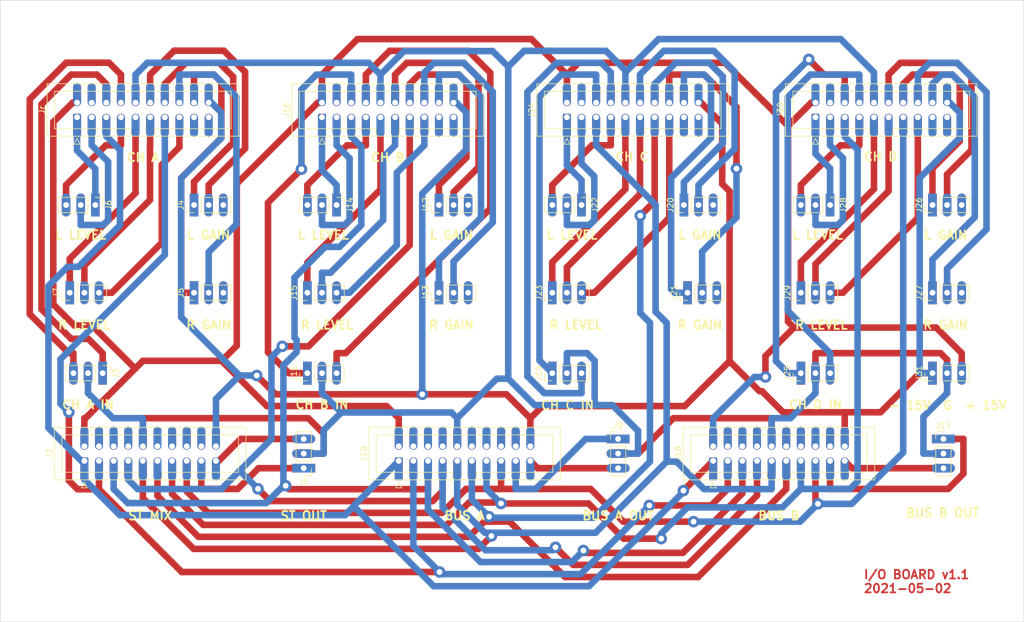
<source format=kicad_pcb>
(kicad_pcb (version 20171130) (host pcbnew "(5.1.9-0-10_14)")

  (general
    (thickness 1.6)
    (drawings 38)
    (tracks 632)
    (zones 0)
    (modules 31)
    (nets 107)
  )

  (page A4)
  (layers
    (0 F.Cu signal)
    (31 B.Cu signal)
    (32 B.Adhes user)
    (33 F.Adhes user)
    (34 B.Paste user)
    (35 F.Paste user)
    (36 B.SilkS user)
    (37 F.SilkS user)
    (38 B.Mask user)
    (39 F.Mask user)
    (40 Dwgs.User user)
    (41 Cmts.User user)
    (42 Eco1.User user)
    (43 Eco2.User user)
    (44 Edge.Cuts user)
    (45 Margin user)
    (46 B.CrtYd user)
    (47 F.CrtYd user)
    (48 B.Fab user)
    (49 F.Fab user)
  )

  (setup
    (last_trace_width 1)
    (trace_clearance 1)
    (zone_clearance 0.508)
    (zone_45_only no)
    (trace_min 0.2)
    (via_size 2)
    (via_drill 1)
    (via_min_size 0.4)
    (via_min_drill 0.3)
    (uvia_size 0.3)
    (uvia_drill 0.1)
    (uvias_allowed no)
    (uvia_min_size 0.2)
    (uvia_min_drill 0.1)
    (edge_width 0.05)
    (segment_width 0.2)
    (pcb_text_width 0.3)
    (pcb_text_size 1.5 1.5)
    (mod_edge_width 0.12)
    (mod_text_size 1 1)
    (mod_text_width 0.15)
    (pad_size 1.524 1.524)
    (pad_drill 0.762)
    (pad_to_mask_clearance 0)
    (aux_axis_origin 50.8 127)
    (grid_origin 50.8 127)
    (visible_elements FFFEFF3F)
    (pcbplotparams
      (layerselection 0x00030_ffffffff)
      (usegerberextensions false)
      (usegerberattributes true)
      (usegerberadvancedattributes true)
      (creategerberjobfile true)
      (excludeedgelayer true)
      (linewidth 0.100000)
      (plotframeref false)
      (viasonmask false)
      (mode 1)
      (useauxorigin true)
      (hpglpennumber 1)
      (hpglpenspeed 20)
      (hpglpendiameter 15.000000)
      (psnegative false)
      (psa4output false)
      (plotreference true)
      (plotvalue true)
      (plotinvisibletext false)
      (padsonsilk false)
      (subtractmaskfromsilk false)
      (outputformat 1)
      (mirror false)
      (drillshape 0)
      (scaleselection 1)
      (outputdirectory ""))
  )

  (net 0 "")
  (net 1 /ST_L_OUT)
  (net 2 GND)
  (net 3 /ST_R_OUT)
  (net 4 /CH_A_L_OUT)
  (net 5 /CH_B_L_OUT)
  (net 6 /CH_C_L_OUT)
  (net 7 /CH_D_L_OUT)
  (net 8 /-_15V)
  (net 9 /CH_A_R_OUT)
  (net 10 /CH_B_R_OUT)
  (net 11 /CH_C_R_OUT)
  (net 12 /CH_D_R_OUT)
  (net 13 "Net-(J2-Pad12)")
  (net 14 "Net-(J2-Pad14)")
  (net 15 "Net-(J2-Pad18)")
  (net 16 /+_15V)
  (net 17 /CH_A_R_IN)
  (net 18 /CH_A_L_IN)
  (net 19 /CH_A_L_GAIN_TERM_A)
  (net 20 /CH_A_L_GAIN_WIPER)
  (net 21 "Net-(J4-Pad3)")
  (net 22 "Net-(J5-Pad3)")
  (net 23 /CH_A_R_GAIN_WIPER)
  (net 24 /CH_A_R_GAIN_TERM_A)
  (net 25 /CH_A_L_LEVEL_TERM_A)
  (net 26 /CH_A_L_LEVEL_WIPER)
  (net 27 /CH_A_LEVEL_TERM_B)
  (net 28 /CH_A_R_LEVEL_TERM_B)
  (net 29 /CH_A_R_LEVEL_WIPER)
  (net 30 /CH_A_R_LEVEL_TERM_A)
  (net 31 "Net-(J8-Pad19)")
  (net 32 /BUS_A_L_OUT)
  (net 33 /BUS_A_R_OUT)
  (net 34 "Net-(J10-Pad18)")
  (net 35 "Net-(J10-Pad14)")
  (net 36 "Net-(J10-Pad12)")
  (net 37 /CH_B_R_IN)
  (net 38 /CH_B_L_IN)
  (net 39 "Net-(J12-Pad3)")
  (net 40 /CH_B_L_GAIN_WIPER)
  (net 41 /CH_B_L_GAIN_TERM_A)
  (net 42 /CH_B_R_GAIN_TERM_A)
  (net 43 /CH_B_R_GAIN_WIPER)
  (net 44 "Net-(J13-Pad3)")
  (net 45 /CH_B_LEVEL_TERM_B)
  (net 46 /CH_B_L_LEVEL_WIPER)
  (net 47 /CH_B_L_LEVEL_TERM_A)
  (net 48 /CH_B_R_LEVEL_TERM_A)
  (net 49 /CH_B_R_LEVEL_WIPER)
  (net 50 /CH_B_R_LEVEL_TERM_B)
  (net 51 "Net-(J16-Pad19)")
  (net 52 /BUS_B_R_OUT)
  (net 53 /BUS_B_L_OUT)
  (net 54 "Net-(J18-Pad18)")
  (net 55 "Net-(J18-Pad14)")
  (net 56 "Net-(J18-Pad12)")
  (net 57 /CH_C_R_IN)
  (net 58 /CH_C_L_IN)
  (net 59 /CH_C_L_GAIN_TERM_A)
  (net 60 /CH_C_L_GAIN_WIPER)
  (net 61 "Net-(J20-Pad3)")
  (net 62 /CH_C_R_GAIN_TERM_A)
  (net 63 /CH_C_R_GAIN_WIPER)
  (net 64 "Net-(J21-Pad3)")
  (net 65 /CH_C_LEVEL_TERM_B)
  (net 66 /CH_C_L_LEVEL_WIPER)
  (net 67 /CH_C_L_LEVEL_TERM_A)
  (net 68 /CH_C_R_LEVEL_TERM_A)
  (net 69 /CH_C_R_LEVEL_WIPER)
  (net 70 /CH_C_R_LEVEL_TERM_B)
  (net 71 "Net-(J24-Pad19)")
  (net 72 /CH_D_L_IN)
  (net 73 /CH_D_R_IN)
  (net 74 "Net-(J26-Pad3)")
  (net 75 /CH_D_L_GAIN_WIPER)
  (net 76 /CH_D_L_GAIN_TERM_A)
  (net 77 /CH_D_R_GAIN_TERM_A)
  (net 78 /CH_D_R_GAIN_WIPER)
  (net 79 "Net-(J27-Pad3)")
  (net 80 /CH_D_LEVEL_TERM_B)
  (net 81 /CH_D_L_LEVEL_WIPER)
  (net 82 /CH_D_L_LEVEL_TERM_A)
  (net 83 /CH_D_R_LEVEL_TERM_A)
  (net 84 /CH_D_R_LEVEL_WIPER)
  (net 85 /CH_D_R_LEVEL_TERM_B)
  (net 86 "Net-(J30-Pad19)")
  (net 87 "Net-(J2-Pad4)")
  (net 88 "Net-(J2-Pad6)")
  (net 89 "Net-(J2-Pad8)")
  (net 90 "Net-(J2-Pad16)")
  (net 91 "Net-(J8-Pad17)")
  (net 92 "Net-(J8-Pad4)")
  (net 93 "Net-(J10-Pad16)")
  (net 94 "Net-(J10-Pad8)")
  (net 95 "Net-(J10-Pad6)")
  (net 96 "Net-(J10-Pad4)")
  (net 97 "Net-(J16-Pad17)")
  (net 98 "Net-(J16-Pad4)")
  (net 99 "Net-(J18-Pad16)")
  (net 100 "Net-(J18-Pad8)")
  (net 101 "Net-(J18-Pad6)")
  (net 102 "Net-(J18-Pad4)")
  (net 103 "Net-(J24-Pad4)")
  (net 104 "Net-(J24-Pad17)")
  (net 105 "Net-(J30-Pad17)")
  (net 106 "Net-(J30-Pad4)")

  (net_class Default "This is the default net class."
    (clearance 1)
    (trace_width 1)
    (via_dia 2)
    (via_drill 1)
    (uvia_dia 0.3)
    (uvia_drill 0.1)
    (add_net /+_15V)
    (add_net /-_15V)
    (add_net /BUS_A_L_OUT)
    (add_net /BUS_A_R_OUT)
    (add_net /BUS_B_L_OUT)
    (add_net /BUS_B_R_OUT)
    (add_net /CH_A_LEVEL_TERM_B)
    (add_net /CH_A_L_GAIN_TERM_A)
    (add_net /CH_A_L_GAIN_WIPER)
    (add_net /CH_A_L_IN)
    (add_net /CH_A_L_LEVEL_TERM_A)
    (add_net /CH_A_L_LEVEL_WIPER)
    (add_net /CH_A_L_OUT)
    (add_net /CH_A_R_GAIN_TERM_A)
    (add_net /CH_A_R_GAIN_WIPER)
    (add_net /CH_A_R_IN)
    (add_net /CH_A_R_LEVEL_TERM_A)
    (add_net /CH_A_R_LEVEL_TERM_B)
    (add_net /CH_A_R_LEVEL_WIPER)
    (add_net /CH_A_R_OUT)
    (add_net /CH_B_LEVEL_TERM_B)
    (add_net /CH_B_L_GAIN_TERM_A)
    (add_net /CH_B_L_GAIN_WIPER)
    (add_net /CH_B_L_IN)
    (add_net /CH_B_L_LEVEL_TERM_A)
    (add_net /CH_B_L_LEVEL_WIPER)
    (add_net /CH_B_L_OUT)
    (add_net /CH_B_R_GAIN_TERM_A)
    (add_net /CH_B_R_GAIN_WIPER)
    (add_net /CH_B_R_IN)
    (add_net /CH_B_R_LEVEL_TERM_A)
    (add_net /CH_B_R_LEVEL_TERM_B)
    (add_net /CH_B_R_LEVEL_WIPER)
    (add_net /CH_B_R_OUT)
    (add_net /CH_C_LEVEL_TERM_B)
    (add_net /CH_C_L_GAIN_TERM_A)
    (add_net /CH_C_L_GAIN_WIPER)
    (add_net /CH_C_L_IN)
    (add_net /CH_C_L_LEVEL_TERM_A)
    (add_net /CH_C_L_LEVEL_WIPER)
    (add_net /CH_C_L_OUT)
    (add_net /CH_C_R_GAIN_TERM_A)
    (add_net /CH_C_R_GAIN_WIPER)
    (add_net /CH_C_R_IN)
    (add_net /CH_C_R_LEVEL_TERM_A)
    (add_net /CH_C_R_LEVEL_TERM_B)
    (add_net /CH_C_R_LEVEL_WIPER)
    (add_net /CH_C_R_OUT)
    (add_net /CH_D_LEVEL_TERM_B)
    (add_net /CH_D_L_GAIN_TERM_A)
    (add_net /CH_D_L_GAIN_WIPER)
    (add_net /CH_D_L_IN)
    (add_net /CH_D_L_LEVEL_TERM_A)
    (add_net /CH_D_L_LEVEL_WIPER)
    (add_net /CH_D_L_OUT)
    (add_net /CH_D_R_GAIN_TERM_A)
    (add_net /CH_D_R_GAIN_WIPER)
    (add_net /CH_D_R_IN)
    (add_net /CH_D_R_LEVEL_TERM_A)
    (add_net /CH_D_R_LEVEL_TERM_B)
    (add_net /CH_D_R_LEVEL_WIPER)
    (add_net /CH_D_R_OUT)
    (add_net /ST_L_OUT)
    (add_net /ST_R_OUT)
    (add_net GND)
    (add_net "Net-(J10-Pad12)")
    (add_net "Net-(J10-Pad14)")
    (add_net "Net-(J10-Pad16)")
    (add_net "Net-(J10-Pad18)")
    (add_net "Net-(J10-Pad4)")
    (add_net "Net-(J10-Pad6)")
    (add_net "Net-(J10-Pad8)")
    (add_net "Net-(J12-Pad3)")
    (add_net "Net-(J13-Pad3)")
    (add_net "Net-(J16-Pad17)")
    (add_net "Net-(J16-Pad19)")
    (add_net "Net-(J16-Pad4)")
    (add_net "Net-(J18-Pad12)")
    (add_net "Net-(J18-Pad14)")
    (add_net "Net-(J18-Pad16)")
    (add_net "Net-(J18-Pad18)")
    (add_net "Net-(J18-Pad4)")
    (add_net "Net-(J18-Pad6)")
    (add_net "Net-(J18-Pad8)")
    (add_net "Net-(J2-Pad12)")
    (add_net "Net-(J2-Pad14)")
    (add_net "Net-(J2-Pad16)")
    (add_net "Net-(J2-Pad18)")
    (add_net "Net-(J2-Pad4)")
    (add_net "Net-(J2-Pad6)")
    (add_net "Net-(J2-Pad8)")
    (add_net "Net-(J20-Pad3)")
    (add_net "Net-(J21-Pad3)")
    (add_net "Net-(J24-Pad17)")
    (add_net "Net-(J24-Pad19)")
    (add_net "Net-(J24-Pad4)")
    (add_net "Net-(J26-Pad3)")
    (add_net "Net-(J27-Pad3)")
    (add_net "Net-(J30-Pad17)")
    (add_net "Net-(J30-Pad19)")
    (add_net "Net-(J30-Pad4)")
    (add_net "Net-(J4-Pad3)")
    (add_net "Net-(J5-Pad3)")
    (add_net "Net-(J8-Pad17)")
    (add_net "Net-(J8-Pad19)")
    (add_net "Net-(J8-Pad4)")
  )

  (module Connector_PinHeader_2.54mm:PinHeader_1x03_P2.54mm_Vertical (layer F.Cu) (tedit 608EEDBC) (tstamp 60826E43)
    (at 146.685 83.82 90)
    (descr "Through hole straight pin header, 1x03, 2.54mm pitch, single row")
    (tags "Through hole pin header THT 1x03 2.54mm single row")
    (path /6083A064)
    (fp_text reference J19 (at 0 -2.33 270) (layer F.SilkS)
      (effects (font (size 1 1) (thickness 0.15)))
    )
    (fp_text value "CH C IN: L G R" (at 0 7.41 270) (layer F.Fab)
      (effects (font (size 1 1) (thickness 0.15)))
    )
    (fp_text user %R (at 0 2.54) (layer F.Fab)
      (effects (font (size 1 1) (thickness 0.15)))
    )
    (fp_line (start -0.635 -1.27) (end 1.27 -1.27) (layer F.Fab) (width 0.1))
    (fp_line (start 1.27 -1.27) (end 1.27 6.35) (layer F.Fab) (width 0.1))
    (fp_line (start 1.27 6.35) (end -1.27 6.35) (layer F.Fab) (width 0.1))
    (fp_line (start -1.27 6.35) (end -1.27 -0.635) (layer F.Fab) (width 0.1))
    (fp_line (start -1.27 -0.635) (end -0.635 -1.27) (layer F.Fab) (width 0.1))
    (fp_line (start -1.33 6.41) (end 1.33 6.41) (layer F.SilkS) (width 0.12))
    (fp_line (start -1.33 1.27) (end -1.33 6.41) (layer F.SilkS) (width 0.12))
    (fp_line (start 1.33 1.27) (end 1.33 6.41) (layer F.SilkS) (width 0.12))
    (fp_line (start -1.33 1.27) (end 1.33 1.27) (layer F.SilkS) (width 0.12))
    (fp_line (start -1.33 0) (end -1.33 -1.33) (layer F.SilkS) (width 0.12))
    (fp_line (start -1.33 -1.33) (end 0 -1.33) (layer F.SilkS) (width 0.12))
    (fp_line (start -1.8 -1.8) (end -1.8 6.85) (layer F.CrtYd) (width 0.05))
    (fp_line (start -1.8 6.85) (end 1.8 6.85) (layer F.CrtYd) (width 0.05))
    (fp_line (start 1.8 6.85) (end 1.8 -1.8) (layer F.CrtYd) (width 0.05))
    (fp_line (start 1.8 -1.8) (end -1.8 -1.8) (layer F.CrtYd) (width 0.05))
    (pad 3 thru_hole oval (at 0 5.08 90) (size 4 1.5) (drill 1) (layers *.Cu *.Mask)
      (net 57 /CH_C_R_IN))
    (pad 2 thru_hole oval (at 0 2.54 90) (size 4 1.5) (drill 1) (layers *.Cu *.Mask)
      (net 2 GND))
    (pad 1 thru_hole rect (at 0 0 90) (size 4 1.5) (drill 1) (layers *.Cu *.Mask)
      (net 58 /CH_C_L_IN))
    (model ${KISYS3DMOD}/Connector_PinHeader_2.54mm.3dshapes/PinHeader_1x03_P2.54mm_Vertical.wrl
      (at (xyz 0 0 0))
      (scale (xyz 1 1 1))
      (rotate (xyz 0 0 0))
    )
  )

  (module Connector_PinHeader_2.54mm:PinHeader_1x03_P2.54mm_Vertical (layer F.Cu) (tedit 608EEDBC) (tstamp 60828817)
    (at 214.63 95.25)
    (descr "Through hole straight pin header, 1x03, 2.54mm pitch, single row")
    (tags "Through hole pin header THT 1x03 2.54mm single row")
    (path /60941592)
    (fp_text reference J17 (at 0 -2.33) (layer F.SilkS)
      (effects (font (size 1 1) (thickness 0.15)))
    )
    (fp_text value "BUS B OUT" (at 0 7.41) (layer F.Fab)
      (effects (font (size 1 1) (thickness 0.15)))
    )
    (fp_text user %R (at 0 2.54 90) (layer F.Fab)
      (effects (font (size 1 1) (thickness 0.15)))
    )
    (fp_line (start -0.635 -1.27) (end 1.27 -1.27) (layer F.Fab) (width 0.1))
    (fp_line (start 1.27 -1.27) (end 1.27 6.35) (layer F.Fab) (width 0.1))
    (fp_line (start 1.27 6.35) (end -1.27 6.35) (layer F.Fab) (width 0.1))
    (fp_line (start -1.27 6.35) (end -1.27 -0.635) (layer F.Fab) (width 0.1))
    (fp_line (start -1.27 -0.635) (end -0.635 -1.27) (layer F.Fab) (width 0.1))
    (fp_line (start -1.33 6.41) (end 1.33 6.41) (layer F.SilkS) (width 0.12))
    (fp_line (start -1.33 1.27) (end -1.33 6.41) (layer F.SilkS) (width 0.12))
    (fp_line (start 1.33 1.27) (end 1.33 6.41) (layer F.SilkS) (width 0.12))
    (fp_line (start -1.33 1.27) (end 1.33 1.27) (layer F.SilkS) (width 0.12))
    (fp_line (start -1.33 0) (end -1.33 -1.33) (layer F.SilkS) (width 0.12))
    (fp_line (start -1.33 -1.33) (end 0 -1.33) (layer F.SilkS) (width 0.12))
    (fp_line (start -1.8 -1.8) (end -1.8 6.85) (layer F.CrtYd) (width 0.05))
    (fp_line (start -1.8 6.85) (end 1.8 6.85) (layer F.CrtYd) (width 0.05))
    (fp_line (start 1.8 6.85) (end 1.8 -1.8) (layer F.CrtYd) (width 0.05))
    (fp_line (start 1.8 -1.8) (end -1.8 -1.8) (layer F.CrtYd) (width 0.05))
    (pad 3 thru_hole oval (at 0 5.08) (size 4 1.5) (drill 1) (layers *.Cu *.Mask)
      (net 52 /BUS_B_R_OUT))
    (pad 2 thru_hole oval (at 0 2.54) (size 4 1.5) (drill 1) (layers *.Cu *.Mask)
      (net 2 GND))
    (pad 1 thru_hole rect (at 0 0) (size 4 1.5) (drill 1) (layers *.Cu *.Mask)
      (net 53 /BUS_B_L_OUT))
    (model ${KISYS3DMOD}/Connector_PinHeader_2.54mm.3dshapes/PinHeader_1x03_P2.54mm_Vertical.wrl
      (at (xyz 0 0 0))
      (scale (xyz 1 1 1))
      (rotate (xyz 0 0 0))
    )
  )

  (module Connector_IDC:IDC-Header_2x10_P2.54mm_Vertical (layer F.Cu) (tedit 608EEEC9) (tstamp 60826E2C)
    (at 174.625 99.06 90)
    (descr "Through hole IDC box header, 2x10, 2.54mm pitch, DIN 41651 / IEC 60603-13, double rows, https://docs.google.com/spreadsheets/d/16SsEcesNF15N3Lb4niX7dcUr-NY5_MFPQhobNuNppn4/edit#gid=0")
    (tags "Through hole vertical IDC box header THT 2x10 2.54mm double row")
    (path /6094156D)
    (fp_text reference J18 (at 1.27 -6.1 90) (layer F.SilkS)
      (effects (font (size 1 1) (thickness 0.15)))
    )
    (fp_text value "BUS B BOARD" (at 1.27 28.96 90) (layer F.Fab)
      (effects (font (size 1 1) (thickness 0.15)))
    )
    (fp_text user %R (at 1.27 11.43) (layer F.Fab)
      (effects (font (size 1 1) (thickness 0.15)))
    )
    (fp_line (start 6.22 -5.6) (end -3.68 -5.6) (layer F.CrtYd) (width 0.05))
    (fp_line (start 6.22 28.46) (end 6.22 -5.6) (layer F.CrtYd) (width 0.05))
    (fp_line (start -3.68 28.46) (end 6.22 28.46) (layer F.CrtYd) (width 0.05))
    (fp_line (start -3.68 -5.6) (end -3.68 28.46) (layer F.CrtYd) (width 0.05))
    (fp_line (start -4.68 0.5) (end -3.68 0) (layer F.SilkS) (width 0.12))
    (fp_line (start -4.68 -0.5) (end -4.68 0.5) (layer F.SilkS) (width 0.12))
    (fp_line (start -3.68 0) (end -4.68 -0.5) (layer F.SilkS) (width 0.12))
    (fp_line (start -1.98 13.48) (end -3.29 13.48) (layer F.SilkS) (width 0.12))
    (fp_line (start -1.98 13.48) (end -1.98 13.48) (layer F.SilkS) (width 0.12))
    (fp_line (start -1.98 26.77) (end -1.98 13.48) (layer F.SilkS) (width 0.12))
    (fp_line (start 4.52 26.77) (end -1.98 26.77) (layer F.SilkS) (width 0.12))
    (fp_line (start 4.52 -3.91) (end 4.52 26.77) (layer F.SilkS) (width 0.12))
    (fp_line (start -1.98 -3.91) (end 4.52 -3.91) (layer F.SilkS) (width 0.12))
    (fp_line (start -1.98 9.38) (end -1.98 -3.91) (layer F.SilkS) (width 0.12))
    (fp_line (start -3.29 9.38) (end -1.98 9.38) (layer F.SilkS) (width 0.12))
    (fp_line (start -3.29 28.07) (end -3.29 -5.21) (layer F.SilkS) (width 0.12))
    (fp_line (start 5.83 28.07) (end -3.29 28.07) (layer F.SilkS) (width 0.12))
    (fp_line (start 5.83 -5.21) (end 5.83 28.07) (layer F.SilkS) (width 0.12))
    (fp_line (start -3.29 -5.21) (end 5.83 -5.21) (layer F.SilkS) (width 0.12))
    (fp_line (start -1.98 13.48) (end -3.18 13.48) (layer F.Fab) (width 0.1))
    (fp_line (start -1.98 13.48) (end -1.98 13.48) (layer F.Fab) (width 0.1))
    (fp_line (start -1.98 26.77) (end -1.98 13.48) (layer F.Fab) (width 0.1))
    (fp_line (start 4.52 26.77) (end -1.98 26.77) (layer F.Fab) (width 0.1))
    (fp_line (start 4.52 -3.91) (end 4.52 26.77) (layer F.Fab) (width 0.1))
    (fp_line (start -1.98 -3.91) (end 4.52 -3.91) (layer F.Fab) (width 0.1))
    (fp_line (start -1.98 9.38) (end -1.98 -3.91) (layer F.Fab) (width 0.1))
    (fp_line (start -3.18 9.38) (end -1.98 9.38) (layer F.Fab) (width 0.1))
    (fp_line (start -3.18 27.96) (end -3.18 -4.1) (layer F.Fab) (width 0.1))
    (fp_line (start 5.72 27.96) (end -3.18 27.96) (layer F.Fab) (width 0.1))
    (fp_line (start 5.72 -5.1) (end 5.72 27.96) (layer F.Fab) (width 0.1))
    (fp_line (start -2.18 -5.1) (end 5.72 -5.1) (layer F.Fab) (width 0.1))
    (fp_line (start -3.18 -4.1) (end -2.18 -5.1) (layer F.Fab) (width 0.1))
    (pad 20 thru_hole oval (at 2.54 22.86 90) (size 4 1.4) (drill 1 (offset 1.4 0)) (layers *.Cu *.Mask)
      (net 8 /-_15V))
    (pad 18 thru_hole oval (at 2.54 20.32 90) (size 4 1.4) (drill 1 (offset 1.4 0)) (layers *.Cu *.Mask)
      (net 54 "Net-(J18-Pad18)"))
    (pad 16 thru_hole oval (at 2.54 17.78 90) (size 4 1.4) (drill 1 (offset 1.4 0)) (layers *.Cu *.Mask)
      (net 99 "Net-(J18-Pad16)"))
    (pad 14 thru_hole oval (at 2.54 15.24 90) (size 4 1.4) (drill 1 (offset 1.4 0)) (layers *.Cu *.Mask)
      (net 55 "Net-(J18-Pad14)"))
    (pad 12 thru_hole oval (at 2.54 12.7 90) (size 4 1.4) (drill 1 (offset 1.4 0)) (layers *.Cu *.Mask)
      (net 56 "Net-(J18-Pad12)"))
    (pad 10 thru_hole oval (at 2.54 10.16 90) (size 4 1.4) (drill 1 (offset 1.4 0)) (layers *.Cu *.Mask)
      (net 2 GND))
    (pad 8 thru_hole oval (at 2.54 7.62 90) (size 4 1.4) (drill 1 (offset 1.4 0)) (layers *.Cu *.Mask)
      (net 100 "Net-(J18-Pad8)"))
    (pad 6 thru_hole oval (at 2.54 5.08 90) (size 4 1.4) (drill 1 (offset 1.4 0)) (layers *.Cu *.Mask)
      (net 101 "Net-(J18-Pad6)"))
    (pad 4 thru_hole oval (at 2.54 2.54 90) (size 4 1.4) (drill 1 (offset 1.4 0)) (layers *.Cu *.Mask)
      (net 102 "Net-(J18-Pad4)"))
    (pad 2 thru_hole oval (at 2.54 0 90) (size 4 1.4) (drill 1 (offset 1.4 0)) (layers *.Cu *.Mask)
      (net 16 /+_15V))
    (pad 19 thru_hole oval (at 0 22.86 90) (size 4 1.4) (drill 1 (offset -1.4 0)) (layers *.Cu *.Mask)
      (net 52 /BUS_B_R_OUT))
    (pad 17 thru_hole oval (at 0 20.32 90) (size 4 1.4) (drill 1 (offset -1.4 0)) (layers *.Cu *.Mask)
      (net 53 /BUS_B_L_OUT))
    (pad 15 thru_hole oval (at 0 17.78 90) (size 4 1.4) (drill 1 (offset -1.4 0)) (layers *.Cu *.Mask)
      (net 12 /CH_D_R_OUT))
    (pad 13 thru_hole oval (at 0 15.24 90) (size 4 1.4) (drill 1 (offset -1.4 0)) (layers *.Cu *.Mask)
      (net 7 /CH_D_L_OUT))
    (pad 11 thru_hole oval (at 0 12.7 90) (size 4 1.4) (drill 1 (offset -1.4 0)) (layers *.Cu *.Mask)
      (net 11 /CH_C_R_OUT))
    (pad 9 thru_hole oval (at 0 10.16 90) (size 4 1.4) (drill 1 (offset -1.4 0)) (layers *.Cu *.Mask)
      (net 6 /CH_C_L_OUT))
    (pad 7 thru_hole oval (at 0 7.62 90) (size 4 1.4) (drill 1 (offset -1.4 0)) (layers *.Cu *.Mask)
      (net 10 /CH_B_R_OUT))
    (pad 5 thru_hole oval (at 0 5.08 90) (size 4 1.4) (drill 1 (offset -1.4 0)) (layers *.Cu *.Mask)
      (net 5 /CH_B_L_OUT))
    (pad 3 thru_hole oval (at 0 2.54 90) (size 4 1.4) (drill 1 (offset -1.4 0)) (layers *.Cu *.Mask)
      (net 9 /CH_A_R_OUT))
    (pad 1 thru_hole roundrect (at 0 0 90) (size 4 1.4) (drill 1 (offset -1.4 0)) (layers *.Cu *.Mask) (roundrect_rratio 0.147)
      (net 4 /CH_A_L_OUT))
    (model ${KISYS3DMOD}/Connector_IDC.3dshapes/IDC-Header_2x10_P2.54mm_Vertical.wrl
      (at (xyz 0 0 0))
      (scale (xyz 1 1 1))
      (rotate (xyz 0 0 0))
    )
  )

  (module Connector_PinHeader_2.54mm:PinHeader_1x03_P2.54mm_Vertical (layer F.Cu) (tedit 608EEDBC) (tstamp 6083A4E4)
    (at 104.14 69.85 90)
    (descr "Through hole straight pin header, 1x03, 2.54mm pitch, single row")
    (tags "Through hole pin header THT 1x03 2.54mm single row")
    (path /608344BE)
    (fp_text reference J15 (at 0 -2.33 90) (layer F.SilkS)
      (effects (font (size 1 1) (thickness 0.15)))
    )
    (fp_text value "CH B R Level: A W B" (at 0 7.41 90) (layer F.Fab)
      (effects (font (size 1 1) (thickness 0.15)))
    )
    (fp_text user %R (at 0 2.54) (layer F.Fab)
      (effects (font (size 1 1) (thickness 0.15)))
    )
    (fp_line (start -0.635 -1.27) (end 1.27 -1.27) (layer F.Fab) (width 0.1))
    (fp_line (start 1.27 -1.27) (end 1.27 6.35) (layer F.Fab) (width 0.1))
    (fp_line (start 1.27 6.35) (end -1.27 6.35) (layer F.Fab) (width 0.1))
    (fp_line (start -1.27 6.35) (end -1.27 -0.635) (layer F.Fab) (width 0.1))
    (fp_line (start -1.27 -0.635) (end -0.635 -1.27) (layer F.Fab) (width 0.1))
    (fp_line (start -1.33 6.41) (end 1.33 6.41) (layer F.SilkS) (width 0.12))
    (fp_line (start -1.33 1.27) (end -1.33 6.41) (layer F.SilkS) (width 0.12))
    (fp_line (start 1.33 1.27) (end 1.33 6.41) (layer F.SilkS) (width 0.12))
    (fp_line (start -1.33 1.27) (end 1.33 1.27) (layer F.SilkS) (width 0.12))
    (fp_line (start -1.33 0) (end -1.33 -1.33) (layer F.SilkS) (width 0.12))
    (fp_line (start -1.33 -1.33) (end 0 -1.33) (layer F.SilkS) (width 0.12))
    (fp_line (start -1.8 -1.8) (end -1.8 6.85) (layer F.CrtYd) (width 0.05))
    (fp_line (start -1.8 6.85) (end 1.8 6.85) (layer F.CrtYd) (width 0.05))
    (fp_line (start 1.8 6.85) (end 1.8 -1.8) (layer F.CrtYd) (width 0.05))
    (fp_line (start 1.8 -1.8) (end -1.8 -1.8) (layer F.CrtYd) (width 0.05))
    (pad 3 thru_hole oval (at 0 5.08 90) (size 4 1.5) (drill 1) (layers *.Cu *.Mask)
      (net 50 /CH_B_R_LEVEL_TERM_B))
    (pad 2 thru_hole oval (at 0 2.54 90) (size 4 1.5) (drill 1) (layers *.Cu *.Mask)
      (net 49 /CH_B_R_LEVEL_WIPER))
    (pad 1 thru_hole rect (at 0 0 90) (size 4 1.5) (drill 1) (layers *.Cu *.Mask)
      (net 48 /CH_B_R_LEVEL_TERM_A))
    (model ${KISYS3DMOD}/Connector_PinHeader_2.54mm.3dshapes/PinHeader_1x03_P2.54mm_Vertical.wrl
      (at (xyz 0 0 0))
      (scale (xyz 1 1 1))
      (rotate (xyz 0 0 0))
    )
  )

  (module Connector_PinHeader_2.54mm:PinHeader_1x03_P2.54mm_Vertical (layer F.Cu) (tedit 608EEDBC) (tstamp 6083A568)
    (at 127 69.85 90)
    (descr "Through hole straight pin header, 1x03, 2.54mm pitch, single row")
    (tags "Through hole pin header THT 1x03 2.54mm single row")
    (path /608344B2)
    (fp_text reference J13 (at 0 -2.33 90) (layer F.SilkS)
      (effects (font (size 1 1) (thickness 0.15)))
    )
    (fp_text value "CH B R GAIN: TWX" (at 0 7.41 90) (layer F.Fab)
      (effects (font (size 1 1) (thickness 0.15)))
    )
    (fp_text user %R (at 0 2.54) (layer F.Fab)
      (effects (font (size 1 1) (thickness 0.15)))
    )
    (fp_line (start -0.635 -1.27) (end 1.27 -1.27) (layer F.Fab) (width 0.1))
    (fp_line (start 1.27 -1.27) (end 1.27 6.35) (layer F.Fab) (width 0.1))
    (fp_line (start 1.27 6.35) (end -1.27 6.35) (layer F.Fab) (width 0.1))
    (fp_line (start -1.27 6.35) (end -1.27 -0.635) (layer F.Fab) (width 0.1))
    (fp_line (start -1.27 -0.635) (end -0.635 -1.27) (layer F.Fab) (width 0.1))
    (fp_line (start -1.33 6.41) (end 1.33 6.41) (layer F.SilkS) (width 0.12))
    (fp_line (start -1.33 1.27) (end -1.33 6.41) (layer F.SilkS) (width 0.12))
    (fp_line (start 1.33 1.27) (end 1.33 6.41) (layer F.SilkS) (width 0.12))
    (fp_line (start -1.33 1.27) (end 1.33 1.27) (layer F.SilkS) (width 0.12))
    (fp_line (start -1.33 0) (end -1.33 -1.33) (layer F.SilkS) (width 0.12))
    (fp_line (start -1.33 -1.33) (end 0 -1.33) (layer F.SilkS) (width 0.12))
    (fp_line (start -1.8 -1.8) (end -1.8 6.85) (layer F.CrtYd) (width 0.05))
    (fp_line (start -1.8 6.85) (end 1.8 6.85) (layer F.CrtYd) (width 0.05))
    (fp_line (start 1.8 6.85) (end 1.8 -1.8) (layer F.CrtYd) (width 0.05))
    (fp_line (start 1.8 -1.8) (end -1.8 -1.8) (layer F.CrtYd) (width 0.05))
    (pad 3 thru_hole oval (at 0 5.08 90) (size 4 1.5) (drill 1) (layers *.Cu *.Mask)
      (net 44 "Net-(J13-Pad3)"))
    (pad 2 thru_hole oval (at 0 2.54 90) (size 4 1.5) (drill 1) (layers *.Cu *.Mask)
      (net 43 /CH_B_R_GAIN_WIPER))
    (pad 1 thru_hole rect (at 0 0 90) (size 4 1.5) (drill 1) (layers *.Cu *.Mask)
      (net 42 /CH_B_R_GAIN_TERM_A))
    (model ${KISYS3DMOD}/Connector_PinHeader_2.54mm.3dshapes/PinHeader_1x03_P2.54mm_Vertical.wrl
      (at (xyz 0 0 0))
      (scale (xyz 1 1 1))
      (rotate (xyz 0 0 0))
    )
  )

  (module Connector_PinHeader_2.54mm:PinHeader_1x03_P2.54mm_Vertical (layer F.Cu) (tedit 608EEDBC) (tstamp 6083A526)
    (at 109.22 54.61 270)
    (descr "Through hole straight pin header, 1x03, 2.54mm pitch, single row")
    (tags "Through hole pin header THT 1x03 2.54mm single row")
    (path /608344B8)
    (fp_text reference J14 (at 0 -2.33 90) (layer F.SilkS)
      (effects (font (size 1 1) (thickness 0.15)))
    )
    (fp_text value "CH B L Level: A W B" (at 0 7.41 90) (layer F.Fab)
      (effects (font (size 1 1) (thickness 0.15)))
    )
    (fp_text user %R (at 0 2.54) (layer F.Fab)
      (effects (font (size 1 1) (thickness 0.15)))
    )
    (fp_line (start -0.635 -1.27) (end 1.27 -1.27) (layer F.Fab) (width 0.1))
    (fp_line (start 1.27 -1.27) (end 1.27 6.35) (layer F.Fab) (width 0.1))
    (fp_line (start 1.27 6.35) (end -1.27 6.35) (layer F.Fab) (width 0.1))
    (fp_line (start -1.27 6.35) (end -1.27 -0.635) (layer F.Fab) (width 0.1))
    (fp_line (start -1.27 -0.635) (end -0.635 -1.27) (layer F.Fab) (width 0.1))
    (fp_line (start -1.33 6.41) (end 1.33 6.41) (layer F.SilkS) (width 0.12))
    (fp_line (start -1.33 1.27) (end -1.33 6.41) (layer F.SilkS) (width 0.12))
    (fp_line (start 1.33 1.27) (end 1.33 6.41) (layer F.SilkS) (width 0.12))
    (fp_line (start -1.33 1.27) (end 1.33 1.27) (layer F.SilkS) (width 0.12))
    (fp_line (start -1.33 0) (end -1.33 -1.33) (layer F.SilkS) (width 0.12))
    (fp_line (start -1.33 -1.33) (end 0 -1.33) (layer F.SilkS) (width 0.12))
    (fp_line (start -1.8 -1.8) (end -1.8 6.85) (layer F.CrtYd) (width 0.05))
    (fp_line (start -1.8 6.85) (end 1.8 6.85) (layer F.CrtYd) (width 0.05))
    (fp_line (start 1.8 6.85) (end 1.8 -1.8) (layer F.CrtYd) (width 0.05))
    (fp_line (start 1.8 -1.8) (end -1.8 -1.8) (layer F.CrtYd) (width 0.05))
    (pad 3 thru_hole oval (at 0 5.08 270) (size 4 1.5) (drill 1) (layers *.Cu *.Mask)
      (net 45 /CH_B_LEVEL_TERM_B))
    (pad 2 thru_hole oval (at 0 2.54 270) (size 4 1.5) (drill 1) (layers *.Cu *.Mask)
      (net 46 /CH_B_L_LEVEL_WIPER))
    (pad 1 thru_hole rect (at 0 0 270) (size 4 1.5) (drill 1) (layers *.Cu *.Mask)
      (net 47 /CH_B_L_LEVEL_TERM_A))
    (model ${KISYS3DMOD}/Connector_PinHeader_2.54mm.3dshapes/PinHeader_1x03_P2.54mm_Vertical.wrl
      (at (xyz 0 0 0))
      (scale (xyz 1 1 1))
      (rotate (xyz 0 0 0))
    )
  )

  (module Connector_PinHeader_2.54mm:PinHeader_1x03_P2.54mm_Vertical (layer F.Cu) (tedit 608EEDBC) (tstamp 6083A5AA)
    (at 127 54.61 90)
    (descr "Through hole straight pin header, 1x03, 2.54mm pitch, single row")
    (tags "Through hole pin header THT 1x03 2.54mm single row")
    (path /608344AC)
    (fp_text reference J12 (at 0 -2.33 90) (layer F.SilkS)
      (effects (font (size 1 1) (thickness 0.15)))
    )
    (fp_text value "CH B L GAIN: TWX" (at 0 7.41 90) (layer F.Fab)
      (effects (font (size 1 1) (thickness 0.15)))
    )
    (fp_text user %R (at 0 2.54) (layer F.Fab)
      (effects (font (size 1 1) (thickness 0.15)))
    )
    (fp_line (start -0.635 -1.27) (end 1.27 -1.27) (layer F.Fab) (width 0.1))
    (fp_line (start 1.27 -1.27) (end 1.27 6.35) (layer F.Fab) (width 0.1))
    (fp_line (start 1.27 6.35) (end -1.27 6.35) (layer F.Fab) (width 0.1))
    (fp_line (start -1.27 6.35) (end -1.27 -0.635) (layer F.Fab) (width 0.1))
    (fp_line (start -1.27 -0.635) (end -0.635 -1.27) (layer F.Fab) (width 0.1))
    (fp_line (start -1.33 6.41) (end 1.33 6.41) (layer F.SilkS) (width 0.12))
    (fp_line (start -1.33 1.27) (end -1.33 6.41) (layer F.SilkS) (width 0.12))
    (fp_line (start 1.33 1.27) (end 1.33 6.41) (layer F.SilkS) (width 0.12))
    (fp_line (start -1.33 1.27) (end 1.33 1.27) (layer F.SilkS) (width 0.12))
    (fp_line (start -1.33 0) (end -1.33 -1.33) (layer F.SilkS) (width 0.12))
    (fp_line (start -1.33 -1.33) (end 0 -1.33) (layer F.SilkS) (width 0.12))
    (fp_line (start -1.8 -1.8) (end -1.8 6.85) (layer F.CrtYd) (width 0.05))
    (fp_line (start -1.8 6.85) (end 1.8 6.85) (layer F.CrtYd) (width 0.05))
    (fp_line (start 1.8 6.85) (end 1.8 -1.8) (layer F.CrtYd) (width 0.05))
    (fp_line (start 1.8 -1.8) (end -1.8 -1.8) (layer F.CrtYd) (width 0.05))
    (pad 3 thru_hole oval (at 0 5.08 90) (size 4 1.5) (drill 1) (layers *.Cu *.Mask)
      (net 39 "Net-(J12-Pad3)"))
    (pad 2 thru_hole oval (at 0 2.54 90) (size 4 1.5) (drill 1) (layers *.Cu *.Mask)
      (net 40 /CH_B_L_GAIN_WIPER))
    (pad 1 thru_hole rect (at 0 0 90) (size 4 1.5) (drill 1) (layers *.Cu *.Mask)
      (net 41 /CH_B_L_GAIN_TERM_A))
    (model ${KISYS3DMOD}/Connector_PinHeader_2.54mm.3dshapes/PinHeader_1x03_P2.54mm_Vertical.wrl
      (at (xyz 0 0 0))
      (scale (xyz 1 1 1))
      (rotate (xyz 0 0 0))
    )
  )

  (module Connector_PinHeader_2.54mm:PinHeader_1x03_P2.54mm_Vertical (layer F.Cu) (tedit 608EEDBC) (tstamp 6083A5EC)
    (at 104.14 83.82 90)
    (descr "Through hole straight pin header, 1x03, 2.54mm pitch, single row")
    (tags "Through hole pin header THT 1x03 2.54mm single row")
    (path /608344DB)
    (fp_text reference J11 (at 0 -2.33 90) (layer F.SilkS)
      (effects (font (size 1 1) (thickness 0.15)))
    )
    (fp_text value "CH B IN: L G R" (at 0 7.41 90) (layer F.Fab)
      (effects (font (size 1 1) (thickness 0.15)))
    )
    (fp_text user %R (at 0 2.54) (layer F.Fab)
      (effects (font (size 1 1) (thickness 0.15)))
    )
    (fp_line (start -0.635 -1.27) (end 1.27 -1.27) (layer F.Fab) (width 0.1))
    (fp_line (start 1.27 -1.27) (end 1.27 6.35) (layer F.Fab) (width 0.1))
    (fp_line (start 1.27 6.35) (end -1.27 6.35) (layer F.Fab) (width 0.1))
    (fp_line (start -1.27 6.35) (end -1.27 -0.635) (layer F.Fab) (width 0.1))
    (fp_line (start -1.27 -0.635) (end -0.635 -1.27) (layer F.Fab) (width 0.1))
    (fp_line (start -1.33 6.41) (end 1.33 6.41) (layer F.SilkS) (width 0.12))
    (fp_line (start -1.33 1.27) (end -1.33 6.41) (layer F.SilkS) (width 0.12))
    (fp_line (start 1.33 1.27) (end 1.33 6.41) (layer F.SilkS) (width 0.12))
    (fp_line (start -1.33 1.27) (end 1.33 1.27) (layer F.SilkS) (width 0.12))
    (fp_line (start -1.33 0) (end -1.33 -1.33) (layer F.SilkS) (width 0.12))
    (fp_line (start -1.33 -1.33) (end 0 -1.33) (layer F.SilkS) (width 0.12))
    (fp_line (start -1.8 -1.8) (end -1.8 6.85) (layer F.CrtYd) (width 0.05))
    (fp_line (start -1.8 6.85) (end 1.8 6.85) (layer F.CrtYd) (width 0.05))
    (fp_line (start 1.8 6.85) (end 1.8 -1.8) (layer F.CrtYd) (width 0.05))
    (fp_line (start 1.8 -1.8) (end -1.8 -1.8) (layer F.CrtYd) (width 0.05))
    (pad 3 thru_hole oval (at 0 5.08 90) (size 4 1.5) (drill 1) (layers *.Cu *.Mask)
      (net 37 /CH_B_R_IN))
    (pad 2 thru_hole oval (at 0 2.54 90) (size 4 1.5) (drill 1) (layers *.Cu *.Mask)
      (net 2 GND))
    (pad 1 thru_hole rect (at 0 0 90) (size 4 1.5) (drill 1) (layers *.Cu *.Mask)
      (net 38 /CH_B_L_IN))
    (model ${KISYS3DMOD}/Connector_PinHeader_2.54mm.3dshapes/PinHeader_1x03_P2.54mm_Vertical.wrl
      (at (xyz 0 0 0))
      (scale (xyz 1 1 1))
      (rotate (xyz 0 0 0))
    )
  )

  (module Connector_PinHeader_2.54mm:PinHeader_1x03_P2.54mm_Vertical (layer F.Cu) (tedit 608EEDBC) (tstamp 60826CF7)
    (at 158.115 95.25)
    (descr "Through hole straight pin header, 1x03, 2.54mm pitch, single row")
    (tags "Through hole pin header THT 1x03 2.54mm single row")
    (path /6093193D)
    (fp_text reference J9 (at 0 -2.33) (layer F.SilkS)
      (effects (font (size 1 1) (thickness 0.15)))
    )
    (fp_text value "BUS A OUT" (at 0 7.41) (layer F.Fab)
      (effects (font (size 1 1) (thickness 0.15)))
    )
    (fp_text user %R (at 0 2.54 90) (layer F.Fab)
      (effects (font (size 1 1) (thickness 0.15)))
    )
    (fp_line (start -0.635 -1.27) (end 1.27 -1.27) (layer F.Fab) (width 0.1))
    (fp_line (start 1.27 -1.27) (end 1.27 6.35) (layer F.Fab) (width 0.1))
    (fp_line (start 1.27 6.35) (end -1.27 6.35) (layer F.Fab) (width 0.1))
    (fp_line (start -1.27 6.35) (end -1.27 -0.635) (layer F.Fab) (width 0.1))
    (fp_line (start -1.27 -0.635) (end -0.635 -1.27) (layer F.Fab) (width 0.1))
    (fp_line (start -1.33 6.41) (end 1.33 6.41) (layer F.SilkS) (width 0.12))
    (fp_line (start -1.33 1.27) (end -1.33 6.41) (layer F.SilkS) (width 0.12))
    (fp_line (start 1.33 1.27) (end 1.33 6.41) (layer F.SilkS) (width 0.12))
    (fp_line (start -1.33 1.27) (end 1.33 1.27) (layer F.SilkS) (width 0.12))
    (fp_line (start -1.33 0) (end -1.33 -1.33) (layer F.SilkS) (width 0.12))
    (fp_line (start -1.33 -1.33) (end 0 -1.33) (layer F.SilkS) (width 0.12))
    (fp_line (start -1.8 -1.8) (end -1.8 6.85) (layer F.CrtYd) (width 0.05))
    (fp_line (start -1.8 6.85) (end 1.8 6.85) (layer F.CrtYd) (width 0.05))
    (fp_line (start 1.8 6.85) (end 1.8 -1.8) (layer F.CrtYd) (width 0.05))
    (fp_line (start 1.8 -1.8) (end -1.8 -1.8) (layer F.CrtYd) (width 0.05))
    (pad 3 thru_hole oval (at 0 5.08) (size 4 1.5) (drill 1) (layers *.Cu *.Mask)
      (net 33 /BUS_A_R_OUT))
    (pad 2 thru_hole oval (at 0 2.54) (size 4 1.5) (drill 1) (layers *.Cu *.Mask)
      (net 2 GND))
    (pad 1 thru_hole rect (at 0 0) (size 4 1.5) (drill 1) (layers *.Cu *.Mask)
      (net 32 /BUS_A_L_OUT))
    (model ${KISYS3DMOD}/Connector_PinHeader_2.54mm.3dshapes/PinHeader_1x03_P2.54mm_Vertical.wrl
      (at (xyz 0 0 0))
      (scale (xyz 1 1 1))
      (rotate (xyz 0 0 0))
    )
  )

  (module Connector_IDC:IDC-Header_2x10_P2.54mm_Vertical (layer F.Cu) (tedit 608EEEC9) (tstamp 60826D30)
    (at 120.015 99.06 90)
    (descr "Through hole IDC box header, 2x10, 2.54mm pitch, DIN 41651 / IEC 60603-13, double rows, https://docs.google.com/spreadsheets/d/16SsEcesNF15N3Lb4niX7dcUr-NY5_MFPQhobNuNppn4/edit#gid=0")
    (tags "Through hole vertical IDC box header THT 2x10 2.54mm double row")
    (path /60924B91)
    (fp_text reference J10 (at 1.27 -6.1 90) (layer F.SilkS)
      (effects (font (size 1 1) (thickness 0.15)))
    )
    (fp_text value "BUS A BOARD" (at 1.27 28.96 90) (layer F.Fab)
      (effects (font (size 1 1) (thickness 0.15)))
    )
    (fp_text user %R (at 1.27 11.43) (layer F.Fab)
      (effects (font (size 1 1) (thickness 0.15)))
    )
    (fp_line (start 6.22 -5.6) (end -3.68 -5.6) (layer F.CrtYd) (width 0.05))
    (fp_line (start 6.22 28.46) (end 6.22 -5.6) (layer F.CrtYd) (width 0.05))
    (fp_line (start -3.68 28.46) (end 6.22 28.46) (layer F.CrtYd) (width 0.05))
    (fp_line (start -3.68 -5.6) (end -3.68 28.46) (layer F.CrtYd) (width 0.05))
    (fp_line (start -4.68 0.5) (end -3.68 0) (layer F.SilkS) (width 0.12))
    (fp_line (start -4.68 -0.5) (end -4.68 0.5) (layer F.SilkS) (width 0.12))
    (fp_line (start -3.68 0) (end -4.68 -0.5) (layer F.SilkS) (width 0.12))
    (fp_line (start -1.98 13.48) (end -3.29 13.48) (layer F.SilkS) (width 0.12))
    (fp_line (start -1.98 13.48) (end -1.98 13.48) (layer F.SilkS) (width 0.12))
    (fp_line (start -1.98 26.77) (end -1.98 13.48) (layer F.SilkS) (width 0.12))
    (fp_line (start 4.52 26.77) (end -1.98 26.77) (layer F.SilkS) (width 0.12))
    (fp_line (start 4.52 -3.91) (end 4.52 26.77) (layer F.SilkS) (width 0.12))
    (fp_line (start -1.98 -3.91) (end 4.52 -3.91) (layer F.SilkS) (width 0.12))
    (fp_line (start -1.98 9.38) (end -1.98 -3.91) (layer F.SilkS) (width 0.12))
    (fp_line (start -3.29 9.38) (end -1.98 9.38) (layer F.SilkS) (width 0.12))
    (fp_line (start -3.29 28.07) (end -3.29 -5.21) (layer F.SilkS) (width 0.12))
    (fp_line (start 5.83 28.07) (end -3.29 28.07) (layer F.SilkS) (width 0.12))
    (fp_line (start 5.83 -5.21) (end 5.83 28.07) (layer F.SilkS) (width 0.12))
    (fp_line (start -3.29 -5.21) (end 5.83 -5.21) (layer F.SilkS) (width 0.12))
    (fp_line (start -1.98 13.48) (end -3.18 13.48) (layer F.Fab) (width 0.1))
    (fp_line (start -1.98 13.48) (end -1.98 13.48) (layer F.Fab) (width 0.1))
    (fp_line (start -1.98 26.77) (end -1.98 13.48) (layer F.Fab) (width 0.1))
    (fp_line (start 4.52 26.77) (end -1.98 26.77) (layer F.Fab) (width 0.1))
    (fp_line (start 4.52 -3.91) (end 4.52 26.77) (layer F.Fab) (width 0.1))
    (fp_line (start -1.98 -3.91) (end 4.52 -3.91) (layer F.Fab) (width 0.1))
    (fp_line (start -1.98 9.38) (end -1.98 -3.91) (layer F.Fab) (width 0.1))
    (fp_line (start -3.18 9.38) (end -1.98 9.38) (layer F.Fab) (width 0.1))
    (fp_line (start -3.18 27.96) (end -3.18 -4.1) (layer F.Fab) (width 0.1))
    (fp_line (start 5.72 27.96) (end -3.18 27.96) (layer F.Fab) (width 0.1))
    (fp_line (start 5.72 -5.1) (end 5.72 27.96) (layer F.Fab) (width 0.1))
    (fp_line (start -2.18 -5.1) (end 5.72 -5.1) (layer F.Fab) (width 0.1))
    (fp_line (start -3.18 -4.1) (end -2.18 -5.1) (layer F.Fab) (width 0.1))
    (pad 20 thru_hole oval (at 2.54 22.86 90) (size 4 1.4) (drill 1 (offset 1.4 0)) (layers *.Cu *.Mask)
      (net 8 /-_15V))
    (pad 18 thru_hole oval (at 2.54 20.32 90) (size 4 1.4) (drill 1 (offset 1.4 0)) (layers *.Cu *.Mask)
      (net 34 "Net-(J10-Pad18)"))
    (pad 16 thru_hole oval (at 2.54 17.78 90) (size 4 1.4) (drill 1 (offset 1.4 0)) (layers *.Cu *.Mask)
      (net 93 "Net-(J10-Pad16)"))
    (pad 14 thru_hole oval (at 2.54 15.24 90) (size 4 1.4) (drill 1 (offset 1.4 0)) (layers *.Cu *.Mask)
      (net 35 "Net-(J10-Pad14)"))
    (pad 12 thru_hole oval (at 2.54 12.7 90) (size 4 1.4) (drill 1 (offset 1.4 0)) (layers *.Cu *.Mask)
      (net 36 "Net-(J10-Pad12)"))
    (pad 10 thru_hole oval (at 2.54 10.16 90) (size 4 1.4) (drill 1 (offset 1.4 0)) (layers *.Cu *.Mask)
      (net 2 GND))
    (pad 8 thru_hole oval (at 2.54 7.62 90) (size 4 1.4) (drill 1 (offset 1.4 0)) (layers *.Cu *.Mask)
      (net 94 "Net-(J10-Pad8)"))
    (pad 6 thru_hole oval (at 2.54 5.08 90) (size 4 1.4) (drill 1 (offset 1.4 0)) (layers *.Cu *.Mask)
      (net 95 "Net-(J10-Pad6)"))
    (pad 4 thru_hole oval (at 2.54 2.54 90) (size 4 1.4) (drill 1 (offset 1.4 0)) (layers *.Cu *.Mask)
      (net 96 "Net-(J10-Pad4)"))
    (pad 2 thru_hole oval (at 2.54 0 90) (size 4 1.4) (drill 1 (offset 1.4 0)) (layers *.Cu *.Mask)
      (net 16 /+_15V))
    (pad 19 thru_hole oval (at 0 22.86 90) (size 4 1.4) (drill 1 (offset -1.4 0)) (layers *.Cu *.Mask)
      (net 33 /BUS_A_R_OUT))
    (pad 17 thru_hole oval (at 0 20.32 90) (size 4 1.4) (drill 1 (offset -1.4 0)) (layers *.Cu *.Mask)
      (net 32 /BUS_A_L_OUT))
    (pad 15 thru_hole oval (at 0 17.78 90) (size 4 1.4) (drill 1 (offset -1.4 0)) (layers *.Cu *.Mask)
      (net 12 /CH_D_R_OUT))
    (pad 13 thru_hole oval (at 0 15.24 90) (size 4 1.4) (drill 1 (offset -1.4 0)) (layers *.Cu *.Mask)
      (net 7 /CH_D_L_OUT))
    (pad 11 thru_hole oval (at 0 12.7 90) (size 4 1.4) (drill 1 (offset -1.4 0)) (layers *.Cu *.Mask)
      (net 11 /CH_C_R_OUT))
    (pad 9 thru_hole oval (at 0 10.16 90) (size 4 1.4) (drill 1 (offset -1.4 0)) (layers *.Cu *.Mask)
      (net 6 /CH_C_L_OUT))
    (pad 7 thru_hole oval (at 0 7.62 90) (size 4 1.4) (drill 1 (offset -1.4 0)) (layers *.Cu *.Mask)
      (net 10 /CH_B_R_OUT))
    (pad 5 thru_hole oval (at 0 5.08 90) (size 4 1.4) (drill 1 (offset -1.4 0)) (layers *.Cu *.Mask)
      (net 5 /CH_B_L_OUT))
    (pad 3 thru_hole oval (at 0 2.54 90) (size 4 1.4) (drill 1 (offset -1.4 0)) (layers *.Cu *.Mask)
      (net 9 /CH_A_R_OUT))
    (pad 1 thru_hole roundrect (at 0 0 90) (size 4 1.4) (drill 1 (offset -1.4 0)) (layers *.Cu *.Mask) (roundrect_rratio 0.147)
      (net 4 /CH_A_L_OUT))
    (model ${KISYS3DMOD}/Connector_IDC.3dshapes/IDC-Header_2x10_P2.54mm_Vertical.wrl
      (at (xyz 0 0 0))
      (scale (xyz 1 1 1))
      (rotate (xyz 0 0 0))
    )
  )

  (module Connector_PinHeader_2.54mm:PinHeader_1x03_P2.54mm_Vertical (layer F.Cu) (tedit 608EEDBC) (tstamp 608EF0BB)
    (at 62.865 69.85 90)
    (descr "Through hole straight pin header, 1x03, 2.54mm pitch, single row")
    (tags "Through hole pin header THT 1x03 2.54mm single row")
    (path /6082B5CA)
    (fp_text reference J7 (at 0 -2.33 90) (layer F.SilkS)
      (effects (font (size 1 1) (thickness 0.15)))
    )
    (fp_text value "CH A R Level: A W B" (at 0 7.41 90) (layer F.Fab)
      (effects (font (size 1 1) (thickness 0.15)))
    )
    (fp_text user %R (at 0 2.54) (layer F.Fab)
      (effects (font (size 1 1) (thickness 0.15)))
    )
    (fp_line (start -0.635 -1.27) (end 1.27 -1.27) (layer F.Fab) (width 0.1))
    (fp_line (start 1.27 -1.27) (end 1.27 6.35) (layer F.Fab) (width 0.1))
    (fp_line (start 1.27 6.35) (end -1.27 6.35) (layer F.Fab) (width 0.1))
    (fp_line (start -1.27 6.35) (end -1.27 -0.635) (layer F.Fab) (width 0.1))
    (fp_line (start -1.27 -0.635) (end -0.635 -1.27) (layer F.Fab) (width 0.1))
    (fp_line (start -1.33 6.41) (end 1.33 6.41) (layer F.SilkS) (width 0.12))
    (fp_line (start -1.33 1.27) (end -1.33 6.41) (layer F.SilkS) (width 0.12))
    (fp_line (start 1.33 1.27) (end 1.33 6.41) (layer F.SilkS) (width 0.12))
    (fp_line (start -1.33 1.27) (end 1.33 1.27) (layer F.SilkS) (width 0.12))
    (fp_line (start -1.33 0) (end -1.33 -1.33) (layer F.SilkS) (width 0.12))
    (fp_line (start -1.33 -1.33) (end 0 -1.33) (layer F.SilkS) (width 0.12))
    (fp_line (start -1.8 -1.8) (end -1.8 6.85) (layer F.CrtYd) (width 0.05))
    (fp_line (start -1.8 6.85) (end 1.8 6.85) (layer F.CrtYd) (width 0.05))
    (fp_line (start 1.8 6.85) (end 1.8 -1.8) (layer F.CrtYd) (width 0.05))
    (fp_line (start 1.8 -1.8) (end -1.8 -1.8) (layer F.CrtYd) (width 0.05))
    (pad 3 thru_hole oval (at 0 5.08 90) (size 4 1.5) (drill 1) (layers *.Cu *.Mask)
      (net 28 /CH_A_R_LEVEL_TERM_B))
    (pad 2 thru_hole oval (at 0 2.54 90) (size 4 1.5) (drill 1) (layers *.Cu *.Mask)
      (net 29 /CH_A_R_LEVEL_WIPER))
    (pad 1 thru_hole rect (at 0 0 90) (size 4 1.5) (drill 1) (layers *.Cu *.Mask)
      (net 30 /CH_A_R_LEVEL_TERM_A))
    (model ${KISYS3DMOD}/Connector_PinHeader_2.54mm.3dshapes/PinHeader_1x03_P2.54mm_Vertical.wrl
      (at (xyz 0 0 0))
      (scale (xyz 1 1 1))
      (rotate (xyz 0 0 0))
    )
  )

  (module Connector_PinHeader_2.54mm:PinHeader_1x03_P2.54mm_Vertical (layer F.Cu) (tedit 608EEDBC) (tstamp 608EF079)
    (at 67.31 54.61 270)
    (descr "Through hole straight pin header, 1x03, 2.54mm pitch, single row")
    (tags "Through hole pin header THT 1x03 2.54mm single row")
    (path /6082AC0A)
    (fp_text reference J6 (at 0 -2.33 90) (layer F.SilkS)
      (effects (font (size 1 1) (thickness 0.15)))
    )
    (fp_text value "CH A L Level: A W B" (at 0 7.41 90) (layer F.Fab)
      (effects (font (size 1 1) (thickness 0.15)))
    )
    (fp_text user %R (at 0 2.54 90) (layer F.Fab)
      (effects (font (size 1 1) (thickness 0.15)))
    )
    (fp_line (start -0.635 -1.27) (end 1.27 -1.27) (layer F.Fab) (width 0.1))
    (fp_line (start 1.27 -1.27) (end 1.27 6.35) (layer F.Fab) (width 0.1))
    (fp_line (start 1.27 6.35) (end -1.27 6.35) (layer F.Fab) (width 0.1))
    (fp_line (start -1.27 6.35) (end -1.27 -0.635) (layer F.Fab) (width 0.1))
    (fp_line (start -1.27 -0.635) (end -0.635 -1.27) (layer F.Fab) (width 0.1))
    (fp_line (start -1.33 6.41) (end 1.33 6.41) (layer F.SilkS) (width 0.12))
    (fp_line (start -1.33 1.27) (end -1.33 6.41) (layer F.SilkS) (width 0.12))
    (fp_line (start 1.33 1.27) (end 1.33 6.41) (layer F.SilkS) (width 0.12))
    (fp_line (start -1.33 1.27) (end 1.33 1.27) (layer F.SilkS) (width 0.12))
    (fp_line (start -1.33 0) (end -1.33 -1.33) (layer F.SilkS) (width 0.12))
    (fp_line (start -1.33 -1.33) (end 0 -1.33) (layer F.SilkS) (width 0.12))
    (fp_line (start -1.8 -1.8) (end -1.8 6.85) (layer F.CrtYd) (width 0.05))
    (fp_line (start -1.8 6.85) (end 1.8 6.85) (layer F.CrtYd) (width 0.05))
    (fp_line (start 1.8 6.85) (end 1.8 -1.8) (layer F.CrtYd) (width 0.05))
    (fp_line (start 1.8 -1.8) (end -1.8 -1.8) (layer F.CrtYd) (width 0.05))
    (pad 3 thru_hole oval (at 0 5.08 270) (size 4 1.5) (drill 1) (layers *.Cu *.Mask)
      (net 27 /CH_A_LEVEL_TERM_B))
    (pad 2 thru_hole oval (at 0 2.54 270) (size 4 1.5) (drill 1) (layers *.Cu *.Mask)
      (net 26 /CH_A_L_LEVEL_WIPER))
    (pad 1 thru_hole rect (at 0 0 270) (size 4 1.5) (drill 1) (layers *.Cu *.Mask)
      (net 25 /CH_A_L_LEVEL_TERM_A))
    (model ${KISYS3DMOD}/Connector_PinHeader_2.54mm.3dshapes/PinHeader_1x03_P2.54mm_Vertical.wrl
      (at (xyz 0 0 0))
      (scale (xyz 1 1 1))
      (rotate (xyz 0 0 0))
    )
  )

  (module Connector_PinHeader_2.54mm:PinHeader_1x03_P2.54mm_Vertical (layer F.Cu) (tedit 608EEDBC) (tstamp 60826C79)
    (at 84.455 69.85 90)
    (descr "Through hole straight pin header, 1x03, 2.54mm pitch, single row")
    (tags "Through hole pin header THT 1x03 2.54mm single row")
    (path /6082A367)
    (fp_text reference J5 (at 0 -2.33 90) (layer F.SilkS)
      (effects (font (size 1 1) (thickness 0.15)))
    )
    (fp_text value "CH A R GAIN: TWX" (at 0 7.41 90) (layer F.Fab)
      (effects (font (size 1 1) (thickness 0.15)))
    )
    (fp_text user %R (at 0 2.54) (layer F.Fab)
      (effects (font (size 1 1) (thickness 0.15)))
    )
    (fp_line (start -0.635 -1.27) (end 1.27 -1.27) (layer F.Fab) (width 0.1))
    (fp_line (start 1.27 -1.27) (end 1.27 6.35) (layer F.Fab) (width 0.1))
    (fp_line (start 1.27 6.35) (end -1.27 6.35) (layer F.Fab) (width 0.1))
    (fp_line (start -1.27 6.35) (end -1.27 -0.635) (layer F.Fab) (width 0.1))
    (fp_line (start -1.27 -0.635) (end -0.635 -1.27) (layer F.Fab) (width 0.1))
    (fp_line (start -1.33 6.41) (end 1.33 6.41) (layer F.SilkS) (width 0.12))
    (fp_line (start -1.33 1.27) (end -1.33 6.41) (layer F.SilkS) (width 0.12))
    (fp_line (start 1.33 1.27) (end 1.33 6.41) (layer F.SilkS) (width 0.12))
    (fp_line (start -1.33 1.27) (end 1.33 1.27) (layer F.SilkS) (width 0.12))
    (fp_line (start -1.33 0) (end -1.33 -1.33) (layer F.SilkS) (width 0.12))
    (fp_line (start -1.33 -1.33) (end 0 -1.33) (layer F.SilkS) (width 0.12))
    (fp_line (start -1.8 -1.8) (end -1.8 6.85) (layer F.CrtYd) (width 0.05))
    (fp_line (start -1.8 6.85) (end 1.8 6.85) (layer F.CrtYd) (width 0.05))
    (fp_line (start 1.8 6.85) (end 1.8 -1.8) (layer F.CrtYd) (width 0.05))
    (fp_line (start 1.8 -1.8) (end -1.8 -1.8) (layer F.CrtYd) (width 0.05))
    (pad 3 thru_hole oval (at 0 5.08 90) (size 4 1.5) (drill 1) (layers *.Cu *.Mask)
      (net 22 "Net-(J5-Pad3)"))
    (pad 2 thru_hole oval (at 0 2.54 90) (size 4 1.5) (drill 1) (layers *.Cu *.Mask)
      (net 23 /CH_A_R_GAIN_WIPER))
    (pad 1 thru_hole rect (at 0 0 90) (size 4 1.5) (drill 1) (layers *.Cu *.Mask)
      (net 24 /CH_A_R_GAIN_TERM_A))
    (model ${KISYS3DMOD}/Connector_PinHeader_2.54mm.3dshapes/PinHeader_1x03_P2.54mm_Vertical.wrl
      (at (xyz 0 0 0))
      (scale (xyz 1 1 1))
      (rotate (xyz 0 0 0))
    )
  )

  (module Connector_PinHeader_2.54mm:PinHeader_1x03_P2.54mm_Vertical (layer F.Cu) (tedit 608EEDBC) (tstamp 60826C62)
    (at 84.455 54.61 90)
    (descr "Through hole straight pin header, 1x03, 2.54mm pitch, single row")
    (tags "Through hole pin header THT 1x03 2.54mm single row")
    (path /60829E7B)
    (fp_text reference J4 (at 0 -2.33 90) (layer F.SilkS)
      (effects (font (size 1 1) (thickness 0.15)))
    )
    (fp_text value "CH A L GAIN: TWX" (at 0 7.41 90) (layer F.Fab)
      (effects (font (size 1 1) (thickness 0.15)))
    )
    (fp_text user %R (at 0 2.54) (layer F.Fab)
      (effects (font (size 1 1) (thickness 0.15)))
    )
    (fp_line (start -0.635 -1.27) (end 1.27 -1.27) (layer F.Fab) (width 0.1))
    (fp_line (start 1.27 -1.27) (end 1.27 6.35) (layer F.Fab) (width 0.1))
    (fp_line (start 1.27 6.35) (end -1.27 6.35) (layer F.Fab) (width 0.1))
    (fp_line (start -1.27 6.35) (end -1.27 -0.635) (layer F.Fab) (width 0.1))
    (fp_line (start -1.27 -0.635) (end -0.635 -1.27) (layer F.Fab) (width 0.1))
    (fp_line (start -1.33 6.41) (end 1.33 6.41) (layer F.SilkS) (width 0.12))
    (fp_line (start -1.33 1.27) (end -1.33 6.41) (layer F.SilkS) (width 0.12))
    (fp_line (start 1.33 1.27) (end 1.33 6.41) (layer F.SilkS) (width 0.12))
    (fp_line (start -1.33 1.27) (end 1.33 1.27) (layer F.SilkS) (width 0.12))
    (fp_line (start -1.33 0) (end -1.33 -1.33) (layer F.SilkS) (width 0.12))
    (fp_line (start -1.33 -1.33) (end 0 -1.33) (layer F.SilkS) (width 0.12))
    (fp_line (start -1.8 -1.8) (end -1.8 6.85) (layer F.CrtYd) (width 0.05))
    (fp_line (start -1.8 6.85) (end 1.8 6.85) (layer F.CrtYd) (width 0.05))
    (fp_line (start 1.8 6.85) (end 1.8 -1.8) (layer F.CrtYd) (width 0.05))
    (fp_line (start 1.8 -1.8) (end -1.8 -1.8) (layer F.CrtYd) (width 0.05))
    (pad 3 thru_hole oval (at 0 5.08 90) (size 4 1.5) (drill 1) (layers *.Cu *.Mask)
      (net 21 "Net-(J4-Pad3)"))
    (pad 2 thru_hole oval (at 0 2.54 90) (size 4 1.5) (drill 1) (layers *.Cu *.Mask)
      (net 20 /CH_A_L_GAIN_WIPER))
    (pad 1 thru_hole rect (at 0 0 90) (size 4 1.5) (drill 1) (layers *.Cu *.Mask)
      (net 19 /CH_A_L_GAIN_TERM_A))
    (model ${KISYS3DMOD}/Connector_PinHeader_2.54mm.3dshapes/PinHeader_1x03_P2.54mm_Vertical.wrl
      (at (xyz 0 0 0))
      (scale (xyz 1 1 1))
      (rotate (xyz 0 0 0))
    )
  )

  (module Connector_PinHeader_2.54mm:PinHeader_1x03_P2.54mm_Vertical (layer F.Cu) (tedit 608EEDBC) (tstamp 60826C4B)
    (at 68.58 83.82 270)
    (descr "Through hole straight pin header, 1x03, 2.54mm pitch, single row")
    (tags "Through hole pin header THT 1x03 2.54mm single row")
    (path /6081DE0A)
    (fp_text reference J3 (at 0 -2.33 90) (layer F.SilkS)
      (effects (font (size 1 1) (thickness 0.15)))
    )
    (fp_text value "CH A IN: L G R" (at 0 7.41 90) (layer F.Fab)
      (effects (font (size 1 1) (thickness 0.15)))
    )
    (fp_text user %R (at 0 2.54) (layer F.Fab)
      (effects (font (size 1 1) (thickness 0.15)))
    )
    (fp_line (start -0.635 -1.27) (end 1.27 -1.27) (layer F.Fab) (width 0.1))
    (fp_line (start 1.27 -1.27) (end 1.27 6.35) (layer F.Fab) (width 0.1))
    (fp_line (start 1.27 6.35) (end -1.27 6.35) (layer F.Fab) (width 0.1))
    (fp_line (start -1.27 6.35) (end -1.27 -0.635) (layer F.Fab) (width 0.1))
    (fp_line (start -1.27 -0.635) (end -0.635 -1.27) (layer F.Fab) (width 0.1))
    (fp_line (start -1.33 6.41) (end 1.33 6.41) (layer F.SilkS) (width 0.12))
    (fp_line (start -1.33 1.27) (end -1.33 6.41) (layer F.SilkS) (width 0.12))
    (fp_line (start 1.33 1.27) (end 1.33 6.41) (layer F.SilkS) (width 0.12))
    (fp_line (start -1.33 1.27) (end 1.33 1.27) (layer F.SilkS) (width 0.12))
    (fp_line (start -1.33 0) (end -1.33 -1.33) (layer F.SilkS) (width 0.12))
    (fp_line (start -1.33 -1.33) (end 0 -1.33) (layer F.SilkS) (width 0.12))
    (fp_line (start -1.8 -1.8) (end -1.8 6.85) (layer F.CrtYd) (width 0.05))
    (fp_line (start -1.8 6.85) (end 1.8 6.85) (layer F.CrtYd) (width 0.05))
    (fp_line (start 1.8 6.85) (end 1.8 -1.8) (layer F.CrtYd) (width 0.05))
    (fp_line (start 1.8 -1.8) (end -1.8 -1.8) (layer F.CrtYd) (width 0.05))
    (pad 3 thru_hole oval (at 0 5.08 270) (size 4 1.5) (drill 1) (layers *.Cu *.Mask)
      (net 17 /CH_A_R_IN))
    (pad 2 thru_hole oval (at 0 2.54 270) (size 4 1.5) (drill 1) (layers *.Cu *.Mask)
      (net 2 GND))
    (pad 1 thru_hole rect (at 0 0 270) (size 4 1.5) (drill 1) (layers *.Cu *.Mask)
      (net 18 /CH_A_L_IN))
    (model ${KISYS3DMOD}/Connector_PinHeader_2.54mm.3dshapes/PinHeader_1x03_P2.54mm_Vertical.wrl
      (at (xyz 0 0 0))
      (scale (xyz 1 1 1))
      (rotate (xyz 0 0 0))
    )
  )

  (module Connector_IDC:IDC-Header_2x10_P2.54mm_Vertical (layer F.Cu) (tedit 608EEEC9) (tstamp 60826C34)
    (at 65.405 99.06 90)
    (descr "Through hole IDC box header, 2x10, 2.54mm pitch, DIN 41651 / IEC 60603-13, double rows, https://docs.google.com/spreadsheets/d/16SsEcesNF15N3Lb4niX7dcUr-NY5_MFPQhobNuNppn4/edit#gid=0")
    (tags "Through hole vertical IDC box header THT 2x10 2.54mm double row")
    (path /6083B14F)
    (fp_text reference J2 (at 1.27 -6.1 90) (layer F.SilkS)
      (effects (font (size 1 1) (thickness 0.15)))
    )
    (fp_text value "MIXER BOARD" (at 1.27 28.96 90) (layer F.Fab)
      (effects (font (size 1 1) (thickness 0.15)))
    )
    (fp_text user %R (at 1.27 11.43) (layer F.Fab)
      (effects (font (size 1 1) (thickness 0.15)))
    )
    (fp_line (start 6.22 -5.6) (end -3.68 -5.6) (layer F.CrtYd) (width 0.05))
    (fp_line (start 6.22 28.46) (end 6.22 -5.6) (layer F.CrtYd) (width 0.05))
    (fp_line (start -3.68 28.46) (end 6.22 28.46) (layer F.CrtYd) (width 0.05))
    (fp_line (start -3.68 -5.6) (end -3.68 28.46) (layer F.CrtYd) (width 0.05))
    (fp_line (start -4.68 0.5) (end -3.68 0) (layer F.SilkS) (width 0.12))
    (fp_line (start -4.68 -0.5) (end -4.68 0.5) (layer F.SilkS) (width 0.12))
    (fp_line (start -3.68 0) (end -4.68 -0.5) (layer F.SilkS) (width 0.12))
    (fp_line (start -1.98 13.48) (end -3.29 13.48) (layer F.SilkS) (width 0.12))
    (fp_line (start -1.98 13.48) (end -1.98 13.48) (layer F.SilkS) (width 0.12))
    (fp_line (start -1.98 26.77) (end -1.98 13.48) (layer F.SilkS) (width 0.12))
    (fp_line (start 4.52 26.77) (end -1.98 26.77) (layer F.SilkS) (width 0.12))
    (fp_line (start 4.52 -3.91) (end 4.52 26.77) (layer F.SilkS) (width 0.12))
    (fp_line (start -1.98 -3.91) (end 4.52 -3.91) (layer F.SilkS) (width 0.12))
    (fp_line (start -1.98 9.38) (end -1.98 -3.91) (layer F.SilkS) (width 0.12))
    (fp_line (start -3.29 9.38) (end -1.98 9.38) (layer F.SilkS) (width 0.12))
    (fp_line (start -3.29 28.07) (end -3.29 -5.21) (layer F.SilkS) (width 0.12))
    (fp_line (start 5.83 28.07) (end -3.29 28.07) (layer F.SilkS) (width 0.12))
    (fp_line (start 5.83 -5.21) (end 5.83 28.07) (layer F.SilkS) (width 0.12))
    (fp_line (start -3.29 -5.21) (end 5.83 -5.21) (layer F.SilkS) (width 0.12))
    (fp_line (start -1.98 13.48) (end -3.18 13.48) (layer F.Fab) (width 0.1))
    (fp_line (start -1.98 13.48) (end -1.98 13.48) (layer F.Fab) (width 0.1))
    (fp_line (start -1.98 26.77) (end -1.98 13.48) (layer F.Fab) (width 0.1))
    (fp_line (start 4.52 26.77) (end -1.98 26.77) (layer F.Fab) (width 0.1))
    (fp_line (start 4.52 -3.91) (end 4.52 26.77) (layer F.Fab) (width 0.1))
    (fp_line (start -1.98 -3.91) (end 4.52 -3.91) (layer F.Fab) (width 0.1))
    (fp_line (start -1.98 9.38) (end -1.98 -3.91) (layer F.Fab) (width 0.1))
    (fp_line (start -3.18 9.38) (end -1.98 9.38) (layer F.Fab) (width 0.1))
    (fp_line (start -3.18 27.96) (end -3.18 -4.1) (layer F.Fab) (width 0.1))
    (fp_line (start 5.72 27.96) (end -3.18 27.96) (layer F.Fab) (width 0.1))
    (fp_line (start 5.72 -5.1) (end 5.72 27.96) (layer F.Fab) (width 0.1))
    (fp_line (start -2.18 -5.1) (end 5.72 -5.1) (layer F.Fab) (width 0.1))
    (fp_line (start -3.18 -4.1) (end -2.18 -5.1) (layer F.Fab) (width 0.1))
    (pad 20 thru_hole oval (at 2.54 22.86 90) (size 4 1.4) (drill 1 (offset 1.4 0)) (layers *.Cu *.Mask)
      (net 8 /-_15V))
    (pad 18 thru_hole oval (at 2.54 20.32 90) (size 4 1.4) (drill 1 (offset 1.4 0)) (layers *.Cu *.Mask)
      (net 15 "Net-(J2-Pad18)"))
    (pad 16 thru_hole oval (at 2.54 17.78 90) (size 4 1.4) (drill 1 (offset 1.4 0)) (layers *.Cu *.Mask)
      (net 90 "Net-(J2-Pad16)"))
    (pad 14 thru_hole oval (at 2.54 15.24 90) (size 4 1.4) (drill 1 (offset 1.4 0)) (layers *.Cu *.Mask)
      (net 14 "Net-(J2-Pad14)"))
    (pad 12 thru_hole oval (at 2.54 12.7 90) (size 4 1.4) (drill 1 (offset 1.4 0)) (layers *.Cu *.Mask)
      (net 13 "Net-(J2-Pad12)"))
    (pad 10 thru_hole oval (at 2.54 10.16 90) (size 4 1.4) (drill 1 (offset 1.4 0)) (layers *.Cu *.Mask)
      (net 2 GND))
    (pad 8 thru_hole oval (at 2.54 7.62 90) (size 4 1.4) (drill 1 (offset 1.4 0)) (layers *.Cu *.Mask)
      (net 89 "Net-(J2-Pad8)"))
    (pad 6 thru_hole oval (at 2.54 5.08 90) (size 4 1.4) (drill 1 (offset 1.4 0)) (layers *.Cu *.Mask)
      (net 88 "Net-(J2-Pad6)"))
    (pad 4 thru_hole oval (at 2.54 2.54 90) (size 4 1.4) (drill 1 (offset 1.4 0)) (layers *.Cu *.Mask)
      (net 87 "Net-(J2-Pad4)"))
    (pad 2 thru_hole oval (at 2.54 0 90) (size 4 1.4) (drill 1 (offset 1.4 0)) (layers *.Cu *.Mask)
      (net 16 /+_15V))
    (pad 19 thru_hole oval (at 0 22.86 90) (size 4 1.4) (drill 1 (offset -1.4 0)) (layers *.Cu *.Mask)
      (net 3 /ST_R_OUT))
    (pad 17 thru_hole oval (at 0 20.32 90) (size 4 1.4) (drill 1 (offset -1.4 0)) (layers *.Cu *.Mask)
      (net 1 /ST_L_OUT))
    (pad 15 thru_hole oval (at 0 17.78 90) (size 4 1.4) (drill 1 (offset -1.4 0)) (layers *.Cu *.Mask)
      (net 12 /CH_D_R_OUT))
    (pad 13 thru_hole oval (at 0 15.24 90) (size 4 1.4) (drill 1 (offset -1.4 0)) (layers *.Cu *.Mask)
      (net 7 /CH_D_L_OUT))
    (pad 11 thru_hole oval (at 0 12.7 90) (size 4 1.4) (drill 1 (offset -1.4 0)) (layers *.Cu *.Mask)
      (net 11 /CH_C_R_OUT))
    (pad 9 thru_hole oval (at 0 10.16 90) (size 4 1.4) (drill 1 (offset -1.4 0)) (layers *.Cu *.Mask)
      (net 6 /CH_C_L_OUT))
    (pad 7 thru_hole oval (at 0 7.62 90) (size 4 1.4) (drill 1 (offset -1.4 0)) (layers *.Cu *.Mask)
      (net 10 /CH_B_R_OUT))
    (pad 5 thru_hole oval (at 0 5.08 90) (size 4 1.4) (drill 1 (offset -1.4 0)) (layers *.Cu *.Mask)
      (net 5 /CH_B_L_OUT))
    (pad 3 thru_hole oval (at 0 2.54 90) (size 4 1.4) (drill 1 (offset -1.4 0)) (layers *.Cu *.Mask)
      (net 9 /CH_A_R_OUT))
    (pad 1 thru_hole roundrect (at 0 0 90) (size 4 1.4) (drill 1 (offset -1.4 0)) (layers *.Cu *.Mask) (roundrect_rratio 0.147)
      (net 4 /CH_A_L_OUT))
    (model ${KISYS3DMOD}/Connector_IDC.3dshapes/IDC-Header_2x10_P2.54mm_Vertical.wrl
      (at (xyz 0 0 0))
      (scale (xyz 1 1 1))
      (rotate (xyz 0 0 0))
    )
  )

  (module Connector_IDC:IDC-Header_2x10_P2.54mm_Vertical (layer F.Cu) (tedit 608EEEC9) (tstamp 6083A45E)
    (at 106.68 39.37 90)
    (descr "Through hole IDC box header, 2x10, 2.54mm pitch, DIN 41651 / IEC 60603-13, double rows, https://docs.google.com/spreadsheets/d/16SsEcesNF15N3Lb4niX7dcUr-NY5_MFPQhobNuNppn4/edit#gid=0")
    (tags "Through hole vertical IDC box header THT 2x10 2.54mm double row")
    (path /6094275A)
    (fp_text reference J16 (at 1.27 -6.1 90) (layer F.SilkS)
      (effects (font (size 1 1) (thickness 0.15)))
    )
    (fp_text value "CH B PREAMP" (at 1.27 28.96 90) (layer F.Fab)
      (effects (font (size 1 1) (thickness 0.15)))
    )
    (fp_text user %R (at 1.27 11.43) (layer F.Fab)
      (effects (font (size 1 1) (thickness 0.15)))
    )
    (fp_line (start 6.22 -5.6) (end -3.68 -5.6) (layer F.CrtYd) (width 0.05))
    (fp_line (start 6.22 28.46) (end 6.22 -5.6) (layer F.CrtYd) (width 0.05))
    (fp_line (start -3.68 28.46) (end 6.22 28.46) (layer F.CrtYd) (width 0.05))
    (fp_line (start -3.68 -5.6) (end -3.68 28.46) (layer F.CrtYd) (width 0.05))
    (fp_line (start -4.68 0.5) (end -3.68 0) (layer F.SilkS) (width 0.12))
    (fp_line (start -4.68 -0.5) (end -4.68 0.5) (layer F.SilkS) (width 0.12))
    (fp_line (start -3.68 0) (end -4.68 -0.5) (layer F.SilkS) (width 0.12))
    (fp_line (start -1.98 13.48) (end -3.29 13.48) (layer F.SilkS) (width 0.12))
    (fp_line (start -1.98 13.48) (end -1.98 13.48) (layer F.SilkS) (width 0.12))
    (fp_line (start -1.98 26.77) (end -1.98 13.48) (layer F.SilkS) (width 0.12))
    (fp_line (start 4.52 26.77) (end -1.98 26.77) (layer F.SilkS) (width 0.12))
    (fp_line (start 4.52 -3.91) (end 4.52 26.77) (layer F.SilkS) (width 0.12))
    (fp_line (start -1.98 -3.91) (end 4.52 -3.91) (layer F.SilkS) (width 0.12))
    (fp_line (start -1.98 9.38) (end -1.98 -3.91) (layer F.SilkS) (width 0.12))
    (fp_line (start -3.29 9.38) (end -1.98 9.38) (layer F.SilkS) (width 0.12))
    (fp_line (start -3.29 28.07) (end -3.29 -5.21) (layer F.SilkS) (width 0.12))
    (fp_line (start 5.83 28.07) (end -3.29 28.07) (layer F.SilkS) (width 0.12))
    (fp_line (start 5.83 -5.21) (end 5.83 28.07) (layer F.SilkS) (width 0.12))
    (fp_line (start -3.29 -5.21) (end 5.83 -5.21) (layer F.SilkS) (width 0.12))
    (fp_line (start -1.98 13.48) (end -3.18 13.48) (layer F.Fab) (width 0.1))
    (fp_line (start -1.98 13.48) (end -1.98 13.48) (layer F.Fab) (width 0.1))
    (fp_line (start -1.98 26.77) (end -1.98 13.48) (layer F.Fab) (width 0.1))
    (fp_line (start 4.52 26.77) (end -1.98 26.77) (layer F.Fab) (width 0.1))
    (fp_line (start 4.52 -3.91) (end 4.52 26.77) (layer F.Fab) (width 0.1))
    (fp_line (start -1.98 -3.91) (end 4.52 -3.91) (layer F.Fab) (width 0.1))
    (fp_line (start -1.98 9.38) (end -1.98 -3.91) (layer F.Fab) (width 0.1))
    (fp_line (start -3.18 9.38) (end -1.98 9.38) (layer F.Fab) (width 0.1))
    (fp_line (start -3.18 27.96) (end -3.18 -4.1) (layer F.Fab) (width 0.1))
    (fp_line (start 5.72 27.96) (end -3.18 27.96) (layer F.Fab) (width 0.1))
    (fp_line (start 5.72 -5.1) (end 5.72 27.96) (layer F.Fab) (width 0.1))
    (fp_line (start -2.18 -5.1) (end 5.72 -5.1) (layer F.Fab) (width 0.1))
    (fp_line (start -3.18 -4.1) (end -2.18 -5.1) (layer F.Fab) (width 0.1))
    (pad 20 thru_hole oval (at 2.54 22.86 90) (size 4 1.4) (drill 1 (offset 1.4 0)) (layers *.Cu *.Mask)
      (net 8 /-_15V))
    (pad 18 thru_hole oval (at 2.54 20.32 90) (size 4 1.4) (drill 1 (offset 1.4 0)) (layers *.Cu *.Mask)
      (net 42 /CH_B_R_GAIN_TERM_A))
    (pad 16 thru_hole oval (at 2.54 17.78 90) (size 4 1.4) (drill 1 (offset 1.4 0)) (layers *.Cu *.Mask)
      (net 43 /CH_B_R_GAIN_WIPER))
    (pad 14 thru_hole oval (at 2.54 15.24 90) (size 4 1.4) (drill 1 (offset 1.4 0)) (layers *.Cu *.Mask)
      (net 41 /CH_B_L_GAIN_TERM_A))
    (pad 12 thru_hole oval (at 2.54 12.7 90) (size 4 1.4) (drill 1 (offset 1.4 0)) (layers *.Cu *.Mask)
      (net 40 /CH_B_L_GAIN_WIPER))
    (pad 10 thru_hole oval (at 2.54 10.16 90) (size 4 1.4) (drill 1 (offset 1.4 0)) (layers *.Cu *.Mask)
      (net 2 GND))
    (pad 8 thru_hole oval (at 2.54 7.62 90) (size 4 1.4) (drill 1 (offset 1.4 0)) (layers *.Cu *.Mask)
      (net 37 /CH_B_R_IN))
    (pad 6 thru_hole oval (at 2.54 5.08 90) (size 4 1.4) (drill 1 (offset 1.4 0)) (layers *.Cu *.Mask)
      (net 38 /CH_B_L_IN))
    (pad 4 thru_hole oval (at 2.54 2.54 90) (size 4 1.4) (drill 1 (offset 1.4 0)) (layers *.Cu *.Mask)
      (net 98 "Net-(J16-Pad4)"))
    (pad 2 thru_hole oval (at 2.54 0 90) (size 4 1.4) (drill 1 (offset 1.4 0)) (layers *.Cu *.Mask)
      (net 16 /+_15V))
    (pad 19 thru_hole oval (at 0 22.86 90) (size 4 1.4) (drill 1 (offset -1.4 0)) (layers *.Cu *.Mask)
      (net 51 "Net-(J16-Pad19)"))
    (pad 17 thru_hole oval (at 0 20.32 90) (size 4 1.4) (drill 1 (offset -1.4 0)) (layers *.Cu *.Mask)
      (net 97 "Net-(J16-Pad17)"))
    (pad 15 thru_hole oval (at 0 17.78 90) (size 4 1.4) (drill 1 (offset -1.4 0)) (layers *.Cu *.Mask)
      (net 50 /CH_B_R_LEVEL_TERM_B))
    (pad 13 thru_hole oval (at 0 15.24 90) (size 4 1.4) (drill 1 (offset -1.4 0)) (layers *.Cu *.Mask)
      (net 10 /CH_B_R_OUT))
    (pad 11 thru_hole oval (at 0 12.7 90) (size 4 1.4) (drill 1 (offset -1.4 0)) (layers *.Cu *.Mask)
      (net 49 /CH_B_R_LEVEL_WIPER))
    (pad 9 thru_hole oval (at 0 10.16 90) (size 4 1.4) (drill 1 (offset -1.4 0)) (layers *.Cu *.Mask)
      (net 48 /CH_B_R_LEVEL_TERM_A))
    (pad 7 thru_hole oval (at 0 7.62 90) (size 4 1.4) (drill 1 (offset -1.4 0)) (layers *.Cu *.Mask)
      (net 45 /CH_B_LEVEL_TERM_B))
    (pad 5 thru_hole oval (at 0 5.08 90) (size 4 1.4) (drill 1 (offset -1.4 0)) (layers *.Cu *.Mask)
      (net 5 /CH_B_L_OUT))
    (pad 3 thru_hole oval (at 0 2.54 90) (size 4 1.4) (drill 1 (offset -1.4 0)) (layers *.Cu *.Mask)
      (net 46 /CH_B_L_LEVEL_WIPER))
    (pad 1 thru_hole roundrect (at 0 0 90) (size 4 1.4) (drill 1 (offset -1.4 0)) (layers *.Cu *.Mask) (roundrect_rratio 0.147)
      (net 47 /CH_B_L_LEVEL_TERM_A))
    (model ${KISYS3DMOD}/Connector_IDC.3dshapes/IDC-Header_2x10_P2.54mm_Vertical.wrl
      (at (xyz 0 0 0))
      (scale (xyz 1 1 1))
      (rotate (xyz 0 0 0))
    )
  )

  (module Connector_IDC:IDC-Header_2x10_P2.54mm_Vertical (layer F.Cu) (tedit 608EEEC9) (tstamp 60826CE0)
    (at 64.135 39.37 90)
    (descr "Through hole IDC box header, 2x10, 2.54mm pitch, DIN 41651 / IEC 60603-13, double rows, https://docs.google.com/spreadsheets/d/16SsEcesNF15N3Lb4niX7dcUr-NY5_MFPQhobNuNppn4/edit#gid=0")
    (tags "Through hole vertical IDC box header THT 2x10 2.54mm double row")
    (path /607FC496)
    (fp_text reference Jr (at 1.27 -6.1 90) (layer F.SilkS)
      (effects (font (size 1 1) (thickness 0.15)))
    )
    (fp_text value "CH A PREAMP" (at 1.27 28.96 90) (layer F.Fab)
      (effects (font (size 1 1) (thickness 0.15)))
    )
    (fp_text user %R (at 1.27 11.43) (layer F.Fab)
      (effects (font (size 1 1) (thickness 0.15)))
    )
    (fp_line (start 6.22 -5.6) (end -3.68 -5.6) (layer F.CrtYd) (width 0.05))
    (fp_line (start 6.22 28.46) (end 6.22 -5.6) (layer F.CrtYd) (width 0.05))
    (fp_line (start -3.68 28.46) (end 6.22 28.46) (layer F.CrtYd) (width 0.05))
    (fp_line (start -3.68 -5.6) (end -3.68 28.46) (layer F.CrtYd) (width 0.05))
    (fp_line (start -4.68 0.5) (end -3.68 0) (layer F.SilkS) (width 0.12))
    (fp_line (start -4.68 -0.5) (end -4.68 0.5) (layer F.SilkS) (width 0.12))
    (fp_line (start -3.68 0) (end -4.68 -0.5) (layer F.SilkS) (width 0.12))
    (fp_line (start -1.98 13.48) (end -3.29 13.48) (layer F.SilkS) (width 0.12))
    (fp_line (start -1.98 13.48) (end -1.98 13.48) (layer F.SilkS) (width 0.12))
    (fp_line (start -1.98 26.77) (end -1.98 13.48) (layer F.SilkS) (width 0.12))
    (fp_line (start 4.52 26.77) (end -1.98 26.77) (layer F.SilkS) (width 0.12))
    (fp_line (start 4.52 -3.91) (end 4.52 26.77) (layer F.SilkS) (width 0.12))
    (fp_line (start -1.98 -3.91) (end 4.52 -3.91) (layer F.SilkS) (width 0.12))
    (fp_line (start -1.98 9.38) (end -1.98 -3.91) (layer F.SilkS) (width 0.12))
    (fp_line (start -3.29 9.38) (end -1.98 9.38) (layer F.SilkS) (width 0.12))
    (fp_line (start -3.29 28.07) (end -3.29 -5.21) (layer F.SilkS) (width 0.12))
    (fp_line (start 5.83 28.07) (end -3.29 28.07) (layer F.SilkS) (width 0.12))
    (fp_line (start 5.83 -5.21) (end 5.83 28.07) (layer F.SilkS) (width 0.12))
    (fp_line (start -3.29 -5.21) (end 5.83 -5.21) (layer F.SilkS) (width 0.12))
    (fp_line (start -1.98 13.48) (end -3.18 13.48) (layer F.Fab) (width 0.1))
    (fp_line (start -1.98 13.48) (end -1.98 13.48) (layer F.Fab) (width 0.1))
    (fp_line (start -1.98 26.77) (end -1.98 13.48) (layer F.Fab) (width 0.1))
    (fp_line (start 4.52 26.77) (end -1.98 26.77) (layer F.Fab) (width 0.1))
    (fp_line (start 4.52 -3.91) (end 4.52 26.77) (layer F.Fab) (width 0.1))
    (fp_line (start -1.98 -3.91) (end 4.52 -3.91) (layer F.Fab) (width 0.1))
    (fp_line (start -1.98 9.38) (end -1.98 -3.91) (layer F.Fab) (width 0.1))
    (fp_line (start -3.18 9.38) (end -1.98 9.38) (layer F.Fab) (width 0.1))
    (fp_line (start -3.18 27.96) (end -3.18 -4.1) (layer F.Fab) (width 0.1))
    (fp_line (start 5.72 27.96) (end -3.18 27.96) (layer F.Fab) (width 0.1))
    (fp_line (start 5.72 -5.1) (end 5.72 27.96) (layer F.Fab) (width 0.1))
    (fp_line (start -2.18 -5.1) (end 5.72 -5.1) (layer F.Fab) (width 0.1))
    (fp_line (start -3.18 -4.1) (end -2.18 -5.1) (layer F.Fab) (width 0.1))
    (pad 20 thru_hole oval (at 2.54 22.86 90) (size 4 1.4) (drill 1 (offset 1.4 0)) (layers *.Cu *.Mask)
      (net 8 /-_15V))
    (pad 18 thru_hole oval (at 2.54 20.32 90) (size 4 1.4) (drill 1 (offset 1.4 0)) (layers *.Cu *.Mask)
      (net 24 /CH_A_R_GAIN_TERM_A))
    (pad 16 thru_hole oval (at 2.54 17.78 90) (size 4 1.4) (drill 1 (offset 1.4 0)) (layers *.Cu *.Mask)
      (net 23 /CH_A_R_GAIN_WIPER))
    (pad 14 thru_hole oval (at 2.54 15.24 90) (size 4 1.4) (drill 1 (offset 1.4 0)) (layers *.Cu *.Mask)
      (net 19 /CH_A_L_GAIN_TERM_A))
    (pad 12 thru_hole oval (at 2.54 12.7 90) (size 4 1.4) (drill 1 (offset 1.4 0)) (layers *.Cu *.Mask)
      (net 20 /CH_A_L_GAIN_WIPER))
    (pad 10 thru_hole oval (at 2.54 10.16 90) (size 4 1.4) (drill 1 (offset 1.4 0)) (layers *.Cu *.Mask)
      (net 2 GND))
    (pad 8 thru_hole oval (at 2.54 7.62 90) (size 4 1.4) (drill 1 (offset 1.4 0)) (layers *.Cu *.Mask)
      (net 17 /CH_A_R_IN))
    (pad 6 thru_hole oval (at 2.54 5.08 90) (size 4 1.4) (drill 1 (offset 1.4 0)) (layers *.Cu *.Mask)
      (net 18 /CH_A_L_IN))
    (pad 4 thru_hole oval (at 2.54 2.54 90) (size 4 1.4) (drill 1 (offset 1.4 0)) (layers *.Cu *.Mask)
      (net 92 "Net-(J8-Pad4)"))
    (pad 2 thru_hole oval (at 2.54 0 90) (size 4 1.4) (drill 1 (offset 1.4 0)) (layers *.Cu *.Mask)
      (net 16 /+_15V))
    (pad 19 thru_hole oval (at 0 22.86 90) (size 4 1.4) (drill 1 (offset -1.4 0)) (layers *.Cu *.Mask)
      (net 31 "Net-(J8-Pad19)"))
    (pad 17 thru_hole oval (at 0 20.32 90) (size 4 1.4) (drill 1 (offset -1.4 0)) (layers *.Cu *.Mask)
      (net 91 "Net-(J8-Pad17)"))
    (pad 15 thru_hole oval (at 0 17.78 90) (size 4 1.4) (drill 1 (offset -1.4 0)) (layers *.Cu *.Mask)
      (net 28 /CH_A_R_LEVEL_TERM_B))
    (pad 13 thru_hole oval (at 0 15.24 90) (size 4 1.4) (drill 1 (offset -1.4 0)) (layers *.Cu *.Mask)
      (net 9 /CH_A_R_OUT))
    (pad 11 thru_hole oval (at 0 12.7 90) (size 4 1.4) (drill 1 (offset -1.4 0)) (layers *.Cu *.Mask)
      (net 29 /CH_A_R_LEVEL_WIPER))
    (pad 9 thru_hole oval (at 0 10.16 90) (size 4 1.4) (drill 1 (offset -1.4 0)) (layers *.Cu *.Mask)
      (net 30 /CH_A_R_LEVEL_TERM_A))
    (pad 7 thru_hole oval (at 0 7.62 90) (size 4 1.4) (drill 1 (offset -1.4 0)) (layers *.Cu *.Mask)
      (net 27 /CH_A_LEVEL_TERM_B))
    (pad 5 thru_hole oval (at 0 5.08 90) (size 4 1.4) (drill 1 (offset -1.4 0)) (layers *.Cu *.Mask)
      (net 4 /CH_A_L_OUT))
    (pad 3 thru_hole oval (at 0 2.54 90) (size 4 1.4) (drill 1 (offset -1.4 0)) (layers *.Cu *.Mask)
      (net 26 /CH_A_L_LEVEL_WIPER))
    (pad 1 thru_hole roundrect (at 0 0 90) (size 4 1.4) (drill 1 (offset -1.4 0)) (layers *.Cu *.Mask) (roundrect_rratio 0.147)
      (net 25 /CH_A_L_LEVEL_TERM_A))
    (model ${KISYS3DMOD}/Connector_IDC.3dshapes/IDC-Header_2x10_P2.54mm_Vertical.wrl
      (at (xyz 0 0 0))
      (scale (xyz 1 1 1))
      (rotate (xyz 0 0 0))
    )
  )

  (module Connector_PinHeader_2.54mm:PinHeader_1x03_P2.54mm_Vertical (layer F.Cu) (tedit 608EEDBC) (tstamp 60826BFB)
    (at 103.505 100.33 180)
    (descr "Through hole straight pin header, 1x03, 2.54mm pitch, single row")
    (tags "Through hole pin header THT 1x03 2.54mm single row")
    (path /608A8F1B)
    (fp_text reference J1 (at 0 -2.33) (layer F.SilkS)
      (effects (font (size 1 1) (thickness 0.15)))
    )
    (fp_text value "ST OUT" (at 0 7.41) (layer F.Fab)
      (effects (font (size 1 1) (thickness 0.15)))
    )
    (fp_text user %R (at 0 2.54 90) (layer F.Fab)
      (effects (font (size 1 1) (thickness 0.15)))
    )
    (fp_line (start -0.635 -1.27) (end 1.27 -1.27) (layer F.Fab) (width 0.1))
    (fp_line (start 1.27 -1.27) (end 1.27 6.35) (layer F.Fab) (width 0.1))
    (fp_line (start 1.27 6.35) (end -1.27 6.35) (layer F.Fab) (width 0.1))
    (fp_line (start -1.27 6.35) (end -1.27 -0.635) (layer F.Fab) (width 0.1))
    (fp_line (start -1.27 -0.635) (end -0.635 -1.27) (layer F.Fab) (width 0.1))
    (fp_line (start -1.33 6.41) (end 1.33 6.41) (layer F.SilkS) (width 0.12))
    (fp_line (start -1.33 1.27) (end -1.33 6.41) (layer F.SilkS) (width 0.12))
    (fp_line (start 1.33 1.27) (end 1.33 6.41) (layer F.SilkS) (width 0.12))
    (fp_line (start -1.33 1.27) (end 1.33 1.27) (layer F.SilkS) (width 0.12))
    (fp_line (start -1.33 0) (end -1.33 -1.33) (layer F.SilkS) (width 0.12))
    (fp_line (start -1.33 -1.33) (end 0 -1.33) (layer F.SilkS) (width 0.12))
    (fp_line (start -1.8 -1.8) (end -1.8 6.85) (layer F.CrtYd) (width 0.05))
    (fp_line (start -1.8 6.85) (end 1.8 6.85) (layer F.CrtYd) (width 0.05))
    (fp_line (start 1.8 6.85) (end 1.8 -1.8) (layer F.CrtYd) (width 0.05))
    (fp_line (start 1.8 -1.8) (end -1.8 -1.8) (layer F.CrtYd) (width 0.05))
    (pad 3 thru_hole oval (at 0 5.08 180) (size 4 1.5) (drill 1) (layers *.Cu *.Mask)
      (net 3 /ST_R_OUT))
    (pad 2 thru_hole oval (at 0 2.54 180) (size 4 1.5) (drill 1) (layers *.Cu *.Mask)
      (net 2 GND))
    (pad 1 thru_hole rect (at 0 0 180) (size 4 1.5) (drill 1) (layers *.Cu *.Mask)
      (net 1 /ST_L_OUT))
    (model ${KISYS3DMOD}/Connector_PinHeader_2.54mm.3dshapes/PinHeader_1x03_P2.54mm_Vertical.wrl
      (at (xyz 0 0 0))
      (scale (xyz 1 1 1))
      (rotate (xyz 0 0 0))
    )
  )

  (module Connector_PinHeader_2.54mm:PinHeader_1x03_P2.54mm_Vertical (layer F.Cu) (tedit 608EEDBC) (tstamp 60826E5A)
    (at 169.545 54.61 90)
    (descr "Through hole straight pin header, 1x03, 2.54mm pitch, single row")
    (tags "Through hole pin header THT 1x03 2.54mm single row")
    (path /6083A035)
    (fp_text reference J20 (at 0 -2.33 90) (layer F.SilkS)
      (effects (font (size 1 1) (thickness 0.15)))
    )
    (fp_text value "CH C L GAIN: TWX" (at 0 7.41 90) (layer F.Fab)
      (effects (font (size 1 1) (thickness 0.15)))
    )
    (fp_text user %R (at 0 2.54) (layer F.Fab)
      (effects (font (size 1 1) (thickness 0.15)))
    )
    (fp_line (start -0.635 -1.27) (end 1.27 -1.27) (layer F.Fab) (width 0.1))
    (fp_line (start 1.27 -1.27) (end 1.27 6.35) (layer F.Fab) (width 0.1))
    (fp_line (start 1.27 6.35) (end -1.27 6.35) (layer F.Fab) (width 0.1))
    (fp_line (start -1.27 6.35) (end -1.27 -0.635) (layer F.Fab) (width 0.1))
    (fp_line (start -1.27 -0.635) (end -0.635 -1.27) (layer F.Fab) (width 0.1))
    (fp_line (start -1.33 6.41) (end 1.33 6.41) (layer F.SilkS) (width 0.12))
    (fp_line (start -1.33 1.27) (end -1.33 6.41) (layer F.SilkS) (width 0.12))
    (fp_line (start 1.33 1.27) (end 1.33 6.41) (layer F.SilkS) (width 0.12))
    (fp_line (start -1.33 1.27) (end 1.33 1.27) (layer F.SilkS) (width 0.12))
    (fp_line (start -1.33 0) (end -1.33 -1.33) (layer F.SilkS) (width 0.12))
    (fp_line (start -1.33 -1.33) (end 0 -1.33) (layer F.SilkS) (width 0.12))
    (fp_line (start -1.8 -1.8) (end -1.8 6.85) (layer F.CrtYd) (width 0.05))
    (fp_line (start -1.8 6.85) (end 1.8 6.85) (layer F.CrtYd) (width 0.05))
    (fp_line (start 1.8 6.85) (end 1.8 -1.8) (layer F.CrtYd) (width 0.05))
    (fp_line (start 1.8 -1.8) (end -1.8 -1.8) (layer F.CrtYd) (width 0.05))
    (pad 3 thru_hole oval (at 0 5.08 90) (size 4 1.5) (drill 1) (layers *.Cu *.Mask)
      (net 61 "Net-(J20-Pad3)"))
    (pad 2 thru_hole oval (at 0 2.54 90) (size 4 1.5) (drill 1) (layers *.Cu *.Mask)
      (net 60 /CH_C_L_GAIN_WIPER))
    (pad 1 thru_hole rect (at 0 0 90) (size 4 1.5) (drill 1) (layers *.Cu *.Mask)
      (net 59 /CH_C_L_GAIN_TERM_A))
    (model ${KISYS3DMOD}/Connector_PinHeader_2.54mm.3dshapes/PinHeader_1x03_P2.54mm_Vertical.wrl
      (at (xyz 0 0 0))
      (scale (xyz 1 1 1))
      (rotate (xyz 0 0 0))
    )
  )

  (module Connector_PinHeader_2.54mm:PinHeader_1x03_P2.54mm_Vertical (layer F.Cu) (tedit 608EEDBC) (tstamp 60826E71)
    (at 170.18 69.85 90)
    (descr "Through hole straight pin header, 1x03, 2.54mm pitch, single row")
    (tags "Through hole pin header THT 1x03 2.54mm single row")
    (path /6083A03B)
    (fp_text reference J21 (at 0 -2.33 90) (layer F.SilkS)
      (effects (font (size 1 1) (thickness 0.15)))
    )
    (fp_text value "CH C R GAIN: TWX" (at 0 7.41 90) (layer F.Fab)
      (effects (font (size 1 1) (thickness 0.15)))
    )
    (fp_text user %R (at 0 2.54) (layer F.Fab)
      (effects (font (size 1 1) (thickness 0.15)))
    )
    (fp_line (start -0.635 -1.27) (end 1.27 -1.27) (layer F.Fab) (width 0.1))
    (fp_line (start 1.27 -1.27) (end 1.27 6.35) (layer F.Fab) (width 0.1))
    (fp_line (start 1.27 6.35) (end -1.27 6.35) (layer F.Fab) (width 0.1))
    (fp_line (start -1.27 6.35) (end -1.27 -0.635) (layer F.Fab) (width 0.1))
    (fp_line (start -1.27 -0.635) (end -0.635 -1.27) (layer F.Fab) (width 0.1))
    (fp_line (start -1.33 6.41) (end 1.33 6.41) (layer F.SilkS) (width 0.12))
    (fp_line (start -1.33 1.27) (end -1.33 6.41) (layer F.SilkS) (width 0.12))
    (fp_line (start 1.33 1.27) (end 1.33 6.41) (layer F.SilkS) (width 0.12))
    (fp_line (start -1.33 1.27) (end 1.33 1.27) (layer F.SilkS) (width 0.12))
    (fp_line (start -1.33 0) (end -1.33 -1.33) (layer F.SilkS) (width 0.12))
    (fp_line (start -1.33 -1.33) (end 0 -1.33) (layer F.SilkS) (width 0.12))
    (fp_line (start -1.8 -1.8) (end -1.8 6.85) (layer F.CrtYd) (width 0.05))
    (fp_line (start -1.8 6.85) (end 1.8 6.85) (layer F.CrtYd) (width 0.05))
    (fp_line (start 1.8 6.85) (end 1.8 -1.8) (layer F.CrtYd) (width 0.05))
    (fp_line (start 1.8 -1.8) (end -1.8 -1.8) (layer F.CrtYd) (width 0.05))
    (pad 3 thru_hole oval (at 0 5.08 90) (size 4 1.5) (drill 1) (layers *.Cu *.Mask)
      (net 64 "Net-(J21-Pad3)"))
    (pad 2 thru_hole oval (at 0 2.54 90) (size 4 1.5) (drill 1) (layers *.Cu *.Mask)
      (net 63 /CH_C_R_GAIN_WIPER))
    (pad 1 thru_hole rect (at 0 0 90) (size 4 1.5) (drill 1) (layers *.Cu *.Mask)
      (net 62 /CH_C_R_GAIN_TERM_A))
    (model ${KISYS3DMOD}/Connector_PinHeader_2.54mm.3dshapes/PinHeader_1x03_P2.54mm_Vertical.wrl
      (at (xyz 0 0 0))
      (scale (xyz 1 1 1))
      (rotate (xyz 0 0 0))
    )
  )

  (module Connector_PinHeader_2.54mm:PinHeader_1x03_P2.54mm_Vertical (layer F.Cu) (tedit 608EEDBC) (tstamp 60826E88)
    (at 151.765 54.61 270)
    (descr "Through hole straight pin header, 1x03, 2.54mm pitch, single row")
    (tags "Through hole pin header THT 1x03 2.54mm single row")
    (path /6083A041)
    (fp_text reference J22 (at 0 -2.33 90) (layer F.SilkS)
      (effects (font (size 1 1) (thickness 0.15)))
    )
    (fp_text value "CH C L Level: A W B" (at 0 7.41 90) (layer F.Fab)
      (effects (font (size 1 1) (thickness 0.15)))
    )
    (fp_text user %R (at 0 2.54) (layer F.Fab)
      (effects (font (size 1 1) (thickness 0.15)))
    )
    (fp_line (start -0.635 -1.27) (end 1.27 -1.27) (layer F.Fab) (width 0.1))
    (fp_line (start 1.27 -1.27) (end 1.27 6.35) (layer F.Fab) (width 0.1))
    (fp_line (start 1.27 6.35) (end -1.27 6.35) (layer F.Fab) (width 0.1))
    (fp_line (start -1.27 6.35) (end -1.27 -0.635) (layer F.Fab) (width 0.1))
    (fp_line (start -1.27 -0.635) (end -0.635 -1.27) (layer F.Fab) (width 0.1))
    (fp_line (start -1.33 6.41) (end 1.33 6.41) (layer F.SilkS) (width 0.12))
    (fp_line (start -1.33 1.27) (end -1.33 6.41) (layer F.SilkS) (width 0.12))
    (fp_line (start 1.33 1.27) (end 1.33 6.41) (layer F.SilkS) (width 0.12))
    (fp_line (start -1.33 1.27) (end 1.33 1.27) (layer F.SilkS) (width 0.12))
    (fp_line (start -1.33 0) (end -1.33 -1.33) (layer F.SilkS) (width 0.12))
    (fp_line (start -1.33 -1.33) (end 0 -1.33) (layer F.SilkS) (width 0.12))
    (fp_line (start -1.8 -1.8) (end -1.8 6.85) (layer F.CrtYd) (width 0.05))
    (fp_line (start -1.8 6.85) (end 1.8 6.85) (layer F.CrtYd) (width 0.05))
    (fp_line (start 1.8 6.85) (end 1.8 -1.8) (layer F.CrtYd) (width 0.05))
    (fp_line (start 1.8 -1.8) (end -1.8 -1.8) (layer F.CrtYd) (width 0.05))
    (pad 3 thru_hole oval (at 0 5.08 270) (size 4 1.5) (drill 1) (layers *.Cu *.Mask)
      (net 65 /CH_C_LEVEL_TERM_B))
    (pad 2 thru_hole oval (at 0 2.54 270) (size 4 1.5) (drill 1) (layers *.Cu *.Mask)
      (net 66 /CH_C_L_LEVEL_WIPER))
    (pad 1 thru_hole rect (at 0 0 270) (size 4 1.5) (drill 1) (layers *.Cu *.Mask)
      (net 67 /CH_C_L_LEVEL_TERM_A))
    (model ${KISYS3DMOD}/Connector_PinHeader_2.54mm.3dshapes/PinHeader_1x03_P2.54mm_Vertical.wrl
      (at (xyz 0 0 0))
      (scale (xyz 1 1 1))
      (rotate (xyz 0 0 0))
    )
  )

  (module Connector_PinHeader_2.54mm:PinHeader_1x03_P2.54mm_Vertical (layer F.Cu) (tedit 608EEDBC) (tstamp 60826E9F)
    (at 146.685 69.85 90)
    (descr "Through hole straight pin header, 1x03, 2.54mm pitch, single row")
    (tags "Through hole pin header THT 1x03 2.54mm single row")
    (path /6083A047)
    (fp_text reference J23 (at 0 -2.33 90) (layer F.SilkS)
      (effects (font (size 1 1) (thickness 0.15)))
    )
    (fp_text value "CH C R Level: A W B" (at 0 7.41 90) (layer F.Fab)
      (effects (font (size 1 1) (thickness 0.15)))
    )
    (fp_text user %R (at 0 2.54) (layer F.Fab)
      (effects (font (size 1 1) (thickness 0.15)))
    )
    (fp_line (start -0.635 -1.27) (end 1.27 -1.27) (layer F.Fab) (width 0.1))
    (fp_line (start 1.27 -1.27) (end 1.27 6.35) (layer F.Fab) (width 0.1))
    (fp_line (start 1.27 6.35) (end -1.27 6.35) (layer F.Fab) (width 0.1))
    (fp_line (start -1.27 6.35) (end -1.27 -0.635) (layer F.Fab) (width 0.1))
    (fp_line (start -1.27 -0.635) (end -0.635 -1.27) (layer F.Fab) (width 0.1))
    (fp_line (start -1.33 6.41) (end 1.33 6.41) (layer F.SilkS) (width 0.12))
    (fp_line (start -1.33 1.27) (end -1.33 6.41) (layer F.SilkS) (width 0.12))
    (fp_line (start 1.33 1.27) (end 1.33 6.41) (layer F.SilkS) (width 0.12))
    (fp_line (start -1.33 1.27) (end 1.33 1.27) (layer F.SilkS) (width 0.12))
    (fp_line (start -1.33 0) (end -1.33 -1.33) (layer F.SilkS) (width 0.12))
    (fp_line (start -1.33 -1.33) (end 0 -1.33) (layer F.SilkS) (width 0.12))
    (fp_line (start -1.8 -1.8) (end -1.8 6.85) (layer F.CrtYd) (width 0.05))
    (fp_line (start -1.8 6.85) (end 1.8 6.85) (layer F.CrtYd) (width 0.05))
    (fp_line (start 1.8 6.85) (end 1.8 -1.8) (layer F.CrtYd) (width 0.05))
    (fp_line (start 1.8 -1.8) (end -1.8 -1.8) (layer F.CrtYd) (width 0.05))
    (pad 3 thru_hole oval (at 0 5.08 90) (size 4 1.5) (drill 1) (layers *.Cu *.Mask)
      (net 70 /CH_C_R_LEVEL_TERM_B))
    (pad 2 thru_hole oval (at 0 2.54 90) (size 4 1.5) (drill 1) (layers *.Cu *.Mask)
      (net 69 /CH_C_R_LEVEL_WIPER))
    (pad 1 thru_hole rect (at 0 0 90) (size 4 1.5) (drill 1) (layers *.Cu *.Mask)
      (net 68 /CH_C_R_LEVEL_TERM_A))
    (model ${KISYS3DMOD}/Connector_PinHeader_2.54mm.3dshapes/PinHeader_1x03_P2.54mm_Vertical.wrl
      (at (xyz 0 0 0))
      (scale (xyz 1 1 1))
      (rotate (xyz 0 0 0))
    )
  )

  (module Connector_IDC:IDC-Header_2x10_P2.54mm_Vertical (layer F.Cu) (tedit 608EEEC9) (tstamp 6083B332)
    (at 149.225 39.37 90)
    (descr "Through hole IDC box header, 2x10, 2.54mm pitch, DIN 41651 / IEC 60603-13, double rows, https://docs.google.com/spreadsheets/d/16SsEcesNF15N3Lb4niX7dcUr-NY5_MFPQhobNuNppn4/edit#gid=0")
    (tags "Through hole vertical IDC box header THT 2x10 2.54mm double row")
    (path /6083A008)
    (fp_text reference J24 (at 1.27 -6.1 90) (layer F.SilkS)
      (effects (font (size 1 1) (thickness 0.15)))
    )
    (fp_text value "CH C PREAMP" (at 1.27 28.96 90) (layer F.Fab)
      (effects (font (size 1 1) (thickness 0.15)))
    )
    (fp_text user %R (at 1.27 11.43) (layer F.Fab)
      (effects (font (size 1 1) (thickness 0.15)))
    )
    (fp_line (start 6.22 -5.6) (end -3.68 -5.6) (layer F.CrtYd) (width 0.05))
    (fp_line (start 6.22 28.46) (end 6.22 -5.6) (layer F.CrtYd) (width 0.05))
    (fp_line (start -3.68 28.46) (end 6.22 28.46) (layer F.CrtYd) (width 0.05))
    (fp_line (start -3.68 -5.6) (end -3.68 28.46) (layer F.CrtYd) (width 0.05))
    (fp_line (start -4.68 0.5) (end -3.68 0) (layer F.SilkS) (width 0.12))
    (fp_line (start -4.68 -0.5) (end -4.68 0.5) (layer F.SilkS) (width 0.12))
    (fp_line (start -3.68 0) (end -4.68 -0.5) (layer F.SilkS) (width 0.12))
    (fp_line (start -1.98 13.48) (end -3.29 13.48) (layer F.SilkS) (width 0.12))
    (fp_line (start -1.98 13.48) (end -1.98 13.48) (layer F.SilkS) (width 0.12))
    (fp_line (start -1.98 26.77) (end -1.98 13.48) (layer F.SilkS) (width 0.12))
    (fp_line (start 4.52 26.77) (end -1.98 26.77) (layer F.SilkS) (width 0.12))
    (fp_line (start 4.52 -3.91) (end 4.52 26.77) (layer F.SilkS) (width 0.12))
    (fp_line (start -1.98 -3.91) (end 4.52 -3.91) (layer F.SilkS) (width 0.12))
    (fp_line (start -1.98 9.38) (end -1.98 -3.91) (layer F.SilkS) (width 0.12))
    (fp_line (start -3.29 9.38) (end -1.98 9.38) (layer F.SilkS) (width 0.12))
    (fp_line (start -3.29 28.07) (end -3.29 -5.21) (layer F.SilkS) (width 0.12))
    (fp_line (start 5.83 28.07) (end -3.29 28.07) (layer F.SilkS) (width 0.12))
    (fp_line (start 5.83 -5.21) (end 5.83 28.07) (layer F.SilkS) (width 0.12))
    (fp_line (start -3.29 -5.21) (end 5.83 -5.21) (layer F.SilkS) (width 0.12))
    (fp_line (start -1.98 13.48) (end -3.18 13.48) (layer F.Fab) (width 0.1))
    (fp_line (start -1.98 13.48) (end -1.98 13.48) (layer F.Fab) (width 0.1))
    (fp_line (start -1.98 26.77) (end -1.98 13.48) (layer F.Fab) (width 0.1))
    (fp_line (start 4.52 26.77) (end -1.98 26.77) (layer F.Fab) (width 0.1))
    (fp_line (start 4.52 -3.91) (end 4.52 26.77) (layer F.Fab) (width 0.1))
    (fp_line (start -1.98 -3.91) (end 4.52 -3.91) (layer F.Fab) (width 0.1))
    (fp_line (start -1.98 9.38) (end -1.98 -3.91) (layer F.Fab) (width 0.1))
    (fp_line (start -3.18 9.38) (end -1.98 9.38) (layer F.Fab) (width 0.1))
    (fp_line (start -3.18 27.96) (end -3.18 -4.1) (layer F.Fab) (width 0.1))
    (fp_line (start 5.72 27.96) (end -3.18 27.96) (layer F.Fab) (width 0.1))
    (fp_line (start 5.72 -5.1) (end 5.72 27.96) (layer F.Fab) (width 0.1))
    (fp_line (start -2.18 -5.1) (end 5.72 -5.1) (layer F.Fab) (width 0.1))
    (fp_line (start -3.18 -4.1) (end -2.18 -5.1) (layer F.Fab) (width 0.1))
    (pad 20 thru_hole oval (at 2.54 22.86 90) (size 4 1.4) (drill 1 (offset 1.4 0)) (layers *.Cu *.Mask)
      (net 8 /-_15V))
    (pad 18 thru_hole oval (at 2.54 20.32 90) (size 4 1.4) (drill 1 (offset 1.4 0)) (layers *.Cu *.Mask)
      (net 62 /CH_C_R_GAIN_TERM_A))
    (pad 16 thru_hole oval (at 2.54 17.78 90) (size 4 1.4) (drill 1 (offset 1.4 0)) (layers *.Cu *.Mask)
      (net 63 /CH_C_R_GAIN_WIPER))
    (pad 14 thru_hole oval (at 2.54 15.24 90) (size 4 1.4) (drill 1 (offset 1.4 0)) (layers *.Cu *.Mask)
      (net 59 /CH_C_L_GAIN_TERM_A))
    (pad 12 thru_hole oval (at 2.54 12.7 90) (size 4 1.4) (drill 1 (offset 1.4 0)) (layers *.Cu *.Mask)
      (net 60 /CH_C_L_GAIN_WIPER))
    (pad 10 thru_hole oval (at 2.54 10.16 90) (size 4 1.4) (drill 1 (offset 1.4 0)) (layers *.Cu *.Mask)
      (net 2 GND))
    (pad 8 thru_hole oval (at 2.54 7.62 90) (size 4 1.4) (drill 1 (offset 1.4 0)) (layers *.Cu *.Mask)
      (net 57 /CH_C_R_IN))
    (pad 6 thru_hole oval (at 2.54 5.08 90) (size 4 1.4) (drill 1 (offset 1.4 0)) (layers *.Cu *.Mask)
      (net 58 /CH_C_L_IN))
    (pad 4 thru_hole oval (at 2.54 2.54 90) (size 4 1.4) (drill 1 (offset 1.4 0)) (layers *.Cu *.Mask)
      (net 103 "Net-(J24-Pad4)"))
    (pad 2 thru_hole oval (at 2.54 0 90) (size 4 1.4) (drill 1 (offset 1.4 0)) (layers *.Cu *.Mask)
      (net 16 /+_15V))
    (pad 19 thru_hole oval (at 0 22.86 90) (size 4 1.4) (drill 1 (offset -1.4 0)) (layers *.Cu *.Mask)
      (net 71 "Net-(J24-Pad19)"))
    (pad 17 thru_hole oval (at 0 20.32 90) (size 4 1.4) (drill 1 (offset -1.4 0)) (layers *.Cu *.Mask)
      (net 104 "Net-(J24-Pad17)"))
    (pad 15 thru_hole oval (at 0 17.78 90) (size 4 1.4) (drill 1 (offset -1.4 0)) (layers *.Cu *.Mask)
      (net 70 /CH_C_R_LEVEL_TERM_B))
    (pad 13 thru_hole oval (at 0 15.24 90) (size 4 1.4) (drill 1 (offset -1.4 0)) (layers *.Cu *.Mask)
      (net 11 /CH_C_R_OUT))
    (pad 11 thru_hole oval (at 0 12.7 90) (size 4 1.4) (drill 1 (offset -1.4 0)) (layers *.Cu *.Mask)
      (net 69 /CH_C_R_LEVEL_WIPER))
    (pad 9 thru_hole oval (at 0 10.16 90) (size 4 1.4) (drill 1 (offset -1.4 0)) (layers *.Cu *.Mask)
      (net 68 /CH_C_R_LEVEL_TERM_A))
    (pad 7 thru_hole oval (at 0 7.62 90) (size 4 1.4) (drill 1 (offset -1.4 0)) (layers *.Cu *.Mask)
      (net 65 /CH_C_LEVEL_TERM_B))
    (pad 5 thru_hole oval (at 0 5.08 90) (size 4 1.4) (drill 1 (offset -1.4 0)) (layers *.Cu *.Mask)
      (net 6 /CH_C_L_OUT))
    (pad 3 thru_hole oval (at 0 2.54 90) (size 4 1.4) (drill 1 (offset -1.4 0)) (layers *.Cu *.Mask)
      (net 66 /CH_C_L_LEVEL_WIPER))
    (pad 1 thru_hole roundrect (at 0 0 90) (size 4 1.4) (drill 1 (offset -1.4 0)) (layers *.Cu *.Mask) (roundrect_rratio 0.147)
      (net 67 /CH_C_L_LEVEL_TERM_A))
    (model ${KISYS3DMOD}/Connector_IDC.3dshapes/IDC-Header_2x10_P2.54mm_Vertical.wrl
      (at (xyz 0 0 0))
      (scale (xyz 1 1 1))
      (rotate (xyz 0 0 0))
    )
  )

  (module Connector_PinHeader_2.54mm:PinHeader_1x03_P2.54mm_Vertical (layer F.Cu) (tedit 608EEDBC) (tstamp 60826EEF)
    (at 189.865 83.82 90)
    (descr "Through hole straight pin header, 1x03, 2.54mm pitch, single row")
    (tags "Through hole pin header THT 1x03 2.54mm single row")
    (path /608349B8)
    (fp_text reference J25 (at 0 -2.33 90) (layer F.SilkS)
      (effects (font (size 1 1) (thickness 0.15)))
    )
    (fp_text value "CH D IN: L G R" (at 0 7.41 90) (layer F.Fab)
      (effects (font (size 1 1) (thickness 0.15)))
    )
    (fp_text user %R (at 0 2.54) (layer F.Fab)
      (effects (font (size 1 1) (thickness 0.15)))
    )
    (fp_line (start -0.635 -1.27) (end 1.27 -1.27) (layer F.Fab) (width 0.1))
    (fp_line (start 1.27 -1.27) (end 1.27 6.35) (layer F.Fab) (width 0.1))
    (fp_line (start 1.27 6.35) (end -1.27 6.35) (layer F.Fab) (width 0.1))
    (fp_line (start -1.27 6.35) (end -1.27 -0.635) (layer F.Fab) (width 0.1))
    (fp_line (start -1.27 -0.635) (end -0.635 -1.27) (layer F.Fab) (width 0.1))
    (fp_line (start -1.33 6.41) (end 1.33 6.41) (layer F.SilkS) (width 0.12))
    (fp_line (start -1.33 1.27) (end -1.33 6.41) (layer F.SilkS) (width 0.12))
    (fp_line (start 1.33 1.27) (end 1.33 6.41) (layer F.SilkS) (width 0.12))
    (fp_line (start -1.33 1.27) (end 1.33 1.27) (layer F.SilkS) (width 0.12))
    (fp_line (start -1.33 0) (end -1.33 -1.33) (layer F.SilkS) (width 0.12))
    (fp_line (start -1.33 -1.33) (end 0 -1.33) (layer F.SilkS) (width 0.12))
    (fp_line (start -1.8 -1.8) (end -1.8 6.85) (layer F.CrtYd) (width 0.05))
    (fp_line (start -1.8 6.85) (end 1.8 6.85) (layer F.CrtYd) (width 0.05))
    (fp_line (start 1.8 6.85) (end 1.8 -1.8) (layer F.CrtYd) (width 0.05))
    (fp_line (start 1.8 -1.8) (end -1.8 -1.8) (layer F.CrtYd) (width 0.05))
    (pad 3 thru_hole oval (at 0 5.08 90) (size 4 1.5) (drill 1) (layers *.Cu *.Mask)
      (net 73 /CH_D_R_IN))
    (pad 2 thru_hole oval (at 0 2.54 90) (size 4 1.5) (drill 1) (layers *.Cu *.Mask)
      (net 2 GND))
    (pad 1 thru_hole rect (at 0 0 90) (size 4 1.5) (drill 1) (layers *.Cu *.Mask)
      (net 72 /CH_D_L_IN))
    (model ${KISYS3DMOD}/Connector_PinHeader_2.54mm.3dshapes/PinHeader_1x03_P2.54mm_Vertical.wrl
      (at (xyz 0 0 0))
      (scale (xyz 1 1 1))
      (rotate (xyz 0 0 0))
    )
  )

  (module Connector_PinHeader_2.54mm:PinHeader_1x03_P2.54mm_Vertical (layer F.Cu) (tedit 608EEDBC) (tstamp 60826F06)
    (at 212.725 54.61 90)
    (descr "Through hole straight pin header, 1x03, 2.54mm pitch, single row")
    (tags "Through hole pin header THT 1x03 2.54mm single row")
    (path /60834989)
    (fp_text reference J26 (at 0 -2.33 90) (layer F.SilkS)
      (effects (font (size 1 1) (thickness 0.15)))
    )
    (fp_text value "CH D L GAIN: TWX" (at 0 7.41 90) (layer F.Fab)
      (effects (font (size 1 1) (thickness 0.15)))
    )
    (fp_text user %R (at 0 2.54) (layer F.Fab)
      (effects (font (size 1 1) (thickness 0.15)))
    )
    (fp_line (start -0.635 -1.27) (end 1.27 -1.27) (layer F.Fab) (width 0.1))
    (fp_line (start 1.27 -1.27) (end 1.27 6.35) (layer F.Fab) (width 0.1))
    (fp_line (start 1.27 6.35) (end -1.27 6.35) (layer F.Fab) (width 0.1))
    (fp_line (start -1.27 6.35) (end -1.27 -0.635) (layer F.Fab) (width 0.1))
    (fp_line (start -1.27 -0.635) (end -0.635 -1.27) (layer F.Fab) (width 0.1))
    (fp_line (start -1.33 6.41) (end 1.33 6.41) (layer F.SilkS) (width 0.12))
    (fp_line (start -1.33 1.27) (end -1.33 6.41) (layer F.SilkS) (width 0.12))
    (fp_line (start 1.33 1.27) (end 1.33 6.41) (layer F.SilkS) (width 0.12))
    (fp_line (start -1.33 1.27) (end 1.33 1.27) (layer F.SilkS) (width 0.12))
    (fp_line (start -1.33 0) (end -1.33 -1.33) (layer F.SilkS) (width 0.12))
    (fp_line (start -1.33 -1.33) (end 0 -1.33) (layer F.SilkS) (width 0.12))
    (fp_line (start -1.8 -1.8) (end -1.8 6.85) (layer F.CrtYd) (width 0.05))
    (fp_line (start -1.8 6.85) (end 1.8 6.85) (layer F.CrtYd) (width 0.05))
    (fp_line (start 1.8 6.85) (end 1.8 -1.8) (layer F.CrtYd) (width 0.05))
    (fp_line (start 1.8 -1.8) (end -1.8 -1.8) (layer F.CrtYd) (width 0.05))
    (pad 3 thru_hole oval (at 0 5.08 90) (size 4 1.5) (drill 1) (layers *.Cu *.Mask)
      (net 74 "Net-(J26-Pad3)"))
    (pad 2 thru_hole oval (at 0 2.54 90) (size 4 1.5) (drill 1) (layers *.Cu *.Mask)
      (net 75 /CH_D_L_GAIN_WIPER))
    (pad 1 thru_hole rect (at 0 0 90) (size 4 1.5) (drill 1) (layers *.Cu *.Mask)
      (net 76 /CH_D_L_GAIN_TERM_A))
    (model ${KISYS3DMOD}/Connector_PinHeader_2.54mm.3dshapes/PinHeader_1x03_P2.54mm_Vertical.wrl
      (at (xyz 0 0 0))
      (scale (xyz 1 1 1))
      (rotate (xyz 0 0 0))
    )
  )

  (module Connector_PinHeader_2.54mm:PinHeader_1x03_P2.54mm_Vertical (layer F.Cu) (tedit 608EEDBC) (tstamp 60826F1D)
    (at 212.725 69.85 90)
    (descr "Through hole straight pin header, 1x03, 2.54mm pitch, single row")
    (tags "Through hole pin header THT 1x03 2.54mm single row")
    (path /6083498F)
    (fp_text reference J27 (at 0 -2.33 90) (layer F.SilkS)
      (effects (font (size 1 1) (thickness 0.15)))
    )
    (fp_text value "CH D R GAIN: TWX" (at 0 7.41 90) (layer F.Fab)
      (effects (font (size 1 1) (thickness 0.15)))
    )
    (fp_text user %R (at 0 2.54) (layer F.Fab)
      (effects (font (size 1 1) (thickness 0.15)))
    )
    (fp_line (start -0.635 -1.27) (end 1.27 -1.27) (layer F.Fab) (width 0.1))
    (fp_line (start 1.27 -1.27) (end 1.27 6.35) (layer F.Fab) (width 0.1))
    (fp_line (start 1.27 6.35) (end -1.27 6.35) (layer F.Fab) (width 0.1))
    (fp_line (start -1.27 6.35) (end -1.27 -0.635) (layer F.Fab) (width 0.1))
    (fp_line (start -1.27 -0.635) (end -0.635 -1.27) (layer F.Fab) (width 0.1))
    (fp_line (start -1.33 6.41) (end 1.33 6.41) (layer F.SilkS) (width 0.12))
    (fp_line (start -1.33 1.27) (end -1.33 6.41) (layer F.SilkS) (width 0.12))
    (fp_line (start 1.33 1.27) (end 1.33 6.41) (layer F.SilkS) (width 0.12))
    (fp_line (start -1.33 1.27) (end 1.33 1.27) (layer F.SilkS) (width 0.12))
    (fp_line (start -1.33 0) (end -1.33 -1.33) (layer F.SilkS) (width 0.12))
    (fp_line (start -1.33 -1.33) (end 0 -1.33) (layer F.SilkS) (width 0.12))
    (fp_line (start -1.8 -1.8) (end -1.8 6.85) (layer F.CrtYd) (width 0.05))
    (fp_line (start -1.8 6.85) (end 1.8 6.85) (layer F.CrtYd) (width 0.05))
    (fp_line (start 1.8 6.85) (end 1.8 -1.8) (layer F.CrtYd) (width 0.05))
    (fp_line (start 1.8 -1.8) (end -1.8 -1.8) (layer F.CrtYd) (width 0.05))
    (pad 3 thru_hole oval (at 0 5.08 90) (size 4 1.5) (drill 1) (layers *.Cu *.Mask)
      (net 79 "Net-(J27-Pad3)"))
    (pad 2 thru_hole oval (at 0 2.54 90) (size 4 1.5) (drill 1) (layers *.Cu *.Mask)
      (net 78 /CH_D_R_GAIN_WIPER))
    (pad 1 thru_hole rect (at 0 0 90) (size 4 1.5) (drill 1) (layers *.Cu *.Mask)
      (net 77 /CH_D_R_GAIN_TERM_A))
    (model ${KISYS3DMOD}/Connector_PinHeader_2.54mm.3dshapes/PinHeader_1x03_P2.54mm_Vertical.wrl
      (at (xyz 0 0 0))
      (scale (xyz 1 1 1))
      (rotate (xyz 0 0 0))
    )
  )

  (module Connector_PinHeader_2.54mm:PinHeader_1x03_P2.54mm_Vertical (layer F.Cu) (tedit 608EEDBC) (tstamp 60826F34)
    (at 194.945 54.61 270)
    (descr "Through hole straight pin header, 1x03, 2.54mm pitch, single row")
    (tags "Through hole pin header THT 1x03 2.54mm single row")
    (path /60834995)
    (fp_text reference J28 (at 0 -2.33 90) (layer F.SilkS)
      (effects (font (size 1 1) (thickness 0.15)))
    )
    (fp_text value "CH D L Level: A W B" (at 0 7.41 90) (layer F.Fab)
      (effects (font (size 1 1) (thickness 0.15)))
    )
    (fp_text user %R (at 0 2.54) (layer F.Fab)
      (effects (font (size 1 1) (thickness 0.15)))
    )
    (fp_line (start -0.635 -1.27) (end 1.27 -1.27) (layer F.Fab) (width 0.1))
    (fp_line (start 1.27 -1.27) (end 1.27 6.35) (layer F.Fab) (width 0.1))
    (fp_line (start 1.27 6.35) (end -1.27 6.35) (layer F.Fab) (width 0.1))
    (fp_line (start -1.27 6.35) (end -1.27 -0.635) (layer F.Fab) (width 0.1))
    (fp_line (start -1.27 -0.635) (end -0.635 -1.27) (layer F.Fab) (width 0.1))
    (fp_line (start -1.33 6.41) (end 1.33 6.41) (layer F.SilkS) (width 0.12))
    (fp_line (start -1.33 1.27) (end -1.33 6.41) (layer F.SilkS) (width 0.12))
    (fp_line (start 1.33 1.27) (end 1.33 6.41) (layer F.SilkS) (width 0.12))
    (fp_line (start -1.33 1.27) (end 1.33 1.27) (layer F.SilkS) (width 0.12))
    (fp_line (start -1.33 0) (end -1.33 -1.33) (layer F.SilkS) (width 0.12))
    (fp_line (start -1.33 -1.33) (end 0 -1.33) (layer F.SilkS) (width 0.12))
    (fp_line (start -1.8 -1.8) (end -1.8 6.85) (layer F.CrtYd) (width 0.05))
    (fp_line (start -1.8 6.85) (end 1.8 6.85) (layer F.CrtYd) (width 0.05))
    (fp_line (start 1.8 6.85) (end 1.8 -1.8) (layer F.CrtYd) (width 0.05))
    (fp_line (start 1.8 -1.8) (end -1.8 -1.8) (layer F.CrtYd) (width 0.05))
    (pad 3 thru_hole oval (at 0 5.08 270) (size 4 1.5) (drill 1) (layers *.Cu *.Mask)
      (net 80 /CH_D_LEVEL_TERM_B))
    (pad 2 thru_hole oval (at 0 2.54 270) (size 4 1.5) (drill 1) (layers *.Cu *.Mask)
      (net 81 /CH_D_L_LEVEL_WIPER))
    (pad 1 thru_hole rect (at 0 0 270) (size 4 1.5) (drill 1) (layers *.Cu *.Mask)
      (net 82 /CH_D_L_LEVEL_TERM_A))
    (model ${KISYS3DMOD}/Connector_PinHeader_2.54mm.3dshapes/PinHeader_1x03_P2.54mm_Vertical.wrl
      (at (xyz 0 0 0))
      (scale (xyz 1 1 1))
      (rotate (xyz 0 0 0))
    )
  )

  (module Connector_PinHeader_2.54mm:PinHeader_1x03_P2.54mm_Vertical (layer F.Cu) (tedit 608EEDBC) (tstamp 60826F4B)
    (at 189.865 69.85 90)
    (descr "Through hole straight pin header, 1x03, 2.54mm pitch, single row")
    (tags "Through hole pin header THT 1x03 2.54mm single row")
    (path /6083499B)
    (fp_text reference J29 (at 0 -2.33 90) (layer F.SilkS)
      (effects (font (size 1 1) (thickness 0.15)))
    )
    (fp_text value "CH D R Level: A W B" (at 0 7.41 90) (layer F.Fab)
      (effects (font (size 1 1) (thickness 0.15)))
    )
    (fp_text user %R (at 0 2.54) (layer F.Fab)
      (effects (font (size 1 1) (thickness 0.15)))
    )
    (fp_line (start -0.635 -1.27) (end 1.27 -1.27) (layer F.Fab) (width 0.1))
    (fp_line (start 1.27 -1.27) (end 1.27 6.35) (layer F.Fab) (width 0.1))
    (fp_line (start 1.27 6.35) (end -1.27 6.35) (layer F.Fab) (width 0.1))
    (fp_line (start -1.27 6.35) (end -1.27 -0.635) (layer F.Fab) (width 0.1))
    (fp_line (start -1.27 -0.635) (end -0.635 -1.27) (layer F.Fab) (width 0.1))
    (fp_line (start -1.33 6.41) (end 1.33 6.41) (layer F.SilkS) (width 0.12))
    (fp_line (start -1.33 1.27) (end -1.33 6.41) (layer F.SilkS) (width 0.12))
    (fp_line (start 1.33 1.27) (end 1.33 6.41) (layer F.SilkS) (width 0.12))
    (fp_line (start -1.33 1.27) (end 1.33 1.27) (layer F.SilkS) (width 0.12))
    (fp_line (start -1.33 0) (end -1.33 -1.33) (layer F.SilkS) (width 0.12))
    (fp_line (start -1.33 -1.33) (end 0 -1.33) (layer F.SilkS) (width 0.12))
    (fp_line (start -1.8 -1.8) (end -1.8 6.85) (layer F.CrtYd) (width 0.05))
    (fp_line (start -1.8 6.85) (end 1.8 6.85) (layer F.CrtYd) (width 0.05))
    (fp_line (start 1.8 6.85) (end 1.8 -1.8) (layer F.CrtYd) (width 0.05))
    (fp_line (start 1.8 -1.8) (end -1.8 -1.8) (layer F.CrtYd) (width 0.05))
    (pad 3 thru_hole oval (at 0 5.08 90) (size 4 1.5) (drill 1) (layers *.Cu *.Mask)
      (net 85 /CH_D_R_LEVEL_TERM_B))
    (pad 2 thru_hole oval (at 0 2.54 90) (size 4 1.5) (drill 1) (layers *.Cu *.Mask)
      (net 84 /CH_D_R_LEVEL_WIPER))
    (pad 1 thru_hole rect (at 0 0 90) (size 4 1.5) (drill 1) (layers *.Cu *.Mask)
      (net 83 /CH_D_R_LEVEL_TERM_A))
    (model ${KISYS3DMOD}/Connector_PinHeader_2.54mm.3dshapes/PinHeader_1x03_P2.54mm_Vertical.wrl
      (at (xyz 0 0 0))
      (scale (xyz 1 1 1))
      (rotate (xyz 0 0 0))
    )
  )

  (module Connector_IDC:IDC-Header_2x10_P2.54mm_Vertical (layer F.Cu) (tedit 608EEEC9) (tstamp 60826F84)
    (at 192.405 39.37 90)
    (descr "Through hole IDC box header, 2x10, 2.54mm pitch, DIN 41651 / IEC 60603-13, double rows, https://docs.google.com/spreadsheets/d/16SsEcesNF15N3Lb4niX7dcUr-NY5_MFPQhobNuNppn4/edit#gid=0")
    (tags "Through hole vertical IDC box header THT 2x10 2.54mm double row")
    (path /6083495C)
    (fp_text reference J30 (at 1.27 -6.1 90) (layer F.SilkS)
      (effects (font (size 1 1) (thickness 0.15)))
    )
    (fp_text value "CH D PREAMP" (at 1.27 28.96 90) (layer F.Fab)
      (effects (font (size 1 1) (thickness 0.15)))
    )
    (fp_text user %R (at 1.27 11.43) (layer F.Fab)
      (effects (font (size 1 1) (thickness 0.15)))
    )
    (fp_line (start 6.22 -5.6) (end -3.68 -5.6) (layer F.CrtYd) (width 0.05))
    (fp_line (start 6.22 28.46) (end 6.22 -5.6) (layer F.CrtYd) (width 0.05))
    (fp_line (start -3.68 28.46) (end 6.22 28.46) (layer F.CrtYd) (width 0.05))
    (fp_line (start -3.68 -5.6) (end -3.68 28.46) (layer F.CrtYd) (width 0.05))
    (fp_line (start -4.68 0.5) (end -3.68 0) (layer F.SilkS) (width 0.12))
    (fp_line (start -4.68 -0.5) (end -4.68 0.5) (layer F.SilkS) (width 0.12))
    (fp_line (start -3.68 0) (end -4.68 -0.5) (layer F.SilkS) (width 0.12))
    (fp_line (start -1.98 13.48) (end -3.29 13.48) (layer F.SilkS) (width 0.12))
    (fp_line (start -1.98 13.48) (end -1.98 13.48) (layer F.SilkS) (width 0.12))
    (fp_line (start -1.98 26.77) (end -1.98 13.48) (layer F.SilkS) (width 0.12))
    (fp_line (start 4.52 26.77) (end -1.98 26.77) (layer F.SilkS) (width 0.12))
    (fp_line (start 4.52 -3.91) (end 4.52 26.77) (layer F.SilkS) (width 0.12))
    (fp_line (start -1.98 -3.91) (end 4.52 -3.91) (layer F.SilkS) (width 0.12))
    (fp_line (start -1.98 9.38) (end -1.98 -3.91) (layer F.SilkS) (width 0.12))
    (fp_line (start -3.29 9.38) (end -1.98 9.38) (layer F.SilkS) (width 0.12))
    (fp_line (start -3.29 28.07) (end -3.29 -5.21) (layer F.SilkS) (width 0.12))
    (fp_line (start 5.83 28.07) (end -3.29 28.07) (layer F.SilkS) (width 0.12))
    (fp_line (start 5.83 -5.21) (end 5.83 28.07) (layer F.SilkS) (width 0.12))
    (fp_line (start -3.29 -5.21) (end 5.83 -5.21) (layer F.SilkS) (width 0.12))
    (fp_line (start -1.98 13.48) (end -3.18 13.48) (layer F.Fab) (width 0.1))
    (fp_line (start -1.98 13.48) (end -1.98 13.48) (layer F.Fab) (width 0.1))
    (fp_line (start -1.98 26.77) (end -1.98 13.48) (layer F.Fab) (width 0.1))
    (fp_line (start 4.52 26.77) (end -1.98 26.77) (layer F.Fab) (width 0.1))
    (fp_line (start 4.52 -3.91) (end 4.52 26.77) (layer F.Fab) (width 0.1))
    (fp_line (start -1.98 -3.91) (end 4.52 -3.91) (layer F.Fab) (width 0.1))
    (fp_line (start -1.98 9.38) (end -1.98 -3.91) (layer F.Fab) (width 0.1))
    (fp_line (start -3.18 9.38) (end -1.98 9.38) (layer F.Fab) (width 0.1))
    (fp_line (start -3.18 27.96) (end -3.18 -4.1) (layer F.Fab) (width 0.1))
    (fp_line (start 5.72 27.96) (end -3.18 27.96) (layer F.Fab) (width 0.1))
    (fp_line (start 5.72 -5.1) (end 5.72 27.96) (layer F.Fab) (width 0.1))
    (fp_line (start -2.18 -5.1) (end 5.72 -5.1) (layer F.Fab) (width 0.1))
    (fp_line (start -3.18 -4.1) (end -2.18 -5.1) (layer F.Fab) (width 0.1))
    (pad 20 thru_hole oval (at 2.54 22.86 90) (size 4 1.4) (drill 1 (offset 1.4 0)) (layers *.Cu *.Mask)
      (net 8 /-_15V))
    (pad 18 thru_hole oval (at 2.54 20.32 90) (size 4 1.4) (drill 1 (offset 1.4 0)) (layers *.Cu *.Mask)
      (net 77 /CH_D_R_GAIN_TERM_A))
    (pad 16 thru_hole oval (at 2.54 17.78 90) (size 4 1.4) (drill 1 (offset 1.4 0)) (layers *.Cu *.Mask)
      (net 78 /CH_D_R_GAIN_WIPER))
    (pad 14 thru_hole oval (at 2.54 15.24 90) (size 4 1.4) (drill 1 (offset 1.4 0)) (layers *.Cu *.Mask)
      (net 76 /CH_D_L_GAIN_TERM_A))
    (pad 12 thru_hole oval (at 2.54 12.7 90) (size 4 1.4) (drill 1 (offset 1.4 0)) (layers *.Cu *.Mask)
      (net 75 /CH_D_L_GAIN_WIPER))
    (pad 10 thru_hole oval (at 2.54 10.16 90) (size 4 1.4) (drill 1 (offset 1.4 0)) (layers *.Cu *.Mask)
      (net 2 GND))
    (pad 8 thru_hole oval (at 2.54 7.62 90) (size 4 1.4) (drill 1 (offset 1.4 0)) (layers *.Cu *.Mask)
      (net 73 /CH_D_R_IN))
    (pad 6 thru_hole oval (at 2.54 5.08 90) (size 4 1.4) (drill 1 (offset 1.4 0)) (layers *.Cu *.Mask)
      (net 72 /CH_D_L_IN))
    (pad 4 thru_hole oval (at 2.54 2.54 90) (size 4 1.4) (drill 1 (offset 1.4 0)) (layers *.Cu *.Mask)
      (net 106 "Net-(J30-Pad4)"))
    (pad 2 thru_hole oval (at 2.54 0 90) (size 4 1.4) (drill 1 (offset 1.4 0)) (layers *.Cu *.Mask)
      (net 16 /+_15V))
    (pad 19 thru_hole oval (at 0 22.86 90) (size 4 1.4) (drill 1 (offset -1.4 0)) (layers *.Cu *.Mask)
      (net 86 "Net-(J30-Pad19)"))
    (pad 17 thru_hole oval (at 0 20.32 90) (size 4 1.4) (drill 1 (offset -1.4 0)) (layers *.Cu *.Mask)
      (net 105 "Net-(J30-Pad17)"))
    (pad 15 thru_hole oval (at 0 17.78 90) (size 4 1.4) (drill 1 (offset -1.4 0)) (layers *.Cu *.Mask)
      (net 85 /CH_D_R_LEVEL_TERM_B))
    (pad 13 thru_hole oval (at 0 15.24 90) (size 4 1.4) (drill 1 (offset -1.4 0)) (layers *.Cu *.Mask)
      (net 12 /CH_D_R_OUT))
    (pad 11 thru_hole oval (at 0 12.7 90) (size 4 1.4) (drill 1 (offset -1.4 0)) (layers *.Cu *.Mask)
      (net 84 /CH_D_R_LEVEL_WIPER))
    (pad 9 thru_hole oval (at 0 10.16 90) (size 4 1.4) (drill 1 (offset -1.4 0)) (layers *.Cu *.Mask)
      (net 83 /CH_D_R_LEVEL_TERM_A))
    (pad 7 thru_hole oval (at 0 7.62 90) (size 4 1.4) (drill 1 (offset -1.4 0)) (layers *.Cu *.Mask)
      (net 80 /CH_D_LEVEL_TERM_B))
    (pad 5 thru_hole oval (at 0 5.08 90) (size 4 1.4) (drill 1 (offset -1.4 0)) (layers *.Cu *.Mask)
      (net 7 /CH_D_L_OUT))
    (pad 3 thru_hole oval (at 0 2.54 90) (size 4 1.4) (drill 1 (offset -1.4 0)) (layers *.Cu *.Mask)
      (net 81 /CH_D_L_LEVEL_WIPER))
    (pad 1 thru_hole roundrect (at 0 0 90) (size 4 1.4) (drill 1 (offset -1.4 0)) (layers *.Cu *.Mask) (roundrect_rratio 0.147)
      (net 82 /CH_D_L_LEVEL_TERM_A))
    (model ${KISYS3DMOD}/Connector_IDC.3dshapes/IDC-Header_2x10_P2.54mm_Vertical.wrl
      (at (xyz 0 0 0))
      (scale (xyz 1 1 1))
      (rotate (xyz 0 0 0))
    )
  )

  (module Connector_PinHeader_2.54mm:PinHeader_1x03_P2.54mm_Vertical (layer F.Cu) (tedit 608EEDBC) (tstamp 6083A3FA)
    (at 212.725 83.82 90)
    (descr "Through hole straight pin header, 1x03, 2.54mm pitch, single row")
    (tags "Through hole pin header THT 1x03 2.54mm single row")
    (path /60822BDE)
    (fp_text reference J31 (at 0 -2.33 90) (layer F.SilkS)
      (effects (font (size 1 1) (thickness 0.15)))
    )
    (fp_text value "-15V GND +15V" (at 0 7.41 90) (layer F.Fab)
      (effects (font (size 1 1) (thickness 0.15)))
    )
    (fp_text user %R (at 0 2.54) (layer F.Fab)
      (effects (font (size 1 1) (thickness 0.15)))
    )
    (fp_line (start -0.635 -1.27) (end 1.27 -1.27) (layer F.Fab) (width 0.1))
    (fp_line (start 1.27 -1.27) (end 1.27 6.35) (layer F.Fab) (width 0.1))
    (fp_line (start 1.27 6.35) (end -1.27 6.35) (layer F.Fab) (width 0.1))
    (fp_line (start -1.27 6.35) (end -1.27 -0.635) (layer F.Fab) (width 0.1))
    (fp_line (start -1.27 -0.635) (end -0.635 -1.27) (layer F.Fab) (width 0.1))
    (fp_line (start -1.33 6.41) (end 1.33 6.41) (layer F.SilkS) (width 0.12))
    (fp_line (start -1.33 1.27) (end -1.33 6.41) (layer F.SilkS) (width 0.12))
    (fp_line (start 1.33 1.27) (end 1.33 6.41) (layer F.SilkS) (width 0.12))
    (fp_line (start -1.33 1.27) (end 1.33 1.27) (layer F.SilkS) (width 0.12))
    (fp_line (start -1.33 0) (end -1.33 -1.33) (layer F.SilkS) (width 0.12))
    (fp_line (start -1.33 -1.33) (end 0 -1.33) (layer F.SilkS) (width 0.12))
    (fp_line (start -1.8 -1.8) (end -1.8 6.85) (layer F.CrtYd) (width 0.05))
    (fp_line (start -1.8 6.85) (end 1.8 6.85) (layer F.CrtYd) (width 0.05))
    (fp_line (start 1.8 6.85) (end 1.8 -1.8) (layer F.CrtYd) (width 0.05))
    (fp_line (start 1.8 -1.8) (end -1.8 -1.8) (layer F.CrtYd) (width 0.05))
    (pad 3 thru_hole oval (at 0 5.08 90) (size 4 1.5) (drill 1) (layers *.Cu *.Mask)
      (net 16 /+_15V))
    (pad 2 thru_hole oval (at 0 2.54 90) (size 4 1.5) (drill 1) (layers *.Cu *.Mask)
      (net 2 GND))
    (pad 1 thru_hole rect (at 0 0 90) (size 4 1.5) (drill 1) (layers *.Cu *.Mask)
      (net 8 /-_15V))
    (model ${KISYS3DMOD}/Connector_PinHeader_2.54mm.3dshapes/PinHeader_1x03_P2.54mm_Vertical.wrl
      (at (xyz 0 0 0))
      (scale (xyz 1 1 1))
      (rotate (xyz 0 0 0))
    )
  )

  (gr_text "BUS B OUT\n" (at 214.503 108.077) (layer F.SilkS) (tstamp 608F98FF)
    (effects (font (size 1.5 1.5) (thickness 0.3)))
  )
  (gr_text "L LEVEL" (at 192.786 59.817) (layer F.SilkS) (tstamp 608F9896)
    (effects (font (size 1.5 1.5) (thickness 0.3)))
  )
  (gr_text "R LEVEL" (at 193.421 75.438) (layer F.SilkS) (tstamp 608F9895)
    (effects (font (size 1.5 1.5) (thickness 0.3)))
  )
  (gr_text "L GAIN" (at 215.011 59.817) (layer F.SilkS) (tstamp 608F9894)
    (effects (font (size 1.5 1.5) (thickness 0.3)))
  )
  (gr_text "R GAIN" (at 215.011 75.438) (layer F.SilkS) (tstamp 608F9893)
    (effects (font (size 1.5 1.5) (thickness 0.3)))
  )
  (gr_text "L LEVEL" (at 150.114 59.817) (layer F.SilkS) (tstamp 608F9896)
    (effects (font (size 1.5 1.5) (thickness 0.3)))
  )
  (gr_text "R LEVEL" (at 150.749 75.438) (layer F.SilkS) (tstamp 608F9895)
    (effects (font (size 1.5 1.5) (thickness 0.3)))
  )
  (gr_text "L GAIN" (at 172.339 59.817) (layer F.SilkS) (tstamp 608F9894)
    (effects (font (size 1.5 1.5) (thickness 0.3)))
  )
  (gr_text "R GAIN" (at 172.339 75.438) (layer F.SilkS) (tstamp 608F9893)
    (effects (font (size 1.5 1.5) (thickness 0.3)))
  )
  (gr_text "L LEVEL" (at 106.934 59.817) (layer F.SilkS) (tstamp 608F9896)
    (effects (font (size 1.5 1.5) (thickness 0.3)))
  )
  (gr_text "R LEVEL" (at 107.569 75.438) (layer F.SilkS) (tstamp 608F9895)
    (effects (font (size 1.5 1.5) (thickness 0.3)))
  )
  (gr_text "L GAIN" (at 129.159 59.817) (layer F.SilkS) (tstamp 608F9894)
    (effects (font (size 1.5 1.5) (thickness 0.3)))
  )
  (gr_text "R GAIN" (at 129.159 75.438) (layer F.SilkS) (tstamp 608F9893)
    (effects (font (size 1.5 1.5) (thickness 0.3)))
  )
  (gr_text "CH C IN" (at 149.352 89.408) (layer F.SilkS) (tstamp 608F988A)
    (effects (font (size 1.4986 1.4986) (thickness 0.2794)))
  )
  (gr_text "CH C" (at 160.528 46.228) (layer F.SilkS)
    (effects (font (size 1.4986 1.4986) (thickness 0.2794)))
  )
  (gr_text "- 15V  G  + 15V" (at 215.392 89.408) (layer F.SilkS) (tstamp 608F9874)
    (effects (font (size 1.5 1.5) (thickness 0.3)))
  )
  (gr_text "CH D IN" (at 192.405 89.281) (layer F.SilkS)
    (effects (font (size 1.5 1.5) (thickness 0.3)))
  )
  (gr_text "BUS B" (at 186.055 108.585) (layer F.SilkS)
    (effects (font (size 1.5 1.5) (thickness 0.3)))
  )
  (gr_text "ST OUT" (at 103.505 108.585) (layer F.SilkS)
    (effects (font (size 1.5 1.5) (thickness 0.3)))
  )
  (gr_text "ST MIX" (at 76.835 108.585) (layer F.SilkS)
    (effects (font (size 1.5 1.5) (thickness 0.3)))
  )
  (gr_text "BUS A OUT\n" (at 158.115 108.585) (layer F.SilkS)
    (effects (font (size 1.5 1.5) (thickness 0.3)))
  )
  (gr_text "CH B IN" (at 106.68 89.281) (layer F.SilkS)
    (effects (font (size 1.5 1.5) (thickness 0.3)))
  )
  (gr_text "CH A IN" (at 66.04 89.281) (layer F.SilkS)
    (effects (font (size 1.5 1.5) (thickness 0.3)))
  )
  (gr_text "R GAIN" (at 86.995 75.438) (layer F.SilkS) (tstamp 60843DB3)
    (effects (font (size 1.5 1.5) (thickness 0.3)))
  )
  (gr_text "L GAIN" (at 86.995 59.817) (layer F.SilkS)
    (effects (font (size 1.5 1.5) (thickness 0.3)))
  )
  (gr_text "R LEVEL" (at 65.405 75.438) (layer F.SilkS) (tstamp 608EF061)
    (effects (font (size 1.5 1.5) (thickness 0.3)))
  )
  (gr_text "L LEVEL" (at 64.77 59.817) (layer F.SilkS) (tstamp 608EF05E)
    (effects (font (size 1.5 1.5) (thickness 0.3)))
  )
  (gr_line (start 228.6 19.05) (end 228.6 127) (layer Edge.Cuts) (width 0.1))
  (gr_line (start 50.8 19.05) (end 228.6 19.05) (layer Edge.Cuts) (width 0.1))
  (gr_line (start 50.8 127) (end 50.8 19.05) (layer Edge.Cuts) (width 0.1))
  (gr_line (start 228.6 127) (end 50.8 127) (layer Edge.Cuts) (width 0.1))
  (dimension 1.27 (width 0.15) (layer Dwgs.User)
    (gr_text "0.0500 in" (at 158.75 37.435) (layer Dwgs.User)
      (effects (font (size 1 1) (thickness 0.15)))
    )
    (feature1 (pts (xy 159.385 55.88) (xy 159.385 38.148579)))
    (feature2 (pts (xy 158.115 55.88) (xy 158.115 38.148579)))
    (crossbar (pts (xy 158.115 38.735) (xy 159.385 38.735)))
    (arrow1a (pts (xy 159.385 38.735) (xy 158.258496 39.321421)))
    (arrow1b (pts (xy 159.385 38.735) (xy 158.258496 38.148579)))
    (arrow2a (pts (xy 158.115 38.735) (xy 159.241504 39.321421)))
    (arrow2b (pts (xy 158.115 38.735) (xy 159.241504 38.148579)))
  )
  (gr_text "BUS A" (at 131.445 108.585) (layer F.SilkS)
    (effects (font (size 1.5 1.5) (thickness 0.3)))
  )
  (gr_text "CH D" (at 203.708 46.228) (layer F.SilkS)
    (effects (font (size 1.5 1.5) (thickness 0.3)))
  )
  (gr_text "CH B" (at 118.11 46.355) (layer F.SilkS)
    (effects (font (size 1.5 1.5) (thickness 0.3)))
  )
  (gr_text "CH A" (at 75.565 46.355) (layer F.SilkS)
    (effects (font (size 1.5 1.5) (thickness 0.3)))
  )
  (gr_text "I/O BOARD v1.1\n2021-05-02" (at 200.66 120.015) (layer F.Cu)
    (effects (font (size 1.5 1.5) (thickness 0.3)) (justify left))
  )
  (dimension 36.200006 (width 0.15) (layer Dwgs.User) (tstamp 6083B2F6)
    (gr_text "1.4252 in" (at 195.888055 31.710007 0.03165512358) (layer Dwgs.User) (tstamp 6083B2F6)
      (effects (font (size 1 1) (thickness 0.15)))
    )
    (feature1 (pts (xy 177.8 53.34) (xy 177.788449 32.433586)))
    (feature2 (pts (xy 214 53.32) (xy 213.988449 32.413586)))
    (crossbar (pts (xy 213.988773 33.000007) (xy 177.788773 33.020007)))
    (arrow1a (pts (xy 177.788773 33.020007) (xy 178.914953 32.432964)))
    (arrow1b (pts (xy 177.788773 33.020007) (xy 178.915601 33.605805)))
    (arrow2a (pts (xy 213.988773 33.000007) (xy 212.861945 32.414209)))
    (arrow2b (pts (xy 213.988773 33.000007) (xy 212.862593 33.58705)))
  )

  (segment (start 100.0334 100.33) (end 95.657 100.33) (width 1.143) (layer F.Cu) (net 1))
  (segment (start 95.657 100.33) (end 92.0554 103.9316) (width 1.143) (layer F.Cu) (net 1))
  (segment (start 92.0554 103.9316) (end 85.725 103.9316) (width 1.143) (layer F.Cu) (net 1))
  (segment (start 103.505 100.33) (end 100.0334 100.33) (width 1.143) (layer F.Cu) (net 1))
  (segment (start 85.725 99.06) (end 85.725 103.9316) (width 1.143) (layer F.Cu) (net 1))
  (segment (start 103.505 97.79) (end 106.9766 97.79) (width 1.143) (layer B.Cu) (net 2))
  (segment (start 110.0392 90.6508) (end 106.68 87.2916) (width 1.143) (layer B.Cu) (net 2))
  (segment (start 130.175 91.6485) (end 129.1773 90.6508) (width 1.143) (layer B.Cu) (net 2))
  (segment (start 129.1773 90.6508) (end 110.0392 90.6508) (width 1.143) (layer B.Cu) (net 2))
  (segment (start 106.9766 97.79) (end 106.9766 93.7134) (width 1.143) (layer B.Cu) (net 2))
  (segment (start 106.9766 93.7134) (end 110.0392 90.6508) (width 1.143) (layer B.Cu) (net 2))
  (segment (start 106.68 83.82) (end 106.68 87.2916) (width 1.143) (layer B.Cu) (net 2))
  (segment (start 130.175 91.6485) (end 137.0412 84.7823) (width 1.143) (layer B.Cu) (net 2))
  (segment (start 137.0412 84.7823) (end 139.0381 84.7823) (width 1.143) (layer B.Cu) (net 2))
  (segment (start 130.175 92.1592) (end 130.175 91.6485) (width 1.143) (layer B.Cu) (net 2))
  (segment (start 116.84 31.9584) (end 114.7861 29.9045) (width 1.143) (layer B.Cu) (net 2))
  (segment (start 114.7861 29.9045) (end 76.3489 29.9045) (width 1.143) (layer B.Cu) (net 2))
  (segment (start 76.3489 29.9045) (end 74.295 31.9584) (width 1.143) (layer B.Cu) (net 2))
  (segment (start 130.175 96.52) (end 130.175 92.1592) (width 1.143) (layer B.Cu) (net 2))
  (segment (start 154.0487 89.371) (end 143.6268 89.371) (width 1.143) (layer B.Cu) (net 2))
  (segment (start 143.6268 89.371) (end 139.0381 84.7823) (width 1.143) (layer B.Cu) (net 2))
  (segment (start 139.0381 84.7823) (end 139.0381 30.5889) (width 1.143) (layer B.Cu) (net 2))
  (segment (start 192.405 83.82) (end 192.405 87.2916) (width 1.143) (layer B.Cu) (net 2))
  (segment (start 184.785 96.52) (end 184.785 91.6484) (width 1.143) (layer B.Cu) (net 2))
  (segment (start 184.785 91.6484) (end 188.0482 91.6484) (width 1.143) (layer B.Cu) (net 2))
  (segment (start 188.0482 91.6484) (end 192.405 87.2916) (width 1.143) (layer B.Cu) (net 2))
  (segment (start 75.565 91.6484) (end 104.3063 91.6484) (width 1.143) (layer F.Cu) (net 2))
  (segment (start 104.3063 91.6484) (end 106.9766 94.3187) (width 1.143) (layer F.Cu) (net 2))
  (segment (start 106.9766 94.3187) (end 106.9766 97.79) (width 1.143) (layer F.Cu) (net 2))
  (segment (start 66.04 83.82) (end 66.04 87.2916) (width 1.143) (layer B.Cu) (net 2))
  (segment (start 75.565 96.52) (end 75.565 91.6484) (width 1.143) (layer B.Cu) (net 2))
  (segment (start 75.565 91.6484) (end 70.3968 91.6484) (width 1.143) (layer B.Cu) (net 2))
  (segment (start 70.3968 91.6484) (end 66.04 87.2916) (width 1.143) (layer B.Cu) (net 2))
  (segment (start 74.295 36.83) (end 74.295 31.9584) (width 1.143) (layer B.Cu) (net 2))
  (segment (start 139.0381 30.5889) (end 136.3214 27.8722) (width 1.143) (layer B.Cu) (net 2))
  (segment (start 136.3214 27.8722) (end 120.9262 27.8722) (width 1.143) (layer B.Cu) (net 2))
  (segment (start 120.9262 27.8722) (end 116.84 31.9584) (width 1.143) (layer B.Cu) (net 2))
  (segment (start 159.5498 31.3879) (end 155.9953 27.8334) (width 1.143) (layer B.Cu) (net 2))
  (segment (start 155.9953 27.8334) (end 141.7936 27.8334) (width 1.143) (layer B.Cu) (net 2))
  (segment (start 141.7936 27.8334) (end 139.0381 30.5889) (width 1.143) (layer B.Cu) (net 2))
  (segment (start 75.565 96.52) (end 75.565 91.6484) (width 1.143) (layer F.Cu) (net 2))
  (segment (start 103.505 97.79) (end 106.9766 97.79) (width 1.143) (layer F.Cu) (net 2))
  (segment (start 202.565 36.83) (end 202.565 31.5577) (width 1.143) (layer B.Cu) (net 2))
  (segment (start 202.565 31.5577) (end 196.7987 25.7914) (width 1.143) (layer B.Cu) (net 2))
  (segment (start 196.7987 25.7914) (end 165.1463 25.7914) (width 1.143) (layer B.Cu) (net 2))
  (segment (start 165.1463 25.7914) (end 159.5498 31.3879) (width 1.143) (layer B.Cu) (net 2))
  (segment (start 154.0487 89.371) (end 154.0487 81.6664) (width 1.143) (layer B.Cu) (net 2))
  (segment (start 154.0487 81.6664) (end 152.7307 80.3484) (width 1.143) (layer B.Cu) (net 2))
  (segment (start 152.7307 80.3484) (end 149.225 80.3484) (width 1.143) (layer B.Cu) (net 2))
  (segment (start 161.5866 97.79) (end 161.5866 93.8401) (width 1.143) (layer B.Cu) (net 2))
  (segment (start 161.5866 93.8401) (end 157.1175 89.371) (width 1.143) (layer B.Cu) (net 2))
  (segment (start 157.1175 89.371) (end 154.0487 89.371) (width 1.143) (layer B.Cu) (net 2))
  (segment (start 149.225 83.82) (end 149.225 80.3484) (width 1.143) (layer B.Cu) (net 2))
  (segment (start 158.115 97.79) (end 161.5866 97.79) (width 1.143) (layer B.Cu) (net 2))
  (segment (start 192.405 83.82) (end 192.405 80.3484) (width 1.143) (layer F.Cu) (net 2))
  (segment (start 192.405 80.3484) (end 214.135 80.3484) (width 1.143) (layer F.Cu) (net 2))
  (segment (start 214.135 80.3484) (end 215.265 81.4784) (width 1.143) (layer F.Cu) (net 2))
  (segment (start 215.265 81.4784) (end 215.265 83.82) (width 1.143) (layer F.Cu) (net 2))
  (segment (start 214.63 97.79) (end 211.1584 97.79) (width 1.143) (layer B.Cu) (net 2))
  (segment (start 215.265 83.82) (end 215.265 87.2916) (width 1.143) (layer B.Cu) (net 2))
  (segment (start 215.265 87.2916) (end 211.1584 91.3982) (width 1.143) (layer B.Cu) (net 2))
  (segment (start 211.1584 91.3982) (end 211.1584 97.79) (width 1.143) (layer B.Cu) (net 2))
  (segment (start 184.785 96.52) (end 184.785 91.6484) (width 1.143) (layer F.Cu) (net 2))
  (segment (start 158.115 97.79) (end 161.5866 97.79) (width 1.143) (layer F.Cu) (net 2))
  (segment (start 161.5866 97.79) (end 167.7282 91.6484) (width 1.143) (layer F.Cu) (net 2))
  (segment (start 167.7282 91.6484) (end 184.785 91.6484) (width 1.143) (layer F.Cu) (net 2))
  (segment (start 159.5498 31.3879) (end 159.385 31.5527) (width 1.143) (layer B.Cu) (net 2))
  (segment (start 159.385 31.5527) (end 159.385 36.83) (width 1.143) (layer B.Cu) (net 2))
  (segment (start 116.84 36.83) (end 116.84 31.9584) (width 1.143) (layer B.Cu) (net 2))
  (segment (start 88.265 99.06) (end 88.75 99.06) (width 1.143) (layer F.Cu) (net 3))
  (segment (start 88.75 99.06) (end 92.56 95.25) (width 1.143) (layer F.Cu) (net 3))
  (segment (start 92.56 95.25) (end 103.505 95.25) (width 1.143) (layer F.Cu) (net 3))
  (segment (start 69.215 39.37) (end 69.215 42.648) (width 1.143) (layer B.Cu) (net 4))
  (segment (start 69.215 42.648) (end 71.5961 45.0291) (width 1.143) (layer B.Cu) (net 4))
  (segment (start 71.5961 45.0291) (end 71.5961 58.1238) (width 1.143) (layer B.Cu) (net 4))
  (segment (start 71.5961 58.1238) (end 64.3759 65.344) (width 1.143) (layer B.Cu) (net 4))
  (segment (start 64.3759 65.344) (end 62.4824 65.344) (width 1.143) (layer B.Cu) (net 4))
  (segment (start 62.4824 65.344) (end 59.1651 68.6613) (width 1.143) (layer B.Cu) (net 4))
  (segment (start 59.1651 68.6613) (end 59.1651 93.3453) (width 1.143) (layer B.Cu) (net 4))
  (segment (start 59.1651 93.3453) (end 64.8798 99.06) (width 1.143) (layer B.Cu) (net 4))
  (segment (start 64.8798 99.06) (end 65.405 99.06) (width 1.143) (layer B.Cu) (net 4))
  (segment (start 112.2059 106.9516) (end 126.0859 120.8316) (width 1.143) (layer B.Cu) (net 4))
  (segment (start 126.0859 120.8316) (end 153.0632 120.8316) (width 1.143) (layer B.Cu) (net 4))
  (segment (start 153.0632 120.8316) (end 169.4632 104.4316) (width 1.143) (layer B.Cu) (net 4))
  (segment (start 169.4632 104.4316) (end 169.4632 104.2218) (width 1.143) (layer B.Cu) (net 4))
  (segment (start 65.405 99.06) (end 65.405 102.3238) (width 1.143) (layer B.Cu) (net 4))
  (segment (start 65.405 102.3238) (end 71.5596 108.4784) (width 1.143) (layer B.Cu) (net 4))
  (segment (start 71.5596 108.4784) (end 110.6791 108.4784) (width 1.143) (layer B.Cu) (net 4))
  (segment (start 110.6791 108.4784) (end 112.2059 106.9516) (width 1.143) (layer B.Cu) (net 4))
  (segment (start 174.625 99.06) (end 169.4632 104.2218) (width 1.143) (layer F.Cu) (net 4))
  (segment (start 120.015 99.06) (end 112.2059 106.8691) (width 1.143) (layer B.Cu) (net 4))
  (segment (start 112.2059 106.8691) (end 112.2059 106.9516) (width 1.143) (layer B.Cu) (net 4))
  (via (at 169.4632 104.2218) (size 2) (layers F.Cu B.Cu) (net 4))
  (segment (start 99.9813 103.38) (end 99.9813 82.4542) (width 1.143) (layer B.Cu) (net 5))
  (segment (start 99.9813 82.4542) (end 102.2693 80.1662) (width 1.143) (layer B.Cu) (net 5))
  (segment (start 102.2693 80.1662) (end 102.2693 78.0106) (width 1.143) (layer B.Cu) (net 5))
  (segment (start 102.2693 78.0106) (end 101.9099 77.6512) (width 1.143) (layer B.Cu) (net 5))
  (segment (start 101.9099 77.6512) (end 101.9099 67.2189) (width 1.143) (layer B.Cu) (net 5))
  (segment (start 101.9099 67.2189) (end 107.2503 61.8785) (width 1.143) (layer B.Cu) (net 5))
  (segment (start 107.2503 61.8785) (end 109.735 61.8785) (width 1.143) (layer B.Cu) (net 5))
  (segment (start 109.735 61.8785) (end 113.5171 58.0964) (width 1.143) (layer B.Cu) (net 5))
  (segment (start 113.5171 58.0964) (end 113.5171 44.4815) (width 1.143) (layer B.Cu) (net 5))
  (segment (start 113.5171 44.4815) (end 111.76 42.7244) (width 1.143) (layer B.Cu) (net 5))
  (segment (start 111.76 42.7244) (end 111.76 39.37) (width 1.143) (layer B.Cu) (net 5))
  (segment (start 152.0968 114.6258) (end 152.5067 115.0357) (width 1.143) (layer F.Cu) (net 5))
  (segment (start 152.5067 115.0357) (end 169.3765 115.0357) (width 1.143) (layer F.Cu) (net 5))
  (segment (start 169.3765 115.0357) (end 179.705 104.7072) (width 1.143) (layer F.Cu) (net 5))
  (segment (start 179.705 104.7072) (end 179.705 99.06) (width 1.143) (layer F.Cu) (net 5))
  (segment (start 99.9813 103.38) (end 96.9724 106.3889) (width 1.143) (layer B.Cu) (net 5))
  (segment (start 96.9724 106.3889) (end 72.9423 106.3889) (width 1.143) (layer B.Cu) (net 5))
  (segment (start 72.9423 106.3889) (end 70.485 103.9316) (width 1.143) (layer B.Cu) (net 5))
  (segment (start 99.9813 103.38) (end 100.3747 103.38) (width 1.143) (layer B.Cu) (net 5))
  (segment (start 125.095 99.06) (end 125.095 103.9316) (width 1.143) (layer F.Cu) (net 5))
  (segment (start 100.3747 103.38) (end 100.9681 103.9734) (width 1.143) (layer F.Cu) (net 5))
  (segment (start 100.9681 103.9734) (end 125.0532 103.9734) (width 1.143) (layer F.Cu) (net 5))
  (segment (start 125.0532 103.9734) (end 125.095 103.9316) (width 1.143) (layer F.Cu) (net 5))
  (segment (start 70.485 99.06) (end 70.485 103.9316) (width 1.143) (layer B.Cu) (net 5))
  (segment (start 125.095 99.06) (end 125.095 107.5232) (width 1.143) (layer B.Cu) (net 5))
  (segment (start 125.095 107.5232) (end 134.1987 116.6269) (width 1.143) (layer B.Cu) (net 5))
  (segment (start 134.1987 116.6269) (end 150.0957 116.6269) (width 1.143) (layer B.Cu) (net 5))
  (segment (start 150.0957 116.6269) (end 152.0968 114.6258) (width 1.143) (layer B.Cu) (net 5))
  (via (at 100.3747 103.38) (size 2) (layers F.Cu B.Cu) (net 5))
  (via (at 152.0968 114.6258) (size 2) (layers F.Cu B.Cu) (net 5))
  (segment (start 75.565 99.06) (end 75.565 105.5225) (width 1.143) (layer F.Cu) (net 6))
  (segment (start 75.565 105.5225) (end 84.3867 114.3442) (width 1.143) (layer F.Cu) (net 6))
  (segment (start 84.3867 114.3442) (end 133.8726 114.3442) (width 1.143) (layer F.Cu) (net 6))
  (segment (start 133.8726 114.3442) (end 136.1121 112.1047) (width 1.143) (layer F.Cu) (net 6))
  (segment (start 130.175 99.06) (end 130.175 106.7354) (width 1.143) (layer B.Cu) (net 6))
  (segment (start 130.175 106.7354) (end 134.9801 111.5405) (width 1.143) (layer B.Cu) (net 6))
  (segment (start 134.9801 111.5405) (end 136.1121 111.5405) (width 1.143) (layer B.Cu) (net 6))
  (segment (start 166.5577 99.1832) (end 154.2004 111.5405) (width 1.143) (layer B.Cu) (net 6))
  (segment (start 154.2004 111.5405) (end 136.1121 111.5405) (width 1.143) (layer B.Cu) (net 6))
  (segment (start 136.1121 111.5405) (end 136.1121 112.1047) (width 1.143) (layer B.Cu) (net 6))
  (segment (start 184.785 103.9316) (end 184.7532 103.9634) (width 1.143) (layer B.Cu) (net 6))
  (segment (start 184.7532 103.9634) (end 173.0444 103.9634) (width 1.143) (layer B.Cu) (net 6))
  (segment (start 173.0444 103.9634) (end 168.2642 99.1832) (width 1.143) (layer B.Cu) (net 6))
  (segment (start 168.2642 99.1832) (end 166.5577 99.1832) (width 1.143) (layer B.Cu) (net 6))
  (segment (start 184.785 99.06) (end 184.785 103.9316) (width 1.143) (layer B.Cu) (net 6))
  (segment (start 154.305 44.2416) (end 164.6251 54.5617) (width 1.143) (layer B.Cu) (net 6))
  (segment (start 164.6251 54.5617) (end 164.6251 73.1464) (width 1.143) (layer B.Cu) (net 6))
  (segment (start 164.6251 73.1464) (end 166.5577 75.079) (width 1.143) (layer B.Cu) (net 6))
  (segment (start 166.5577 75.079) (end 166.5577 99.1832) (width 1.143) (layer B.Cu) (net 6))
  (segment (start 154.305 39.37) (end 154.305 44.2416) (width 1.143) (layer B.Cu) (net 6))
  (via (at 136.1121 112.1047) (size 2) (layers F.Cu B.Cu) (net 6))
  (segment (start 189.865 103.9316) (end 186.6572 107.1394) (width 1.143) (layer B.Cu) (net 7))
  (segment (start 186.6572 107.1394) (end 170.171 107.1394) (width 1.143) (layer B.Cu) (net 7))
  (segment (start 170.171 107.1394) (end 165.6103 111.7001) (width 1.143) (layer B.Cu) (net 7))
  (segment (start 165.6103 111.7001) (end 165.6103 112.5641) (width 1.143) (layer B.Cu) (net 7))
  (segment (start 197.485 39.37) (end 197.485 42.7351) (width 1.143) (layer B.Cu) (net 7))
  (segment (start 197.485 42.7351) (end 199.7194 44.9695) (width 1.143) (layer B.Cu) (net 7))
  (segment (start 199.7194 44.9695) (end 199.7194 102.6188) (width 1.143) (layer B.Cu) (net 7))
  (segment (start 199.7194 102.6188) (end 198.4066 103.9316) (width 1.143) (layer B.Cu) (net 7))
  (segment (start 198.4066 103.9316) (end 189.865 103.9316) (width 1.143) (layer B.Cu) (net 7))
  (segment (start 165.6103 112.5641) (end 159.0832 112.5641) (width 1.143) (layer F.Cu) (net 7))
  (segment (start 159.0832 112.5641) (end 152.9759 106.4568) (width 1.143) (layer F.Cu) (net 7))
  (segment (start 152.9759 106.4568) (end 137.7802 106.4568) (width 1.143) (layer F.Cu) (net 7))
  (segment (start 80.645 99.06) (end 80.645 104.7798) (width 1.143) (layer F.Cu) (net 7))
  (segment (start 80.645 104.7798) (end 86.041 110.1758) (width 1.143) (layer F.Cu) (net 7))
  (segment (start 86.041 110.1758) (end 128.3396 110.1758) (width 1.143) (layer F.Cu) (net 7))
  (segment (start 128.3396 110.1758) (end 132.226 106.2894) (width 1.143) (layer F.Cu) (net 7))
  (segment (start 132.226 106.2894) (end 137.6128 106.2894) (width 1.143) (layer F.Cu) (net 7))
  (segment (start 137.6128 106.2894) (end 137.7802 106.4568) (width 1.143) (layer F.Cu) (net 7))
  (segment (start 137.7802 106.4568) (end 135.255 103.9316) (width 1.143) (layer B.Cu) (net 7))
  (segment (start 135.255 99.06) (end 135.255 103.9316) (width 1.143) (layer B.Cu) (net 7))
  (segment (start 189.865 99.06) (end 189.865 103.9316) (width 1.143) (layer B.Cu) (net 7))
  (via (at 165.6103 112.5641) (size 2) (layers F.Cu B.Cu) (net 7))
  (via (at 137.7802 106.4568) (size 2) (layers F.Cu B.Cu) (net 7))
  (segment (start 124.0973 87.4967) (end 138.7233 87.4967) (width 1.143) (layer F.Cu) (net 8))
  (segment (start 138.7233 87.4967) (end 142.875 91.6484) (width 1.143) (layer F.Cu) (net 8))
  (segment (start 95.3537 84.2272) (end 98.6232 87.4967) (width 1.143) (layer F.Cu) (net 8))
  (segment (start 98.6232 87.4967) (end 124.0973 87.4967) (width 1.143) (layer F.Cu) (net 8))
  (segment (start 177.4817 81.7499) (end 182.6892 86.9574) (width 1.143) (layer F.Cu) (net 8))
  (segment (start 182.6892 86.9574) (end 183.1153 86.9574) (width 1.143) (layer F.Cu) (net 8))
  (segment (start 183.1153 86.9574) (end 186.7725 90.6146) (width 1.143) (layer F.Cu) (net 8))
  (segment (start 186.7725 90.6146) (end 197.485 90.6146) (width 1.143) (layer F.Cu) (net 8))
  (segment (start 172.085 36.83) (end 172.5341 36.83) (width 1.143) (layer F.Cu) (net 8))
  (segment (start 172.5341 36.83) (end 176.2085 40.5044) (width 1.143) (layer F.Cu) (net 8))
  (segment (start 176.2085 40.5044) (end 176.2085 50.9593) (width 1.143) (layer F.Cu) (net 8))
  (segment (start 176.2085 50.9593) (end 177.4817 52.2325) (width 1.143) (layer F.Cu) (net 8))
  (segment (start 177.4817 52.2325) (end 177.4817 81.7499) (width 1.143) (layer F.Cu) (net 8))
  (segment (start 177.4817 81.7499) (end 169.6915 89.5401) (width 1.143) (layer F.Cu) (net 8))
  (segment (start 169.6915 89.5401) (end 144.9833 89.5401) (width 1.143) (layer F.Cu) (net 8))
  (segment (start 144.9833 89.5401) (end 142.875 91.6484) (width 1.143) (layer F.Cu) (net 8))
  (segment (start 142.875 96.52) (end 142.875 91.6484) (width 1.143) (layer F.Cu) (net 8))
  (segment (start 92.3491 84.2272) (end 82.2172 74.0953) (width 1.143) (layer B.Cu) (net 8))
  (segment (start 82.2172 74.0953) (end 82.2172 49.9597) (width 1.143) (layer B.Cu) (net 8))
  (segment (start 82.2172 49.9597) (end 89.1749 43.002) (width 1.143) (layer B.Cu) (net 8))
  (segment (start 89.1749 43.002) (end 89.1749 38.5207) (width 1.143) (layer B.Cu) (net 8))
  (segment (start 89.1749 38.5207) (end 87.4842 36.83) (width 1.143) (layer B.Cu) (net 8))
  (segment (start 87.4842 36.83) (end 86.995 36.83) (width 1.143) (layer B.Cu) (net 8))
  (segment (start 95.3537 84.2272) (end 92.3491 84.2272) (width 1.143) (layer B.Cu) (net 8))
  (segment (start 88.265 91.6484) (end 88.265 88.3113) (width 1.143) (layer B.Cu) (net 8))
  (segment (start 88.265 88.3113) (end 92.3491 84.2272) (width 1.143) (layer B.Cu) (net 8))
  (segment (start 129.54 36.83) (end 130.0343 36.83) (width 1.143) (layer B.Cu) (net 8))
  (segment (start 130.0343 36.83) (end 131.7187 38.5144) (width 1.143) (layer B.Cu) (net 8))
  (segment (start 131.7187 38.5144) (end 131.7187 45.0021) (width 1.143) (layer B.Cu) (net 8))
  (segment (start 131.7187 45.0021) (end 124.0974 52.6234) (width 1.143) (layer B.Cu) (net 8))
  (segment (start 124.0974 52.6234) (end 124.0974 87.4967) (width 1.143) (layer B.Cu) (net 8))
  (segment (start 124.0974 87.4967) (end 124.0973 87.4967) (width 1.143) (layer B.Cu) (net 8))
  (segment (start 88.265 96.52) (end 88.265 91.6484) (width 1.143) (layer B.Cu) (net 8))
  (segment (start 212.725 83.82) (end 210.5034 83.82) (width 1.143) (layer B.Cu) (net 8))
  (segment (start 215.265 36.83) (end 215.7194 36.83) (width 1.143) (layer B.Cu) (net 8))
  (segment (start 215.7194 36.83) (end 217.4614 38.572) (width 1.143) (layer B.Cu) (net 8))
  (segment (start 217.4614 38.572) (end 217.4614 42.9539) (width 1.143) (layer B.Cu) (net 8))
  (segment (start 217.4614 42.9539) (end 210.5034 49.9119) (width 1.143) (layer B.Cu) (net 8))
  (segment (start 210.5034 49.9119) (end 210.5034 83.82) (width 1.143) (layer B.Cu) (net 8))
  (segment (start 212.725 83.82) (end 210.5034 83.82) (width 1.143) (layer F.Cu) (net 8))
  (segment (start 197.485 90.6146) (end 203.7088 90.6146) (width 1.143) (layer F.Cu) (net 8))
  (segment (start 203.7088 90.6146) (end 210.5034 83.82) (width 1.143) (layer F.Cu) (net 8))
  (segment (start 197.485 90.6146) (end 197.485 91.6484) (width 1.143) (layer F.Cu) (net 8))
  (segment (start 197.485 96.52) (end 197.485 91.6484) (width 1.143) (layer F.Cu) (net 8))
  (via (at 95.3537 84.2272) (size 2) (layers F.Cu B.Cu) (net 8))
  (via (at 124.0973 87.4967) (size 2) (layers F.Cu B.Cu) (net 8))
  (segment (start 67.945 103.9825) (end 82.3225 118.36) (width 1.143) (layer F.Cu) (net 9))
  (segment (start 82.3225 118.36) (end 127.1096 118.36) (width 1.143) (layer F.Cu) (net 9))
  (segment (start 67.945 103.9316) (end 67.945 103.9825) (width 1.143) (layer F.Cu) (net 9))
  (segment (start 62.7112 90.587) (end 62.7112 102.4814) (width 1.143) (layer F.Cu) (net 9))
  (segment (start 62.7112 102.4814) (end 64.2123 103.9825) (width 1.143) (layer F.Cu) (net 9))
  (segment (start 64.2123 103.9825) (end 67.945 103.9825) (width 1.143) (layer F.Cu) (net 9))
  (segment (start 79.375 39.37) (end 79.375 63.2733) (width 1.143) (layer B.Cu) (net 9))
  (segment (start 79.375 63.2733) (end 61.2594 81.3889) (width 1.143) (layer B.Cu) (net 9))
  (segment (start 61.2594 81.3889) (end 61.2594 89.1352) (width 1.143) (layer B.Cu) (net 9))
  (segment (start 61.2594 89.1352) (end 62.7112 90.587) (width 1.143) (layer B.Cu) (net 9))
  (segment (start 127.1096 118.36) (end 127.4812 118.7316) (width 1.143) (layer B.Cu) (net 9))
  (segment (start 127.4812 118.7316) (end 151.6126 118.7316) (width 1.143) (layer B.Cu) (net 9))
  (segment (start 151.6126 118.7316) (end 163.5458 106.7984) (width 1.143) (layer B.Cu) (net 9))
  (segment (start 122.555 99.06) (end 122.555 113.8054) (width 1.143) (layer B.Cu) (net 9))
  (segment (start 122.555 113.8054) (end 127.1096 118.36) (width 1.143) (layer B.Cu) (net 9))
  (segment (start 177.165 103.9316) (end 174.2982 106.7984) (width 1.143) (layer F.Cu) (net 9))
  (segment (start 174.2982 106.7984) (end 163.5458 106.7984) (width 1.143) (layer F.Cu) (net 9))
  (segment (start 177.165 99.06) (end 177.165 103.9316) (width 1.143) (layer F.Cu) (net 9))
  (segment (start 67.945 99.06) (end 67.945 103.9316) (width 1.143) (layer F.Cu) (net 9))
  (via (at 62.7112 90.587) (size 2) (layers F.Cu B.Cu) (net 9))
  (via (at 163.5458 106.7984) (size 2) (layers F.Cu B.Cu) (net 9))
  (via (at 127.1096 118.36) (size 2) (layers F.Cu B.Cu) (net 9))
  (segment (start 92.4067 100.7589) (end 89.2152 103.9504) (width 1.143) (layer B.Cu) (net 10))
  (segment (start 89.2152 103.9504) (end 74.6651 103.9504) (width 1.143) (layer B.Cu) (net 10))
  (segment (start 74.6651 103.9504) (end 73.025 102.3103) (width 1.143) (layer B.Cu) (net 10))
  (segment (start 73.025 102.3103) (end 73.025 99.06) (width 1.143) (layer B.Cu) (net 10))
  (segment (start 95.565 103.9173) (end 92.4067 100.7589) (width 1.143) (layer B.Cu) (net 10))
  (segment (start 99.7772 79.1629) (end 97.903 81.0371) (width 1.143) (layer B.Cu) (net 10))
  (segment (start 97.903 81.0371) (end 97.903 95.2626) (width 1.143) (layer B.Cu) (net 10))
  (segment (start 97.903 95.2626) (end 92.4067 100.7589) (width 1.143) (layer B.Cu) (net 10))
  (segment (start 121.92 39.37) (end 121.92 61.5849) (width 1.143) (layer F.Cu) (net 10))
  (segment (start 121.92 61.5849) (end 104.342 79.1629) (width 1.143) (layer F.Cu) (net 10))
  (segment (start 104.342 79.1629) (end 99.7772 79.1629) (width 1.143) (layer F.Cu) (net 10))
  (segment (start 95.565 103.9173) (end 97.6827 106.035) (width 1.143) (layer F.Cu) (net 10))
  (segment (start 97.6827 106.035) (end 125.9229 106.035) (width 1.143) (layer F.Cu) (net 10))
  (segment (start 125.9229 106.035) (end 127.635 104.3229) (width 1.143) (layer F.Cu) (net 10))
  (segment (start 127.635 104.3229) (end 127.635 99.06) (width 1.143) (layer F.Cu) (net 10))
  (segment (start 147.2433 114.0631) (end 150.3008 117.1206) (width 1.143) (layer F.Cu) (net 10))
  (segment (start 150.3008 117.1206) (end 170.1997 117.1206) (width 1.143) (layer F.Cu) (net 10))
  (segment (start 170.1997 117.1206) (end 182.245 105.0753) (width 1.143) (layer F.Cu) (net 10))
  (segment (start 182.245 105.0753) (end 182.245 103.9316) (width 1.143) (layer F.Cu) (net 10))
  (segment (start 127.635 99.06) (end 127.635 107.1243) (width 1.143) (layer B.Cu) (net 10))
  (segment (start 127.635 107.1243) (end 135.0944 114.5837) (width 1.143) (layer B.Cu) (net 10))
  (segment (start 135.0944 114.5837) (end 146.7227 114.5837) (width 1.143) (layer B.Cu) (net 10))
  (segment (start 146.7227 114.5837) (end 147.2433 114.0631) (width 1.143) (layer B.Cu) (net 10))
  (segment (start 182.245 99.06) (end 182.245 103.9316) (width 1.143) (layer F.Cu) (net 10))
  (via (at 99.7772 79.1629) (size 2) (layers F.Cu B.Cu) (net 10))
  (via (at 95.565 103.9173) (size 2) (layers F.Cu B.Cu) (net 10))
  (via (at 147.2433 114.0631) (size 2) (layers F.Cu B.Cu) (net 10))
  (segment (start 78.105 99.06) (end 78.105 105.1393) (width 1.143) (layer F.Cu) (net 11))
  (segment (start 78.105 105.1393) (end 85.2096 112.2439) (width 1.143) (layer F.Cu) (net 11))
  (segment (start 85.2096 112.2439) (end 132.213 112.2439) (width 1.143) (layer F.Cu) (net 11))
  (segment (start 132.213 112.2439) (end 134.8517 109.6052) (width 1.143) (layer F.Cu) (net 11))
  (segment (start 134.8517 109.6052) (end 135.6959 109.6052) (width 1.143) (layer F.Cu) (net 11))
  (segment (start 135.6959 109.6052) (end 139.2762 109.6052) (width 1.143) (layer F.Cu) (net 11))
  (segment (start 139.2762 109.6052) (end 148.8988 119.2278) (width 1.143) (layer F.Cu) (net 11))
  (segment (start 148.8988 119.2278) (end 172.0288 119.2278) (width 1.143) (layer F.Cu) (net 11))
  (segment (start 172.0288 119.2278) (end 187.325 103.9316) (width 1.143) (layer F.Cu) (net 11))
  (segment (start 161.9725 56.4638) (end 161.9725 73.3831) (width 1.143) (layer B.Cu) (net 11))
  (segment (start 161.9725 73.3831) (end 163.646 75.0566) (width 1.143) (layer B.Cu) (net 11))
  (segment (start 163.646 75.0566) (end 163.646 99.1931) (width 1.143) (layer B.Cu) (net 11))
  (segment (start 163.646 99.1931) (end 153.9107 108.9284) (width 1.143) (layer B.Cu) (net 11))
  (segment (start 153.9107 108.9284) (end 135.8633 108.9284) (width 1.143) (layer B.Cu) (net 11))
  (segment (start 135.8633 108.9284) (end 135.6959 108.761) (width 1.143) (layer B.Cu) (net 11))
  (segment (start 132.715 99.06) (end 132.715 105.7801) (width 1.143) (layer B.Cu) (net 11))
  (segment (start 132.715 105.7801) (end 135.6959 108.761) (width 1.143) (layer B.Cu) (net 11))
  (segment (start 135.6959 108.761) (end 135.6959 109.6052) (width 1.143) (layer F.Cu) (net 11))
  (segment (start 187.325 99.06) (end 187.325 103.9316) (width 1.143) (layer F.Cu) (net 11))
  (segment (start 164.465 44.2416) (end 164.465 53.9713) (width 1.143) (layer F.Cu) (net 11))
  (segment (start 164.465 53.9713) (end 161.9725 56.4638) (width 1.143) (layer F.Cu) (net 11))
  (segment (start 164.465 39.37) (end 164.465 44.2416) (width 1.143) (layer F.Cu) (net 11))
  (via (at 135.6959 108.761) (size 2) (layers F.Cu B.Cu) (net 11))
  (via (at 161.9725 56.4638) (size 2) (layers F.Cu B.Cu) (net 11))
  (segment (start 192.8322 106.5189) (end 189.7363 109.6148) (width 1.143) (layer B.Cu) (net 12))
  (segment (start 189.7363 109.6148) (end 171.2283 109.6148) (width 1.143) (layer B.Cu) (net 12))
  (segment (start 207.645 39.37) (end 207.645 97.5842) (width 1.143) (layer B.Cu) (net 12))
  (segment (start 207.645 97.5842) (end 198.7103 106.5189) (width 1.143) (layer B.Cu) (net 12))
  (segment (start 198.7103 106.5189) (end 192.8322 106.5189) (width 1.143) (layer B.Cu) (net 12))
  (segment (start 171.2283 109.6148) (end 159.0234 109.6148) (width 1.143) (layer F.Cu) (net 12))
  (segment (start 159.0234 109.6148) (end 153.3402 103.9316) (width 1.143) (layer F.Cu) (net 12))
  (segment (start 153.3402 103.9316) (end 137.795 103.9316) (width 1.143) (layer F.Cu) (net 12))
  (segment (start 83.185 103.9316) (end 83.185 104.3494) (width 1.143) (layer F.Cu) (net 12))
  (segment (start 83.185 104.3494) (end 86.9186 108.083) (width 1.143) (layer F.Cu) (net 12))
  (segment (start 86.9186 108.083) (end 127.5431 108.083) (width 1.143) (layer F.Cu) (net 12))
  (segment (start 127.5431 108.083) (end 131.6945 103.9316) (width 1.143) (layer F.Cu) (net 12))
  (segment (start 131.6945 103.9316) (end 137.795 103.9316) (width 1.143) (layer F.Cu) (net 12))
  (segment (start 83.185 99.06) (end 83.185 103.9316) (width 1.143) (layer F.Cu) (net 12))
  (segment (start 192.405 103.9316) (end 192.405 106.0917) (width 1.143) (layer F.Cu) (net 12))
  (segment (start 192.405 106.0917) (end 192.8322 106.5189) (width 1.143) (layer F.Cu) (net 12))
  (segment (start 137.795 99.06) (end 137.795 103.9316) (width 1.143) (layer F.Cu) (net 12))
  (segment (start 192.405 99.06) (end 192.405 103.9316) (width 1.143) (layer F.Cu) (net 12))
  (via (at 171.2283 109.6148) (size 2) (layers F.Cu B.Cu) (net 12))
  (via (at 192.8322 106.5189) (size 2) (layers F.Cu B.Cu) (net 12))
  (segment (start 74.2304 83.028) (end 65.61 91.6484) (width 1.143) (layer F.Cu) (net 16))
  (segment (start 65.61 91.6484) (end 65.405 91.6484) (width 1.143) (layer F.Cu) (net 16))
  (segment (start 89.2515 81.6768) (end 75.5816 81.6768) (width 1.143) (layer F.Cu) (net 16))
  (segment (start 75.5816 81.6768) (end 74.2304 83.028) (width 1.143) (layer F.Cu) (net 16))
  (segment (start 64.135 36.83) (end 63.3727 36.83) (width 1.143) (layer F.Cu) (net 16))
  (segment (start 63.3727 36.83) (end 60.0058 40.1969) (width 1.143) (layer F.Cu) (net 16))
  (segment (start 60.0058 40.1969) (end 60.0058 71.8727) (width 1.143) (layer F.Cu) (net 16))
  (segment (start 60.0058 71.8727) (end 63.6705 75.5374) (width 1.143) (layer F.Cu) (net 16))
  (segment (start 63.6705 75.5374) (end 66.7398 75.5374) (width 1.143) (layer F.Cu) (net 16))
  (segment (start 66.7398 75.5374) (end 74.2304 83.028) (width 1.143) (layer F.Cu) (net 16))
  (segment (start 89.2515 81.6768) (end 97.1146 89.5399) (width 1.143) (layer F.Cu) (net 16))
  (segment (start 97.1146 89.5399) (end 117.9065 89.5399) (width 1.143) (layer F.Cu) (net 16))
  (segment (start 117.9065 89.5399) (end 120.015 91.6484) (width 1.143) (layer F.Cu) (net 16))
  (segment (start 106.68 36.83) (end 105.9557 36.83) (width 1.143) (layer F.Cu) (net 16))
  (segment (start 105.9557 36.83) (end 91.8778 50.9079) (width 1.143) (layer F.Cu) (net 16))
  (segment (start 91.8778 50.9079) (end 91.8778 79.0505) (width 1.143) (layer F.Cu) (net 16))
  (segment (start 91.8778 79.0505) (end 89.2515 81.6768) (width 1.143) (layer F.Cu) (net 16))
  (segment (start 65.405 96.52) (end 65.405 91.6484) (width 1.143) (layer F.Cu) (net 16))
  (segment (start 149.225 31.9584) (end 143.0539 25.7873) (width 1.143) (layer F.Cu) (net 16))
  (segment (start 143.0539 25.7873) (end 112.8511 25.7873) (width 1.143) (layer F.Cu) (net 16))
  (segment (start 112.8511 25.7873) (end 106.68 31.9584) (width 1.143) (layer F.Cu) (net 16))
  (segment (start 106.68 36.83) (end 106.68 31.9584) (width 1.143) (layer F.Cu) (net 16))
  (segment (start 187.6433 40.8655) (end 176.6839 29.9061) (width 1.143) (layer F.Cu) (net 16))
  (segment (start 176.6839 29.9061) (end 151.2773 29.9061) (width 1.143) (layer F.Cu) (net 16))
  (segment (start 151.2773 29.9061) (end 149.225 31.9584) (width 1.143) (layer F.Cu) (net 16))
  (segment (start 187.6433 40.8655) (end 191.6788 36.83) (width 1.143) (layer F.Cu) (net 16))
  (segment (start 191.6788 36.83) (end 192.405 36.83) (width 1.143) (layer F.Cu) (net 16))
  (segment (start 188.665 75.9023) (end 187.6433 74.8806) (width 1.143) (layer F.Cu) (net 16))
  (segment (start 187.6433 74.8806) (end 187.6433 40.8655) (width 1.143) (layer F.Cu) (net 16))
  (segment (start 149.225 36.83) (end 149.225 31.9584) (width 1.143) (layer F.Cu) (net 16))
  (segment (start 120.015 96.52) (end 120.015 91.6484) (width 1.143) (layer F.Cu) (net 16))
  (segment (start 174.625 96.52) (end 174.625 91.6484) (width 1.143) (layer B.Cu) (net 16))
  (segment (start 183.7129 84.4858) (end 181.7876 84.4858) (width 1.143) (layer B.Cu) (net 16))
  (segment (start 181.7876 84.4858) (end 174.625 91.6484) (width 1.143) (layer B.Cu) (net 16))
  (segment (start 188.665 75.9023) (end 183.7129 80.8544) (width 1.143) (layer F.Cu) (net 16))
  (segment (start 183.7129 80.8544) (end 183.7129 84.4858) (width 1.143) (layer F.Cu) (net 16))
  (segment (start 217.805 80.3484) (end 213.3589 75.9023) (width 1.143) (layer F.Cu) (net 16))
  (segment (start 213.3589 75.9023) (end 188.665 75.9023) (width 1.143) (layer F.Cu) (net 16))
  (segment (start 217.805 83.82) (end 217.805 80.3484) (width 1.143) (layer F.Cu) (net 16))
  (via (at 183.7129 84.4858) (size 2) (layers F.Cu B.Cu) (net 16))
  (segment (start 71.755 31.9584) (end 69.6888 29.8922) (width 1.143) (layer F.Cu) (net 17))
  (segment (start 69.6888 29.8922) (end 62.2494 29.8922) (width 1.143) (layer F.Cu) (net 17))
  (segment (start 62.2494 29.8922) (end 55.9172 36.2244) (width 1.143) (layer F.Cu) (net 17))
  (segment (start 55.9172 36.2244) (end 55.9172 73.5721) (width 1.143) (layer F.Cu) (net 17))
  (segment (start 55.9172 73.5721) (end 62.6935 80.3484) (width 1.143) (layer F.Cu) (net 17))
  (segment (start 62.6935 80.3484) (end 63.5 80.3484) (width 1.143) (layer F.Cu) (net 17))
  (segment (start 71.755 36.83) (end 71.755 31.9584) (width 1.143) (layer F.Cu) (net 17))
  (segment (start 63.5 83.82) (end 63.5 80.3484) (width 1.143) (layer F.Cu) (net 17))
  (segment (start 69.215 36.83) (end 69.215 33.5989) (width 1.143) (layer F.Cu) (net 18))
  (segment (start 69.215 33.5989) (end 67.5723 31.9562) (width 1.143) (layer F.Cu) (net 18))
  (segment (start 67.5723 31.9562) (end 63.1254 31.9562) (width 1.143) (layer F.Cu) (net 18))
  (segment (start 63.1254 31.9562) (end 57.9626 37.119) (width 1.143) (layer F.Cu) (net 18))
  (segment (start 57.9626 37.119) (end 57.9626 72.7191) (width 1.143) (layer F.Cu) (net 18))
  (segment (start 57.9626 72.7191) (end 63.1 77.8565) (width 1.143) (layer F.Cu) (net 18))
  (segment (start 63.1 77.8565) (end 66.0881 77.8565) (width 1.143) (layer F.Cu) (net 18))
  (segment (start 66.0881 77.8565) (end 68.58 80.3484) (width 1.143) (layer F.Cu) (net 18))
  (segment (start 68.58 83.82) (end 68.58 80.3484) (width 1.143) (layer F.Cu) (net 18))
  (segment (start 79.375 36.83) (end 79.375 33.566) (width 1.143) (layer F.Cu) (net 19))
  (segment (start 79.375 33.566) (end 83.0368 29.9042) (width 1.143) (layer F.Cu) (net 19))
  (segment (start 83.0368 29.9042) (end 88.8238 29.9042) (width 1.143) (layer F.Cu) (net 19))
  (segment (start 88.8238 29.9042) (end 91.2641 32.3445) (width 1.143) (layer F.Cu) (net 19))
  (segment (start 91.2641 32.3445) (end 91.2641 43.7702) (width 1.143) (layer F.Cu) (net 19))
  (segment (start 91.2641 43.7702) (end 84.455 50.5793) (width 1.143) (layer F.Cu) (net 19))
  (segment (start 84.455 50.5793) (end 84.455 54.61) (width 1.143) (layer F.Cu) (net 19))
  (segment (start 86.995 54.61) (end 86.995 51.1384) (width 1.143) (layer F.Cu) (net 20))
  (segment (start 86.995 51.1384) (end 93.3247 44.8087) (width 1.143) (layer F.Cu) (net 20))
  (segment (start 93.3247 44.8087) (end 93.3247 31.5018) (width 1.143) (layer F.Cu) (net 20))
  (segment (start 93.3247 31.5018) (end 89.6284 27.8055) (width 1.143) (layer F.Cu) (net 20))
  (segment (start 89.6284 27.8055) (end 80.9879 27.8055) (width 1.143) (layer F.Cu) (net 20))
  (segment (start 80.9879 27.8055) (end 76.835 31.9584) (width 1.143) (layer F.Cu) (net 20))
  (segment (start 76.835 36.83) (end 76.835 31.9584) (width 1.143) (layer F.Cu) (net 20))
  (segment (start 81.915 36.83) (end 81.915 31.9584) (width 1.143) (layer B.Cu) (net 23))
  (segment (start 81.915 31.9584) (end 87.9331 31.9584) (width 1.143) (layer B.Cu) (net 23))
  (segment (start 87.9331 31.9584) (end 91.8142 35.8395) (width 1.143) (layer B.Cu) (net 23))
  (segment (start 91.8142 35.8395) (end 91.8142 57.9751) (width 1.143) (layer B.Cu) (net 23))
  (segment (start 91.8142 57.9751) (end 86.995 62.7943) (width 1.143) (layer B.Cu) (net 23))
  (segment (start 86.995 62.7943) (end 86.995 69.85) (width 1.143) (layer B.Cu) (net 23))
  (segment (start 84.455 69.85) (end 82.2334 69.85) (width 1.143) (layer F.Cu) (net 24))
  (segment (start 84.455 36.83) (end 84.455 31.9584) (width 1.143) (layer F.Cu) (net 24))
  (segment (start 84.455 31.9584) (end 87.9008 31.9584) (width 1.143) (layer F.Cu) (net 24))
  (segment (start 87.9008 31.9584) (end 89.2034 33.261) (width 1.143) (layer F.Cu) (net 24))
  (segment (start 89.2034 33.261) (end 89.2034 42.9414) (width 1.143) (layer F.Cu) (net 24))
  (segment (start 89.2034 42.9414) (end 82.2334 49.9114) (width 1.143) (layer F.Cu) (net 24))
  (segment (start 82.2334 49.9114) (end 82.2334 69.85) (width 1.143) (layer F.Cu) (net 24))
  (segment (start 64.135 39.37) (end 64.135 45.1561) (width 1.143) (layer B.Cu) (net 25))
  (segment (start 64.135 45.1561) (end 67.31 48.3311) (width 1.143) (layer B.Cu) (net 25))
  (segment (start 67.31 48.3311) (end 67.31 54.61) (width 1.143) (layer B.Cu) (net 25))
  (segment (start 64.77 54.61) (end 64.77 58.0816) (width 1.143) (layer B.Cu) (net 26))
  (segment (start 66.675 39.37) (end 66.675 44.2416) (width 1.143) (layer B.Cu) (net 26))
  (segment (start 66.675 44.2416) (end 69.5317 47.0983) (width 1.143) (layer B.Cu) (net 26))
  (segment (start 69.5317 47.0983) (end 69.5317 57.2263) (width 1.143) (layer B.Cu) (net 26))
  (segment (start 69.5317 57.2263) (end 68.6764 58.0816) (width 1.143) (layer B.Cu) (net 26))
  (segment (start 68.6764 58.0816) (end 64.77 58.0816) (width 1.143) (layer B.Cu) (net 26))
  (segment (start 62.23 54.61) (end 62.23 51.1384) (width 1.143) (layer F.Cu) (net 27))
  (segment (start 71.755 39.37) (end 71.755 44.2416) (width 1.143) (layer F.Cu) (net 27))
  (segment (start 71.755 44.2416) (end 69.1268 44.2416) (width 1.143) (layer F.Cu) (net 27))
  (segment (start 69.1268 44.2416) (end 62.23 51.1384) (width 1.143) (layer F.Cu) (net 27))
  (segment (start 70.1666 69.85) (end 78.8501 61.1665) (width 1.143) (layer F.Cu) (net 28))
  (segment (start 78.8501 61.1665) (end 78.8501 47.618) (width 1.143) (layer F.Cu) (net 28))
  (segment (start 78.8501 47.618) (end 81.915 44.5531) (width 1.143) (layer F.Cu) (net 28))
  (segment (start 81.915 44.5531) (end 81.915 39.37) (width 1.143) (layer F.Cu) (net 28))
  (segment (start 67.945 69.85) (end 70.1666 69.85) (width 1.143) (layer F.Cu) (net 28))
  (segment (start 76.835 39.37) (end 76.835 44.2416) (width 1.143) (layer F.Cu) (net 29))
  (segment (start 76.835 44.2416) (end 76.8069 44.2697) (width 1.143) (layer F.Cu) (net 29))
  (segment (start 76.8069 44.2697) (end 76.8069 53.7276) (width 1.143) (layer F.Cu) (net 29))
  (segment (start 76.8069 53.7276) (end 65.405 65.1295) (width 1.143) (layer F.Cu) (net 29))
  (segment (start 65.405 65.1295) (end 65.405 69.85) (width 1.143) (layer F.Cu) (net 29))
  (segment (start 74.295 39.37) (end 74.295 52.525) (width 1.143) (layer F.Cu) (net 30))
  (segment (start 74.295 52.525) (end 62.865 63.955) (width 1.143) (layer F.Cu) (net 30))
  (segment (start 62.865 63.955) (end 62.865 69.85) (width 1.143) (layer F.Cu) (net 30))
  (segment (start 140.335 99.06) (end 140.335 103.9316) (width 1.143) (layer B.Cu) (net 32))
  (segment (start 140.335 103.9316) (end 143.8137 103.9316) (width 1.143) (layer B.Cu) (net 32))
  (segment (start 143.8137 103.9316) (end 152.4953 95.25) (width 1.143) (layer B.Cu) (net 32))
  (segment (start 152.4953 95.25) (end 158.115 95.25) (width 1.143) (layer B.Cu) (net 32))
  (segment (start 142.875 99.06) (end 144.145 100.33) (width 1.143) (layer F.Cu) (net 33))
  (segment (start 144.145 100.33) (end 158.115 100.33) (width 1.143) (layer F.Cu) (net 33))
  (segment (start 109.22 83.82) (end 109.22 80.3484) (width 1.143) (layer F.Cu) (net 37))
  (segment (start 114.3 36.83) (end 114.3 31.9584) (width 1.143) (layer F.Cu) (net 37))
  (segment (start 114.3 31.9584) (end 118.4279 27.8305) (width 1.143) (layer F.Cu) (net 37))
  (segment (start 118.4279 27.8305) (end 132.0983 27.8305) (width 1.143) (layer F.Cu) (net 37))
  (segment (start 132.0983 27.8305) (end 135.9202 31.6524) (width 1.143) (layer F.Cu) (net 37))
  (segment (start 135.9202 31.6524) (end 135.9202 55.2234) (width 1.143) (layer F.Cu) (net 37))
  (segment (start 135.9202 55.2234) (end 110.7952 80.3484) (width 1.143) (layer F.Cu) (net 37))
  (segment (start 110.7952 80.3484) (end 109.22 80.3484) (width 1.143) (layer F.Cu) (net 37))
  (segment (start 103.1161 48.3929) (end 97.3056 54.2034) (width 1.143) (layer F.Cu) (net 38))
  (segment (start 97.3056 54.2034) (end 97.3056 80.1866) (width 1.143) (layer F.Cu) (net 38))
  (segment (start 97.3056 80.1866) (end 100.939 83.82) (width 1.143) (layer F.Cu) (net 38))
  (segment (start 100.939 83.82) (end 101.9184 83.82) (width 1.143) (layer F.Cu) (net 38))
  (segment (start 111.76 36.83) (end 111.76 31.9584) (width 1.143) (layer B.Cu) (net 38))
  (segment (start 104.14 83.82) (end 101.9184 83.82) (width 1.143) (layer F.Cu) (net 38))
  (segment (start 111.76 31.9584) (end 105.7145 31.9584) (width 1.143) (layer B.Cu) (net 38))
  (segment (start 105.7145 31.9584) (end 103.1161 34.5568) (width 1.143) (layer B.Cu) (net 38))
  (segment (start 103.1161 34.5568) (end 103.1161 48.3929) (width 1.143) (layer B.Cu) (net 38))
  (via (at 103.1161 48.3929) (size 2) (layers F.Cu B.Cu) (net 38))
  (segment (start 119.38 31.9584) (end 121.4231 29.9153) (width 1.143) (layer F.Cu) (net 40))
  (segment (start 121.4231 29.9153) (end 131.2903 29.9153) (width 1.143) (layer F.Cu) (net 40))
  (segment (start 131.2903 29.9153) (end 133.8712 32.4962) (width 1.143) (layer F.Cu) (net 40))
  (segment (start 133.8712 32.4962) (end 133.8712 48.0414) (width 1.143) (layer F.Cu) (net 40))
  (segment (start 133.8712 48.0414) (end 129.54 52.3726) (width 1.143) (layer F.Cu) (net 40))
  (segment (start 129.54 52.3726) (end 129.54 54.61) (width 1.143) (layer F.Cu) (net 40))
  (segment (start 119.38 36.83) (end 119.38 31.9584) (width 1.143) (layer F.Cu) (net 40))
  (segment (start 121.92 36.83) (end 121.92 33.5963) (width 1.143) (layer F.Cu) (net 41))
  (segment (start 121.92 33.5963) (end 123.5579 31.9584) (width 1.143) (layer F.Cu) (net 41))
  (segment (start 123.5579 31.9584) (end 130.4441 31.9584) (width 1.143) (layer F.Cu) (net 41))
  (segment (start 130.4441 31.9584) (end 131.773 33.2873) (width 1.143) (layer F.Cu) (net 41))
  (segment (start 131.773 33.2873) (end 131.773 46.3654) (width 1.143) (layer F.Cu) (net 41))
  (segment (start 131.773 46.3654) (end 127 51.1384) (width 1.143) (layer F.Cu) (net 41))
  (segment (start 127 54.61) (end 127 51.1384) (width 1.143) (layer F.Cu) (net 41))
  (segment (start 127 69.85) (end 127 64.0819) (width 1.143) (layer B.Cu) (net 42))
  (segment (start 127 64.0819) (end 134.3016 56.7803) (width 1.143) (layer B.Cu) (net 42))
  (segment (start 134.3016 56.7803) (end 134.3016 35.8123) (width 1.143) (layer B.Cu) (net 42))
  (segment (start 134.3016 35.8123) (end 130.4477 31.9584) (width 1.143) (layer B.Cu) (net 42))
  (segment (start 130.4477 31.9584) (end 127 31.9584) (width 1.143) (layer B.Cu) (net 42))
  (segment (start 127 36.83) (end 127 31.9584) (width 1.143) (layer B.Cu) (net 42))
  (segment (start 129.54 69.85) (end 129.54 64.4312) (width 1.143) (layer B.Cu) (net 43))
  (segment (start 129.54 64.4312) (end 136.3447 57.6265) (width 1.143) (layer B.Cu) (net 43))
  (segment (start 136.3447 57.6265) (end 136.3447 34.9661) (width 1.143) (layer B.Cu) (net 43))
  (segment (start 136.3447 34.9661) (end 131.2939 29.9153) (width 1.143) (layer B.Cu) (net 43))
  (segment (start 131.2939 29.9153) (end 126.1538 29.9153) (width 1.143) (layer B.Cu) (net 43))
  (segment (start 126.1538 29.9153) (end 124.46 31.6091) (width 1.143) (layer B.Cu) (net 43))
  (segment (start 124.46 31.6091) (end 124.46 31.9584) (width 1.143) (layer B.Cu) (net 43))
  (segment (start 124.46 36.83) (end 124.46 31.9584) (width 1.143) (layer B.Cu) (net 43))
  (segment (start 104.14 54.61) (end 104.14 51.1384) (width 1.143) (layer F.Cu) (net 45))
  (segment (start 114.3 39.37) (end 114.3 44.2416) (width 1.143) (layer F.Cu) (net 45))
  (segment (start 114.3 44.2416) (end 111.0368 44.2416) (width 1.143) (layer F.Cu) (net 45))
  (segment (start 111.0368 44.2416) (end 104.14 51.1384) (width 1.143) (layer F.Cu) (net 45))
  (segment (start 109.22 44.2416) (end 111.4702 46.4918) (width 1.143) (layer B.Cu) (net 46))
  (segment (start 111.4702 46.4918) (end 111.4702 57.2047) (width 1.143) (layer B.Cu) (net 46))
  (segment (start 111.4702 57.2047) (end 110.5933 58.0816) (width 1.143) (layer B.Cu) (net 46))
  (segment (start 110.5933 58.0816) (end 106.68 58.0816) (width 1.143) (layer B.Cu) (net 46))
  (segment (start 106.68 54.61) (end 106.68 58.0816) (width 1.143) (layer B.Cu) (net 46))
  (segment (start 109.22 39.37) (end 109.22 44.2416) (width 1.143) (layer B.Cu) (net 46))
  (segment (start 109.22 54.61) (end 109.22 51.1384) (width 1.143) (layer B.Cu) (net 47))
  (segment (start 106.68 39.37) (end 106.68 48.5984) (width 1.143) (layer B.Cu) (net 47))
  (segment (start 106.68 48.5984) (end 109.22 51.1384) (width 1.143) (layer B.Cu) (net 47))
  (segment (start 116.84 39.37) (end 116.84 51.9244) (width 1.143) (layer F.Cu) (net 48))
  (segment (start 116.84 51.9244) (end 104.14 64.6244) (width 1.143) (layer F.Cu) (net 48))
  (segment (start 104.14 64.6244) (end 104.14 69.85) (width 1.143) (layer F.Cu) (net 48))
  (segment (start 106.68 69.85) (end 106.68 66.3784) (width 1.143) (layer B.Cu) (net 49))
  (segment (start 119.38 39.37) (end 119.38 44.2416) (width 1.143) (layer B.Cu) (net 49))
  (segment (start 119.38 44.2416) (end 117.3191 46.3025) (width 1.143) (layer B.Cu) (net 49))
  (segment (start 117.3191 46.3025) (end 117.3191 57.2142) (width 1.143) (layer B.Cu) (net 49))
  (segment (start 117.3191 57.2142) (end 108.1549 66.3784) (width 1.143) (layer B.Cu) (net 49))
  (segment (start 108.1549 66.3784) (end 106.68 66.3784) (width 1.143) (layer B.Cu) (net 49))
  (segment (start 111.4416 69.85) (end 119.6761 61.6155) (width 1.143) (layer B.Cu) (net 50))
  (segment (start 119.6761 61.6155) (end 119.6761 49.0255) (width 1.143) (layer B.Cu) (net 50))
  (segment (start 119.6761 49.0255) (end 124.46 44.2416) (width 1.143) (layer B.Cu) (net 50))
  (segment (start 109.22 69.85) (end 111.4416 69.85) (width 1.143) (layer B.Cu) (net 50))
  (segment (start 124.46 39.37) (end 124.46 44.2416) (width 1.143) (layer B.Cu) (net 50))
  (segment (start 197.485 99.06) (end 198.755 100.33) (width 1.143) (layer F.Cu) (net 52))
  (segment (start 198.755 100.33) (end 214.63 100.33) (width 1.143) (layer F.Cu) (net 52))
  (segment (start 214.63 95.25) (end 218.1016 95.25) (width 1.143) (layer F.Cu) (net 53))
  (segment (start 194.945 99.06) (end 194.945 103.9316) (width 1.143) (layer F.Cu) (net 53))
  (segment (start 194.945 103.9316) (end 215.4513 103.9316) (width 1.143) (layer F.Cu) (net 53))
  (segment (start 215.4513 103.9316) (end 218.1016 101.2813) (width 1.143) (layer F.Cu) (net 53))
  (segment (start 218.1016 101.2813) (end 218.1016 95.25) (width 1.143) (layer F.Cu) (net 53))
  (segment (start 151.765 87.2916) (end 145.2923 87.2916) (width 1.143) (layer B.Cu) (net 57))
  (segment (start 145.2923 87.2916) (end 142.362 84.3613) (width 1.143) (layer B.Cu) (net 57))
  (segment (start 142.362 84.3613) (end 142.362 34.9752) (width 1.143) (layer B.Cu) (net 57))
  (segment (start 142.362 34.9752) (end 147.4299 29.9073) (width 1.143) (layer B.Cu) (net 57))
  (segment (start 147.4299 29.9073) (end 155.1797 29.9073) (width 1.143) (layer B.Cu) (net 57))
  (segment (start 155.1797 29.9073) (end 156.845 31.5726) (width 1.143) (layer B.Cu) (net 57))
  (segment (start 156.845 31.5726) (end 156.845 36.83) (width 1.143) (layer B.Cu) (net 57))
  (segment (start 151.765 83.82) (end 151.765 87.2916) (width 1.143) (layer B.Cu) (net 57))
  (segment (start 146.685 83.82) (end 144.4633 81.5983) (width 1.143) (layer B.Cu) (net 58))
  (segment (start 144.4633 81.5983) (end 144.4633 35.7747) (width 1.143) (layer B.Cu) (net 58))
  (segment (start 144.4633 35.7747) (end 148.2796 31.9584) (width 1.143) (layer B.Cu) (net 58))
  (segment (start 148.2796 31.9584) (end 154.305 31.9584) (width 1.143) (layer B.Cu) (net 58))
  (segment (start 154.305 36.83) (end 154.305 31.9584) (width 1.143) (layer B.Cu) (net 58))
  (segment (start 164.465 36.83) (end 164.465 33.5797) (width 1.143) (layer B.Cu) (net 59))
  (segment (start 164.465 33.5797) (end 168.167 29.8777) (width 1.143) (layer B.Cu) (net 59))
  (segment (start 168.167 29.8777) (end 173.896 29.8777) (width 1.143) (layer B.Cu) (net 59))
  (segment (start 173.896 29.8777) (end 176.3131 32.2948) (width 1.143) (layer B.Cu) (net 59))
  (segment (start 176.3131 32.2948) (end 176.3131 43.8781) (width 1.143) (layer B.Cu) (net 59))
  (segment (start 176.3131 43.8781) (end 169.545 50.6462) (width 1.143) (layer B.Cu) (net 59))
  (segment (start 169.545 50.6462) (end 169.545 54.61) (width 1.143) (layer B.Cu) (net 59))
  (segment (start 172.085 51.1384) (end 178.3563 44.8671) (width 1.143) (layer B.Cu) (net 60))
  (segment (start 178.3563 44.8671) (end 178.3563 31.4485) (width 1.143) (layer B.Cu) (net 60))
  (segment (start 178.3563 31.4485) (end 174.7423 27.8345) (width 1.143) (layer B.Cu) (net 60))
  (segment (start 174.7423 27.8345) (end 166.0489 27.8345) (width 1.143) (layer B.Cu) (net 60))
  (segment (start 166.0489 27.8345) (end 161.925 31.9584) (width 1.143) (layer B.Cu) (net 60))
  (segment (start 172.085 54.61) (end 172.085 51.1384) (width 1.143) (layer B.Cu) (net 60))
  (segment (start 161.925 36.83) (end 161.925 31.9584) (width 1.143) (layer B.Cu) (net 60))
  (segment (start 169.545 31.9584) (end 173.0543 31.9584) (width 1.143) (layer B.Cu) (net 62))
  (segment (start 173.0543 31.9584) (end 174.2586 33.1627) (width 1.143) (layer B.Cu) (net 62))
  (segment (start 174.2586 33.1627) (end 174.2586 42.9747) (width 1.143) (layer B.Cu) (net 62))
  (segment (start 174.2586 42.9747) (end 167.3233 49.91) (width 1.143) (layer B.Cu) (net 62))
  (segment (start 167.3233 49.91) (end 167.3233 69.2149) (width 1.143) (layer B.Cu) (net 62))
  (segment (start 167.3233 69.2149) (end 167.9584 69.85) (width 1.143) (layer B.Cu) (net 62))
  (segment (start 170.18 69.85) (end 167.9584 69.85) (width 1.143) (layer B.Cu) (net 62))
  (segment (start 169.545 36.83) (end 169.545 31.9584) (width 1.143) (layer B.Cu) (net 62))
  (segment (start 167.005 31.9584) (end 173.0676 31.9584) (width 1.143) (layer F.Cu) (net 63))
  (segment (start 173.0676 31.9584) (end 178.6801 37.5709) (width 1.143) (layer F.Cu) (net 63))
  (segment (start 178.6801 37.5709) (end 178.6801 48.2946) (width 1.143) (layer F.Cu) (net 63))
  (segment (start 172.72 69.85) (end 172.72 62.715) (width 1.143) (layer B.Cu) (net 63))
  (segment (start 172.72 62.715) (end 178.6801 56.7549) (width 1.143) (layer B.Cu) (net 63))
  (segment (start 178.6801 56.7549) (end 178.6801 48.2946) (width 1.143) (layer B.Cu) (net 63))
  (segment (start 167.005 36.83) (end 167.005 31.9584) (width 1.143) (layer F.Cu) (net 63))
  (via (at 178.6801 48.2946) (size 2) (layers F.Cu B.Cu) (net 63))
  (segment (start 146.685 54.61) (end 146.685 51.1384) (width 1.143) (layer F.Cu) (net 65))
  (segment (start 156.845 39.37) (end 156.845 44.2416) (width 1.143) (layer F.Cu) (net 65))
  (segment (start 156.845 44.2416) (end 153.5818 44.2416) (width 1.143) (layer F.Cu) (net 65))
  (segment (start 153.5818 44.2416) (end 146.685 51.1384) (width 1.143) (layer F.Cu) (net 65))
  (segment (start 151.765 44.2416) (end 151.765 47.4168) (width 1.143) (layer B.Cu) (net 66))
  (segment (start 151.765 47.4168) (end 153.9867 49.6385) (width 1.143) (layer B.Cu) (net 66))
  (segment (start 153.9867 49.6385) (end 153.9867 57.2553) (width 1.143) (layer B.Cu) (net 66))
  (segment (start 153.9867 57.2553) (end 153.1604 58.0816) (width 1.143) (layer B.Cu) (net 66))
  (segment (start 153.1604 58.0816) (end 149.225 58.0816) (width 1.143) (layer B.Cu) (net 66))
  (segment (start 149.225 54.61) (end 149.225 58.0816) (width 1.143) (layer B.Cu) (net 66))
  (segment (start 151.765 39.37) (end 151.765 44.2416) (width 1.143) (layer B.Cu) (net 66))
  (segment (start 149.225 39.37) (end 149.225 47.7661) (width 1.143) (layer B.Cu) (net 67))
  (segment (start 149.225 47.7661) (end 151.765 50.3061) (width 1.143) (layer B.Cu) (net 67))
  (segment (start 151.765 50.3061) (end 151.765 54.61) (width 1.143) (layer B.Cu) (net 67))
  (segment (start 159.385 39.37) (end 159.385 51.8483) (width 1.143) (layer F.Cu) (net 68))
  (segment (start 159.385 51.8483) (end 146.685 64.5483) (width 1.143) (layer F.Cu) (net 68))
  (segment (start 146.685 64.5483) (end 146.685 69.85) (width 1.143) (layer F.Cu) (net 68))
  (segment (start 161.925 39.37) (end 161.925 52.7262) (width 1.143) (layer F.Cu) (net 69))
  (segment (start 161.925 52.7262) (end 149.225 65.4262) (width 1.143) (layer F.Cu) (net 69))
  (segment (start 149.225 65.4262) (end 149.225 69.85) (width 1.143) (layer F.Cu) (net 69))
  (segment (start 151.765 69.85) (end 153.9866 69.85) (width 1.143) (layer F.Cu) (net 70))
  (segment (start 167.005 39.37) (end 167.005 56.8316) (width 1.143) (layer F.Cu) (net 70))
  (segment (start 167.005 56.8316) (end 153.9866 69.85) (width 1.143) (layer F.Cu) (net 70))
  (segment (start 197.485 31.9584) (end 193.8758 31.9584) (width 1.143) (layer F.Cu) (net 72))
  (segment (start 193.8758 31.9584) (end 191.2459 29.3285) (width 1.143) (layer F.Cu) (net 72))
  (segment (start 187.6434 83.82) (end 185.5493 81.7259) (width 1.143) (layer B.Cu) (net 72))
  (segment (start 185.5493 81.7259) (end 185.5493 35.0251) (width 1.143) (layer B.Cu) (net 72))
  (segment (start 185.5493 35.0251) (end 191.2459 29.3285) (width 1.143) (layer B.Cu) (net 72))
  (segment (start 189.865 83.82) (end 187.6434 83.82) (width 1.143) (layer B.Cu) (net 72))
  (segment (start 197.485 36.83) (end 197.485 31.9584) (width 1.143) (layer F.Cu) (net 72))
  (via (at 191.2459 29.3285) (size 2) (layers F.Cu B.Cu) (net 72))
  (segment (start 200.025 36.83) (end 200.025 31.9584) (width 1.143) (layer B.Cu) (net 73))
  (segment (start 194.945 83.82) (end 194.945 80.3484) (width 1.143) (layer B.Cu) (net 73))
  (segment (start 194.945 80.3484) (end 187.5925 72.9959) (width 1.143) (layer B.Cu) (net 73))
  (segment (start 187.5925 72.9959) (end 187.5925 35.8713) (width 1.143) (layer B.Cu) (net 73))
  (segment (start 187.5925 35.8713) (end 191.5054 31.9584) (width 1.143) (layer B.Cu) (net 73))
  (segment (start 191.5054 31.9584) (end 200.025 31.9584) (width 1.143) (layer B.Cu) (net 73))
  (segment (start 215.265 54.61) (end 215.265 49.299) (width 1.143) (layer F.Cu) (net 75))
  (segment (start 215.265 49.299) (end 219.5017 45.0623) (width 1.143) (layer F.Cu) (net 75))
  (segment (start 219.5017 45.0623) (end 219.5017 32.3976) (width 1.143) (layer F.Cu) (net 75))
  (segment (start 219.5017 32.3976) (end 217.0194 29.9153) (width 1.143) (layer F.Cu) (net 75))
  (segment (start 217.0194 29.9153) (end 207.1481 29.9153) (width 1.143) (layer F.Cu) (net 75))
  (segment (start 207.1481 29.9153) (end 205.105 31.9584) (width 1.143) (layer F.Cu) (net 75))
  (segment (start 205.105 36.83) (end 205.105 31.9584) (width 1.143) (layer F.Cu) (net 75))
  (segment (start 207.645 36.83) (end 207.645 33.5963) (width 1.143) (layer F.Cu) (net 76))
  (segment (start 207.645 33.5963) (end 209.2829 31.9584) (width 1.143) (layer F.Cu) (net 76))
  (segment (start 209.2829 31.9584) (end 216.1732 31.9584) (width 1.143) (layer F.Cu) (net 76))
  (segment (start 216.1732 31.9584) (end 217.4586 33.2438) (width 1.143) (layer F.Cu) (net 76))
  (segment (start 217.4586 33.2438) (end 217.4586 43.5181) (width 1.143) (layer F.Cu) (net 76))
  (segment (start 217.4586 43.5181) (end 212.725 48.2517) (width 1.143) (layer F.Cu) (net 76))
  (segment (start 212.725 48.2517) (end 212.725 54.61) (width 1.143) (layer F.Cu) (net 76))
  (segment (start 212.725 36.83) (end 212.725 33.559) (width 1.143) (layer B.Cu) (net 77))
  (segment (start 212.725 33.559) (end 214.3256 31.9584) (width 1.143) (layer B.Cu) (net 77))
  (segment (start 214.3256 31.9584) (end 216.1728 31.9584) (width 1.143) (layer B.Cu) (net 77))
  (segment (start 216.1728 31.9584) (end 220.073 35.8586) (width 1.143) (layer B.Cu) (net 77))
  (segment (start 220.073 35.8586) (end 220.073 56.7345) (width 1.143) (layer B.Cu) (net 77))
  (segment (start 220.073 56.7345) (end 212.725 64.0825) (width 1.143) (layer B.Cu) (net 77))
  (segment (start 212.725 64.0825) (end 212.725 69.85) (width 1.143) (layer B.Cu) (net 77))
  (segment (start 215.265 69.85) (end 215.265 65.6836) (width 1.143) (layer B.Cu) (net 78))
  (segment (start 215.265 65.6836) (end 222.1161 58.8325) (width 1.143) (layer B.Cu) (net 78))
  (segment (start 222.1161 58.8325) (end 222.1161 35.0124) (width 1.143) (layer B.Cu) (net 78))
  (segment (start 222.1161 35.0124) (end 217.019 29.9153) (width 1.143) (layer B.Cu) (net 78))
  (segment (start 217.019 29.9153) (end 212.2281 29.9153) (width 1.143) (layer B.Cu) (net 78))
  (segment (start 212.2281 29.9153) (end 210.185 31.9584) (width 1.143) (layer B.Cu) (net 78))
  (segment (start 210.185 36.83) (end 210.185 31.9584) (width 1.143) (layer B.Cu) (net 78))
  (segment (start 189.865 54.61) (end 189.865 51.1384) (width 1.143) (layer F.Cu) (net 80))
  (segment (start 200.025 39.37) (end 200.025 44.2416) (width 1.143) (layer F.Cu) (net 80))
  (segment (start 200.025 44.2416) (end 196.7618 44.2416) (width 1.143) (layer F.Cu) (net 80))
  (segment (start 196.7618 44.2416) (end 189.865 51.1384) (width 1.143) (layer F.Cu) (net 80))
  (segment (start 192.405 54.61) (end 192.405 58.0816) (width 1.143) (layer B.Cu) (net 81))
  (segment (start 194.945 39.37) (end 194.945 44.2416) (width 1.143) (layer B.Cu) (net 81))
  (segment (start 194.945 44.2416) (end 197.1667 46.4633) (width 1.143) (layer B.Cu) (net 81))
  (segment (start 197.1667 46.4633) (end 197.1667 57.2263) (width 1.143) (layer B.Cu) (net 81))
  (segment (start 197.1667 57.2263) (end 196.3114 58.0816) (width 1.143) (layer B.Cu) (net 81))
  (segment (start 196.3114 58.0816) (end 192.405 58.0816) (width 1.143) (layer B.Cu) (net 81))
  (segment (start 192.405 39.37) (end 192.405 45.7117) (width 1.143) (layer B.Cu) (net 82))
  (segment (start 192.405 45.7117) (end 194.945 48.2517) (width 1.143) (layer B.Cu) (net 82))
  (segment (start 194.945 48.2517) (end 194.945 54.61) (width 1.143) (layer B.Cu) (net 82))
  (segment (start 202.565 39.37) (end 202.565 51.8326) (width 1.143) (layer F.Cu) (net 83))
  (segment (start 202.565 51.8326) (end 189.865 64.5326) (width 1.143) (layer F.Cu) (net 83))
  (segment (start 189.865 64.5326) (end 189.865 69.85) (width 1.143) (layer F.Cu) (net 83))
  (segment (start 205.105 39.37) (end 205.105 52.1821) (width 1.143) (layer F.Cu) (net 84))
  (segment (start 205.105 52.1821) (end 192.405 64.8821) (width 1.143) (layer F.Cu) (net 84))
  (segment (start 192.405 64.8821) (end 192.405 69.85) (width 1.143) (layer F.Cu) (net 84))
  (segment (start 194.945 69.85) (end 197.1666 69.85) (width 1.143) (layer F.Cu) (net 85))
  (segment (start 210.185 39.37) (end 210.185 56.8316) (width 1.143) (layer F.Cu) (net 85))
  (segment (start 210.185 56.8316) (end 197.1666 69.85) (width 1.143) (layer F.Cu) (net 85))

)

</source>
